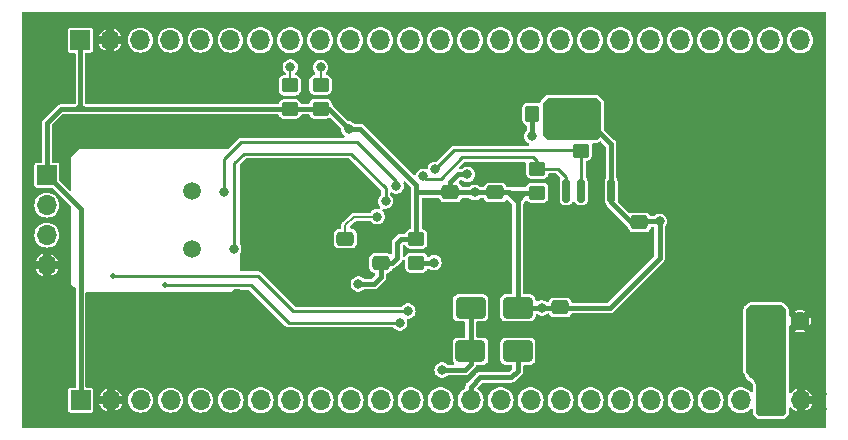
<source format=gbr>
%TF.GenerationSoftware,KiCad,Pcbnew,7.0.9*%
%TF.CreationDate,2024-03-19T10:53:25-03:00*%
%TF.ProjectId,CPU Stm32G431,43505520-5374-46d3-9332-473433312e6b,rev?*%
%TF.SameCoordinates,Original*%
%TF.FileFunction,Copper,L2,Bot*%
%TF.FilePolarity,Positive*%
%FSLAX46Y46*%
G04 Gerber Fmt 4.6, Leading zero omitted, Abs format (unit mm)*
G04 Created by KiCad (PCBNEW 7.0.9) date 2024-03-19 10:53:25*
%MOMM*%
%LPD*%
G01*
G04 APERTURE LIST*
G04 Aperture macros list*
%AMRoundRect*
0 Rectangle with rounded corners*
0 $1 Rounding radius*
0 $2 $3 $4 $5 $6 $7 $8 $9 X,Y pos of 4 corners*
0 Add a 4 corners polygon primitive as box body*
4,1,4,$2,$3,$4,$5,$6,$7,$8,$9,$2,$3,0*
0 Add four circle primitives for the rounded corners*
1,1,$1+$1,$2,$3*
1,1,$1+$1,$4,$5*
1,1,$1+$1,$6,$7*
1,1,$1+$1,$8,$9*
0 Add four rect primitives between the rounded corners*
20,1,$1+$1,$2,$3,$4,$5,0*
20,1,$1+$1,$4,$5,$6,$7,0*
20,1,$1+$1,$6,$7,$8,$9,0*
20,1,$1+$1,$8,$9,$2,$3,0*%
G04 Aperture macros list end*
%TA.AperFunction,ComponentPad*%
%ADD10R,1.600000X1.600000*%
%TD*%
%TA.AperFunction,ComponentPad*%
%ADD11C,1.600000*%
%TD*%
%TA.AperFunction,ComponentPad*%
%ADD12C,1.500000*%
%TD*%
%TA.AperFunction,ComponentPad*%
%ADD13R,1.700000X1.700000*%
%TD*%
%TA.AperFunction,ComponentPad*%
%ADD14O,1.700000X1.700000*%
%TD*%
%TA.AperFunction,SMDPad,CuDef*%
%ADD15RoundRect,0.250000X-0.475000X0.337500X-0.475000X-0.337500X0.475000X-0.337500X0.475000X0.337500X0*%
%TD*%
%TA.AperFunction,SMDPad,CuDef*%
%ADD16RoundRect,0.250000X-1.000000X-0.650000X1.000000X-0.650000X1.000000X0.650000X-1.000000X0.650000X0*%
%TD*%
%TA.AperFunction,SMDPad,CuDef*%
%ADD17RoundRect,0.150000X0.150000X-0.825000X0.150000X0.825000X-0.150000X0.825000X-0.150000X-0.825000X0*%
%TD*%
%TA.AperFunction,SMDPad,CuDef*%
%ADD18RoundRect,0.250000X-0.450000X0.350000X-0.450000X-0.350000X0.450000X-0.350000X0.450000X0.350000X0*%
%TD*%
%TA.AperFunction,SMDPad,CuDef*%
%ADD19RoundRect,0.250000X0.475000X-0.337500X0.475000X0.337500X-0.475000X0.337500X-0.475000X-0.337500X0*%
%TD*%
%TA.AperFunction,SMDPad,CuDef*%
%ADD20RoundRect,0.250000X1.000000X0.650000X-1.000000X0.650000X-1.000000X-0.650000X1.000000X-0.650000X0*%
%TD*%
%TA.AperFunction,SMDPad,CuDef*%
%ADD21RoundRect,0.250000X0.450000X-0.350000X0.450000X0.350000X-0.450000X0.350000X-0.450000X-0.350000X0*%
%TD*%
%TA.AperFunction,SMDPad,CuDef*%
%ADD22RoundRect,0.250000X0.350000X0.450000X-0.350000X0.450000X-0.350000X-0.450000X0.350000X-0.450000X0*%
%TD*%
%TA.AperFunction,ViaPad*%
%ADD23C,0.800000*%
%TD*%
%TA.AperFunction,ViaPad*%
%ADD24C,0.500000*%
%TD*%
%TA.AperFunction,Conductor*%
%ADD25C,0.250000*%
%TD*%
%TA.AperFunction,Conductor*%
%ADD26C,0.400000*%
%TD*%
%TA.AperFunction,Conductor*%
%ADD27C,0.200000*%
%TD*%
G04 APERTURE END LIST*
D10*
%TO.P,C5,1*%
%TO.N,VCC*%
X177774888Y-112970000D03*
D11*
%TO.P,C5,2*%
%TO.N,GND*%
X180274888Y-112970000D03*
%TD*%
D12*
%TO.P,Y1,1,1*%
%TO.N,OSC1*%
X128760000Y-106870000D03*
%TO.P,Y1,2,2*%
%TO.N,OSC2*%
X128760000Y-101990000D03*
%TD*%
D13*
%TO.P,J1,1,Pin_1*%
%TO.N,VDD*%
X116505000Y-100620000D03*
D14*
%TO.P,J1,2,Pin_2*%
%TO.N,/Mcu/SWDIO*%
X116505000Y-103160000D03*
%TO.P,J1,3,Pin_3*%
%TO.N,/Mcu/SWCLK*%
X116505000Y-105700000D03*
%TO.P,J1,4,Pin_4*%
%TO.N,GND*%
X116505000Y-108240000D03*
%TD*%
D15*
%TO.P,C11,1*%
%TO.N,GND*%
X144780000Y-105982500D03*
%TO.P,C11,2*%
%TO.N,VDD*%
X144780000Y-108057500D03*
%TD*%
D16*
%TO.P,D1,1,K*%
%TO.N,VDDBAT*%
X152380000Y-111850000D03*
%TO.P,D1,2,A*%
%TO.N,VDD*%
X156380000Y-111850000D03*
%TD*%
D17*
%TO.P,U3,1,A0*%
%TO.N,GND*%
X164285000Y-106895000D03*
%TO.P,U3,2,A1*%
X163015000Y-106895000D03*
%TO.P,U3,3,A2*%
X161745000Y-106895000D03*
%TO.P,U3,4,GND*%
X160475000Y-106895000D03*
%TO.P,U3,5,SDA*%
%TO.N,SDA*%
X160475000Y-101945000D03*
%TO.P,U3,6,SCL*%
%TO.N,SCL*%
X161745000Y-101945000D03*
%TO.P,U3,7,WP*%
%TO.N,GND*%
X163015000Y-101945000D03*
%TO.P,U3,8,VCC*%
%TO.N,VDD*%
X164285000Y-101945000D03*
%TD*%
D18*
%TO.P,R4,1*%
%TO.N,SDA*%
X137080000Y-93020000D03*
%TO.P,R4,2*%
%TO.N,VDD*%
X137080000Y-95020000D03*
%TD*%
D19*
%TO.P,C12,1*%
%TO.N,GND*%
X150680000Y-104157500D03*
%TO.P,C12,2*%
%TO.N,VDD*%
X150680000Y-102082500D03*
%TD*%
D13*
%TO.P,J2,1,Pin_1*%
%TO.N,VDD*%
X119370000Y-119670000D03*
D14*
%TO.P,J2,2,Pin_2*%
%TO.N,GND*%
X121910000Y-119670000D03*
%TO.P,J2,3,Pin_3*%
%TO.N,/Mcu/PA15*%
X124450000Y-119670000D03*
%TO.P,J2,4,Pin_4*%
%TO.N,/Mcu/PC10*%
X126990000Y-119670000D03*
%TO.P,J2,5,Pin_5*%
%TO.N,/Mcu/PC11*%
X129530000Y-119670000D03*
%TO.P,J2,6,Pin_6*%
%TO.N,/Mcu/PC12*%
X132070000Y-119670000D03*
%TO.P,J2,7,Pin_7*%
%TO.N,/Mcu/PD2*%
X134610000Y-119670000D03*
%TO.P,J2,8,Pin_8*%
%TO.N,/Mcu/PB3*%
X137150000Y-119670000D03*
%TO.P,J2,9,Pin_9*%
%TO.N,/Mcu/PB4*%
X139690000Y-119670000D03*
%TO.P,J2,10,Pin_10*%
%TO.N,/Mcu/PB5*%
X142230000Y-119670000D03*
%TO.P,J2,11,Pin_11*%
%TO.N,/Mcu/PB6*%
X144770000Y-119670000D03*
%TO.P,J2,12,Pin_12*%
%TO.N,/Mcu/PB7*%
X147310000Y-119670000D03*
%TO.P,J2,13,Pin_13*%
%TO.N,/Mcu/PB9*%
X149850000Y-119670000D03*
%TO.P,J2,14,Pin_14*%
%TO.N,VBT1*%
X152390000Y-119670000D03*
%TO.P,J2,15,Pin_15*%
%TO.N,/Mcu/PC13*%
X154930000Y-119670000D03*
%TO.P,J2,16,Pin_16*%
%TO.N,/Mcu/PC0*%
X157470000Y-119670000D03*
%TO.P,J2,17,Pin_17*%
%TO.N,/Mcu/PC1*%
X160010000Y-119670000D03*
%TO.P,J2,18,Pin_18*%
%TO.N,/Mcu/PC2*%
X162550000Y-119670000D03*
%TO.P,J2,19,Pin_19*%
%TO.N,/Mcu/PC3*%
X165090000Y-119670000D03*
%TO.P,J2,20,Pin_20*%
%TO.N,/Mcu/PA0*%
X167630000Y-119670000D03*
%TO.P,J2,21,Pin_21*%
%TO.N,/Mcu/PA1*%
X170170000Y-119670000D03*
%TO.P,J2,22,Pin_22*%
%TO.N,/Mcu/PA2*%
X172710000Y-119670000D03*
%TO.P,J2,23,Pin_23*%
%TO.N,/Mcu/PA3*%
X175250000Y-119670000D03*
%TO.P,J2,24,Pin_24*%
%TO.N,VCC*%
X177790000Y-119670000D03*
%TO.P,J2,25,Pin_25*%
%TO.N,GND*%
X180330000Y-119670000D03*
%TD*%
D16*
%TO.P,D2,1,K*%
%TO.N,VDDBAT*%
X152375000Y-115525000D03*
%TO.P,D2,2,A*%
%TO.N,VBT1*%
X156375000Y-115525000D03*
%TD*%
D19*
%TO.P,C9,1*%
%TO.N,GND*%
X159980000Y-113887500D03*
%TO.P,C9,2*%
%TO.N,VDD*%
X159980000Y-111812500D03*
%TD*%
D13*
%TO.P,J3,1,Pin_1*%
%TO.N,VDD*%
X119340000Y-89190000D03*
D14*
%TO.P,J3,2,Pin_2*%
%TO.N,GND*%
X121880000Y-89190000D03*
%TO.P,J3,3,Pin_3*%
%TO.N,/Mcu/PA12*%
X124420000Y-89190000D03*
%TO.P,J3,4,Pin_4*%
%TO.N,/Mcu/PA11*%
X126960000Y-89190000D03*
%TO.P,J3,5,Pin_5*%
%TO.N,/Mcu/PA10*%
X129500000Y-89190000D03*
%TO.P,J3,6,Pin_6*%
%TO.N,/Mcu/PA9*%
X132040000Y-89190000D03*
%TO.P,J3,7,Pin_7*%
%TO.N,/Mcu/PA8*%
X134580000Y-89190000D03*
%TO.P,J3,8,Pin_8*%
%TO.N,SDA*%
X137120000Y-89190000D03*
%TO.P,J3,9,Pin_9*%
%TO.N,SCL*%
X139660000Y-89190000D03*
%TO.P,J3,10,Pin_10*%
%TO.N,/Mcu/PC7*%
X142200000Y-89190000D03*
%TO.P,J3,11,Pin_11*%
%TO.N,/Mcu/PC6*%
X144740000Y-89190000D03*
%TO.P,J3,12,Pin_12*%
%TO.N,/Mcu/PB15*%
X147280000Y-89190000D03*
%TO.P,J3,13,Pin_13*%
%TO.N,/Mcu/PB14*%
X149820000Y-89190000D03*
%TO.P,J3,14,Pin_14*%
%TO.N,/Mcu/PB13*%
X152360000Y-89190000D03*
%TO.P,J3,15,Pin_15*%
%TO.N,/Mcu/PB12*%
X154900000Y-89190000D03*
%TO.P,J3,16,Pin_16*%
%TO.N,/Mcu/PB11*%
X157440000Y-89190000D03*
%TO.P,J3,17,Pin_17*%
%TO.N,/Mcu/PB2*%
X159980000Y-89190000D03*
%TO.P,J3,18,Pin_18*%
%TO.N,/Mcu/PB1*%
X162520000Y-89190000D03*
%TO.P,J3,19,Pin_19*%
%TO.N,/Mcu/PB0*%
X165060000Y-89190000D03*
%TO.P,J3,20,Pin_20*%
%TO.N,/Mcu/PC5*%
X167600000Y-89190000D03*
%TO.P,J3,21,Pin_21*%
%TO.N,/Mcu/PC4*%
X170140000Y-89190000D03*
%TO.P,J3,22,Pin_22*%
%TO.N,/Mcu/PA7*%
X172680000Y-89190000D03*
%TO.P,J3,23,Pin_23*%
%TO.N,/Mcu/PA6*%
X175220000Y-89190000D03*
%TO.P,J3,24,Pin_24*%
%TO.N,/Mcu/PA5*%
X177760000Y-89190000D03*
%TO.P,J3,25,Pin_25*%
%TO.N,/Mcu/PA4*%
X180300000Y-89190000D03*
%TD*%
D19*
%TO.P,C17,1*%
%TO.N,GND*%
X166680000Y-106695000D03*
%TO.P,C17,2*%
%TO.N,VDD*%
X166680000Y-104620000D03*
%TD*%
D18*
%TO.P,R7,1*%
%TO.N,SDA*%
X158020000Y-100095000D03*
%TO.P,R7,2*%
%TO.N,VDD*%
X158020000Y-102095000D03*
%TD*%
D19*
%TO.P,C16,1*%
%TO.N,GND*%
X141780000Y-108057500D03*
%TO.P,C16,2*%
%TO.N,Net-(U2-PB8)*%
X141780000Y-105982500D03*
%TD*%
D20*
%TO.P,D5,1,A1*%
%TO.N,GND*%
X181240000Y-115970000D03*
%TO.P,D5,2,A2*%
%TO.N,VCC*%
X177240000Y-115970000D03*
%TD*%
D18*
%TO.P,R5,1*%
%TO.N,SCL*%
X139680000Y-92980000D03*
%TO.P,R5,2*%
%TO.N,VDD*%
X139680000Y-94980000D03*
%TD*%
D21*
%TO.P,R6,1*%
%TO.N,SCL*%
X161720000Y-98545000D03*
%TO.P,R6,2*%
%TO.N,VDD*%
X161720000Y-96545000D03*
%TD*%
D19*
%TO.P,C13,1*%
%TO.N,GND*%
X154480000Y-104157500D03*
%TO.P,C13,2*%
%TO.N,VDD*%
X154480000Y-102082500D03*
%TD*%
D22*
%TO.P,R2,1*%
%TO.N,VDD*%
X159580000Y-95420000D03*
%TO.P,R2,2*%
%TO.N,Net-(D3-A)*%
X157580000Y-95420000D03*
%TD*%
D21*
%TO.P,R1,1*%
%TO.N,/Mcu/NRST*%
X147780000Y-108020000D03*
%TO.P,R1,2*%
%TO.N,VDD*%
X147780000Y-106020000D03*
%TD*%
D23*
%TO.N,GND*%
X176270000Y-101845000D03*
X175395000Y-106170000D03*
X155975000Y-96750000D03*
X155975000Y-95675000D03*
X180820000Y-101795000D03*
X168875000Y-109650000D03*
X182120000Y-119170000D03*
X150700000Y-105550000D03*
X141750000Y-110350000D03*
X182120000Y-120420000D03*
X161295000Y-91595000D03*
X176295000Y-106170000D03*
X159400000Y-109825000D03*
X125325000Y-113825000D03*
X151800000Y-107350000D03*
X181925000Y-88625000D03*
X152475000Y-103275000D03*
X171570000Y-106120000D03*
X141750000Y-109275000D03*
X144875000Y-96025000D03*
X164295000Y-108620000D03*
X145570000Y-104620000D03*
X137325000Y-99700000D03*
X181770000Y-112270000D03*
X172570000Y-106120000D03*
X149625000Y-105550000D03*
X179245000Y-110170000D03*
X176525000Y-109625000D03*
X180795000Y-93095000D03*
X126650000Y-114550000D03*
X116025000Y-119150000D03*
X116025000Y-120225000D03*
X133680000Y-100220000D03*
X116075000Y-89775000D03*
X133675000Y-96425000D03*
X175450000Y-109625000D03*
X143800000Y-96025000D03*
X160475000Y-109825000D03*
X149020000Y-104160000D03*
X151800000Y-108425000D03*
X179245000Y-108745000D03*
X169950000Y-109650000D03*
X143920000Y-111295000D03*
X126650000Y-113475000D03*
X121975000Y-113800000D03*
X138400000Y-99700000D03*
X116075000Y-88700000D03*
X116500000Y-110500000D03*
X180870000Y-110820000D03*
X155970000Y-100545000D03*
X120900000Y-113800000D03*
X121870000Y-91695000D03*
X124825000Y-97125000D03*
X122945000Y-91695000D03*
X176270000Y-100890000D03*
X123000000Y-117375000D03*
X117575000Y-110500000D03*
X123750000Y-97125000D03*
X181925000Y-89700000D03*
X152475000Y-104350000D03*
X180810000Y-100840000D03*
X177370000Y-95345000D03*
X181770000Y-113920000D03*
X164300000Y-109760000D03*
X124250000Y-113825000D03*
X180795000Y-95345000D03*
X134750000Y-96425000D03*
X121925000Y-117375000D03*
%TO.N,OSC1*%
X132330000Y-106870000D03*
X145180000Y-102820000D03*
%TO.N,OSC2*%
X146080000Y-101520000D03*
X131480000Y-102020000D03*
%TO.N,RTC1*%
X146380000Y-113120000D03*
D24*
X126480000Y-109920000D03*
D23*
%TO.N,RTC2*%
X147080000Y-112120000D03*
D24*
X122120000Y-109120000D03*
D23*
%TO.N,VCC*%
X177770000Y-114420000D03*
X177795000Y-118095000D03*
%TO.N,VDD*%
X168380000Y-104520000D03*
X152110000Y-100550000D03*
X142080000Y-96700000D03*
X152717500Y-102082500D03*
X158400000Y-111850000D03*
X142880000Y-109820000D03*
%TO.N,/Mcu/NRST*%
X149280000Y-108020000D03*
%TO.N,Net-(U2-PB8)*%
X144480000Y-104120000D03*
%TO.N,VDDBAT*%
X149980000Y-117120000D03*
%TO.N,Net-(D3-A)*%
X157580000Y-97320000D03*
%TO.N,SDA*%
X137120000Y-91460000D03*
X148380000Y-100720000D03*
%TO.N,SCL*%
X149380000Y-100120000D03*
X139680000Y-91480000D03*
%TD*%
D25*
%TO.N,OSC1*%
X145180000Y-101720000D02*
X142280000Y-98820000D01*
X145180000Y-102820000D02*
X145180000Y-101720000D01*
X142280000Y-98820000D02*
X133180000Y-98820000D01*
X132380000Y-99620000D02*
X132380000Y-106820000D01*
X133180000Y-98820000D02*
X132380000Y-99620000D01*
X132380000Y-106820000D02*
X132330000Y-106870000D01*
%TO.N,OSC2*%
X131480000Y-99270000D02*
X131480000Y-102020000D01*
X146080000Y-101120000D02*
X142780000Y-97820000D01*
X146080000Y-101520000D02*
X146080000Y-101120000D01*
X142780000Y-97820000D02*
X132930000Y-97820000D01*
X132930000Y-97820000D02*
X131480000Y-99270000D01*
%TO.N,RTC1*%
X136980000Y-113120000D02*
X146380000Y-113120000D01*
X126480000Y-109920000D02*
X133780000Y-109920000D01*
X133780000Y-109920000D02*
X136980000Y-113120000D01*
%TO.N,RTC2*%
X134380000Y-109120000D02*
X122120000Y-109120000D01*
X137380000Y-112120000D02*
X134380000Y-109120000D01*
X147080000Y-112120000D02*
X137380000Y-112120000D01*
D26*
%TO.N,VCC*%
X177790000Y-116520000D02*
X177240000Y-115970000D01*
X177240000Y-115970000D02*
X177774888Y-115435112D01*
X177774888Y-113290000D02*
X177824888Y-113340000D01*
%TO.N,VDD*%
X150680000Y-101220000D02*
X150680000Y-102082500D01*
X119340000Y-95015000D02*
X119345000Y-95020000D01*
X165880000Y-104520000D02*
X168380000Y-104520000D01*
X147780000Y-101420000D02*
X147780000Y-102082500D01*
X142080000Y-96700000D02*
X143060000Y-96700000D01*
X162845000Y-96545000D02*
X164285000Y-97985000D01*
X147780000Y-102082500D02*
X150680000Y-102082500D01*
X155642500Y-102082500D02*
X154480000Y-102082500D01*
X144780000Y-109220000D02*
X144180000Y-109820000D01*
X117695000Y-95020000D02*
X116505000Y-96210000D01*
X119370000Y-120140000D02*
X119370000Y-103485000D01*
X164285000Y-101945000D02*
X164285000Y-102925000D01*
X119340000Y-89190000D02*
X119340000Y-95015000D01*
X119370000Y-103485000D02*
X116505000Y-100620000D01*
X119345000Y-95020000D02*
X117695000Y-95020000D01*
X164285000Y-97985000D02*
X164285000Y-101945000D01*
X144780000Y-108057500D02*
X144780000Y-109220000D01*
X168380000Y-107620000D02*
X168380000Y-104520000D01*
X155642500Y-102082500D02*
X155655000Y-102095000D01*
X146480000Y-106020000D02*
X147780000Y-106020000D01*
X116505000Y-96210000D02*
X116505000Y-100620000D01*
X143060000Y-96700000D02*
X147780000Y-101420000D01*
X158400000Y-111850000D02*
X164150000Y-111850000D01*
X146180000Y-106320000D02*
X146480000Y-106020000D01*
X156380000Y-111850000D02*
X158400000Y-111850000D01*
X155642500Y-102082500D02*
X156380000Y-102820000D01*
X152717500Y-102082500D02*
X150680000Y-102082500D01*
X151350000Y-100550000D02*
X150680000Y-101220000D01*
X164285000Y-102925000D02*
X165880000Y-104520000D01*
X155655000Y-102095000D02*
X158020000Y-102095000D01*
X156380000Y-102820000D02*
X156380000Y-111850000D01*
X147780000Y-106020000D02*
X147780000Y-102082500D01*
X140400000Y-95020000D02*
X137080000Y-95020000D01*
X144780000Y-108057500D02*
X145742500Y-108057500D01*
X164150000Y-111850000D02*
X168380000Y-107620000D01*
X161720000Y-96545000D02*
X162845000Y-96545000D01*
X152717500Y-102082500D02*
X154480000Y-102082500D01*
X152110000Y-100550000D02*
X151350000Y-100550000D01*
X145742500Y-108057500D02*
X146180000Y-107620000D01*
X142080000Y-96700000D02*
X140400000Y-95020000D01*
X146180000Y-107620000D02*
X146180000Y-106320000D01*
X137080000Y-95020000D02*
X119345000Y-95020000D01*
X144180000Y-109820000D02*
X142880000Y-109820000D01*
%TO.N,/Mcu/NRST*%
X147780000Y-108020000D02*
X149280000Y-108020000D01*
D27*
%TO.N,Net-(U2-PB8)*%
X141780000Y-105982500D02*
X141780000Y-104857500D01*
X144480000Y-104120000D02*
X144442500Y-104157500D01*
X144442500Y-104157500D02*
X142480000Y-104157500D01*
X141780000Y-104857500D02*
X142480000Y-104157500D01*
D26*
%TO.N,VDDBAT*%
X152380000Y-115320000D02*
X152380000Y-116620000D01*
X152380000Y-111520000D02*
X152380000Y-115320000D01*
X152380000Y-116620000D02*
X151880000Y-117120000D01*
D27*
X152390000Y-116030000D02*
X152380000Y-116020000D01*
D26*
X151880000Y-117120000D02*
X149980000Y-117120000D01*
%TO.N,VBT1*%
X153175000Y-117725000D02*
X155825000Y-117725000D01*
X152390000Y-118510000D02*
X153175000Y-117725000D01*
X155825000Y-117725000D02*
X156380000Y-117170000D01*
X152390000Y-120140000D02*
X152390000Y-118510000D01*
X156380000Y-117170000D02*
X156380000Y-115320000D01*
%TO.N,Net-(D3-A)*%
X157580000Y-95420000D02*
X157580000Y-97320000D01*
D25*
%TO.N,SDA*%
X159795000Y-100070000D02*
X158020000Y-100070000D01*
X160475000Y-100750000D02*
X159795000Y-100070000D01*
X160475000Y-101945000D02*
X160475000Y-100750000D01*
X158020000Y-99420000D02*
X157695000Y-99095000D01*
X151697893Y-99095000D02*
X149872893Y-100920000D01*
X158020000Y-100070000D02*
X158020000Y-99420000D01*
X149872893Y-100920000D02*
X148580000Y-100920000D01*
D27*
X137080000Y-91500000D02*
X137120000Y-91460000D01*
D25*
X157695000Y-99095000D02*
X151697893Y-99095000D01*
X148580000Y-100920000D02*
X148380000Y-100720000D01*
D27*
X137080000Y-93020000D02*
X137080000Y-91500000D01*
D25*
%TO.N,SCL*%
X149380000Y-100120000D02*
X150980000Y-98520000D01*
X161520000Y-98520000D02*
X161745000Y-98745000D01*
D27*
X139680000Y-92980000D02*
X139680000Y-91480000D01*
D25*
X161745000Y-98745000D02*
X161745000Y-101945000D01*
X150980000Y-98520000D02*
X161520000Y-98520000D01*
%TD*%
%TA.AperFunction,Conductor*%
%TO.N,GND*%
G36*
X118997513Y-98617486D02*
G01*
X118997512Y-98617487D01*
X118817487Y-98797512D01*
X118817486Y-98797513D01*
X118570000Y-99045000D01*
X118570000Y-98370000D01*
X119245000Y-98370000D01*
X118997513Y-98617486D01*
G37*
%TD.AperFunction*%
%TD*%
%TA.AperFunction,Conductor*%
%TO.N,GND*%
G36*
X118817487Y-110067487D02*
G01*
X118933181Y-110183181D01*
X118966666Y-110244504D01*
X118969500Y-110270862D01*
X118969500Y-110482500D01*
X118895000Y-110482500D01*
X118557500Y-110482500D01*
X118557500Y-109807500D01*
X118817487Y-110067487D01*
G37*
%TD.AperFunction*%
%TD*%
%TA.AperFunction,Conductor*%
%TO.N,GND*%
G36*
X132845000Y-88514981D02*
G01*
X132786410Y-88443590D01*
X132677861Y-88354507D01*
X132626450Y-88312315D01*
X132443954Y-88214768D01*
X132245934Y-88154700D01*
X132245932Y-88154699D01*
X132245934Y-88154699D01*
X132040000Y-88134417D01*
X131834067Y-88154699D01*
X131636043Y-88214769D01*
X131548114Y-88261769D01*
X131453550Y-88312315D01*
X131453548Y-88312316D01*
X131453547Y-88312317D01*
X131293589Y-88443589D01*
X131162317Y-88603547D01*
X131064769Y-88786043D01*
X131004699Y-88984067D01*
X130984417Y-89190000D01*
X131004699Y-89395932D01*
X131004700Y-89395934D01*
X131064768Y-89593954D01*
X131162315Y-89776450D01*
X131162317Y-89776452D01*
X131293589Y-89936410D01*
X131390209Y-90015702D01*
X131453550Y-90067685D01*
X131636046Y-90165232D01*
X131834066Y-90225300D01*
X131834065Y-90225300D01*
X131852529Y-90227118D01*
X132040000Y-90245583D01*
X132245934Y-90225300D01*
X132443954Y-90165232D01*
X132626450Y-90067685D01*
X132786410Y-89936410D01*
X132845000Y-89865017D01*
X132845000Y-94619500D01*
X119864500Y-94619500D01*
X119797461Y-94599815D01*
X119751706Y-94547011D01*
X119740500Y-94495500D01*
X119740500Y-90364500D01*
X119760185Y-90297461D01*
X119812989Y-90251706D01*
X119864500Y-90240500D01*
X120209750Y-90240500D01*
X120209751Y-90240499D01*
X120224568Y-90237552D01*
X120268229Y-90228868D01*
X120268229Y-90228867D01*
X120268231Y-90228867D01*
X120334552Y-90184552D01*
X120378867Y-90118231D01*
X120378867Y-90118229D01*
X120378868Y-90118229D01*
X120390499Y-90059752D01*
X120390500Y-90059750D01*
X120390500Y-88865000D01*
X120933589Y-88865000D01*
X121494513Y-88865000D01*
X121420507Y-88980156D01*
X121380000Y-89118111D01*
X121380000Y-89261889D01*
X121420507Y-89399844D01*
X121494513Y-89515000D01*
X120933590Y-89515000D01*
X120951650Y-89574536D01*
X121044503Y-89748253D01*
X121044507Y-89748260D01*
X121169471Y-89900528D01*
X121321739Y-90025491D01*
X121495470Y-90118352D01*
X121554999Y-90136409D01*
X121555000Y-90136409D01*
X121555000Y-89569981D01*
X121606900Y-89614952D01*
X121737685Y-89674680D01*
X121844237Y-89690000D01*
X121915763Y-89690000D01*
X122022315Y-89674680D01*
X122153100Y-89614952D01*
X122205000Y-89569981D01*
X122205000Y-90136409D01*
X122264529Y-90118352D01*
X122438260Y-90025491D01*
X122590528Y-89900528D01*
X122715492Y-89748260D01*
X122715496Y-89748253D01*
X122808349Y-89574536D01*
X122826410Y-89515000D01*
X122265487Y-89515000D01*
X122339493Y-89399844D01*
X122380000Y-89261889D01*
X122380000Y-89190000D01*
X123364417Y-89190000D01*
X123384699Y-89395932D01*
X123384700Y-89395934D01*
X123444768Y-89593954D01*
X123542315Y-89776450D01*
X123542317Y-89776452D01*
X123673589Y-89936410D01*
X123770209Y-90015702D01*
X123833550Y-90067685D01*
X124016046Y-90165232D01*
X124214066Y-90225300D01*
X124214065Y-90225300D01*
X124232529Y-90227118D01*
X124420000Y-90245583D01*
X124625934Y-90225300D01*
X124823954Y-90165232D01*
X125006450Y-90067685D01*
X125166410Y-89936410D01*
X125297685Y-89776450D01*
X125395232Y-89593954D01*
X125455300Y-89395934D01*
X125475583Y-89190000D01*
X125904417Y-89190000D01*
X125924699Y-89395932D01*
X125924700Y-89395934D01*
X125984768Y-89593954D01*
X126082315Y-89776450D01*
X126082317Y-89776452D01*
X126213589Y-89936410D01*
X126310209Y-90015702D01*
X126373550Y-90067685D01*
X126556046Y-90165232D01*
X126754066Y-90225300D01*
X126754065Y-90225300D01*
X126772529Y-90227118D01*
X126960000Y-90245583D01*
X127165934Y-90225300D01*
X127363954Y-90165232D01*
X127546450Y-90067685D01*
X127706410Y-89936410D01*
X127837685Y-89776450D01*
X127935232Y-89593954D01*
X127995300Y-89395934D01*
X128015583Y-89190000D01*
X128444417Y-89190000D01*
X128464699Y-89395932D01*
X128464700Y-89395934D01*
X128524768Y-89593954D01*
X128622315Y-89776450D01*
X128622317Y-89776452D01*
X128753589Y-89936410D01*
X128850209Y-90015702D01*
X128913550Y-90067685D01*
X129096046Y-90165232D01*
X129294066Y-90225300D01*
X129294065Y-90225300D01*
X129312529Y-90227118D01*
X129500000Y-90245583D01*
X129705934Y-90225300D01*
X129903954Y-90165232D01*
X130086450Y-90067685D01*
X130246410Y-89936410D01*
X130377685Y-89776450D01*
X130475232Y-89593954D01*
X130535300Y-89395934D01*
X130555583Y-89190000D01*
X130535300Y-88984066D01*
X130475232Y-88786046D01*
X130377685Y-88603550D01*
X130275857Y-88479471D01*
X130246410Y-88443589D01*
X130096121Y-88320252D01*
X130086450Y-88312315D01*
X129903954Y-88214768D01*
X129705934Y-88154700D01*
X129705932Y-88154699D01*
X129705934Y-88154699D01*
X129500000Y-88134417D01*
X129294067Y-88154699D01*
X129096043Y-88214769D01*
X129008114Y-88261769D01*
X128913550Y-88312315D01*
X128913548Y-88312316D01*
X128913547Y-88312317D01*
X128753589Y-88443589D01*
X128622317Y-88603547D01*
X128524769Y-88786043D01*
X128464699Y-88984067D01*
X128444417Y-89190000D01*
X128015583Y-89190000D01*
X127995300Y-88984066D01*
X127935232Y-88786046D01*
X127837685Y-88603550D01*
X127735857Y-88479471D01*
X127706410Y-88443589D01*
X127556121Y-88320252D01*
X127546450Y-88312315D01*
X127363954Y-88214768D01*
X127165934Y-88154700D01*
X127165932Y-88154699D01*
X127165934Y-88154699D01*
X126960000Y-88134417D01*
X126754067Y-88154699D01*
X126556043Y-88214769D01*
X126468114Y-88261769D01*
X126373550Y-88312315D01*
X126373548Y-88312316D01*
X126373547Y-88312317D01*
X126213589Y-88443589D01*
X126082317Y-88603547D01*
X125984769Y-88786043D01*
X125924699Y-88984067D01*
X125904417Y-89190000D01*
X125475583Y-89190000D01*
X125455300Y-88984066D01*
X125395232Y-88786046D01*
X125297685Y-88603550D01*
X125195857Y-88479471D01*
X125166410Y-88443589D01*
X125016121Y-88320252D01*
X125006450Y-88312315D01*
X124823954Y-88214768D01*
X124625934Y-88154700D01*
X124625932Y-88154699D01*
X124625934Y-88154699D01*
X124420000Y-88134417D01*
X124214067Y-88154699D01*
X124016043Y-88214769D01*
X123928114Y-88261769D01*
X123833550Y-88312315D01*
X123833548Y-88312316D01*
X123833547Y-88312317D01*
X123673589Y-88443589D01*
X123542317Y-88603547D01*
X123444769Y-88786043D01*
X123384699Y-88984067D01*
X123364417Y-89190000D01*
X122380000Y-89190000D01*
X122380000Y-89118111D01*
X122339493Y-88980156D01*
X122265487Y-88865000D01*
X122826410Y-88865000D01*
X122808349Y-88805463D01*
X122715496Y-88631746D01*
X122715492Y-88631739D01*
X122590528Y-88479471D01*
X122438260Y-88354507D01*
X122438253Y-88354503D01*
X122264536Y-88261650D01*
X122205000Y-88243589D01*
X122205000Y-88810018D01*
X122153100Y-88765048D01*
X122022315Y-88705320D01*
X121915763Y-88690000D01*
X121844237Y-88690000D01*
X121737685Y-88705320D01*
X121606900Y-88765048D01*
X121555000Y-88810018D01*
X121555000Y-88243589D01*
X121495463Y-88261650D01*
X121321746Y-88354503D01*
X121321739Y-88354507D01*
X121169471Y-88479471D01*
X121044507Y-88631739D01*
X121044503Y-88631746D01*
X120951650Y-88805463D01*
X120933589Y-88865000D01*
X120390500Y-88865000D01*
X120390500Y-88320249D01*
X120390499Y-88320247D01*
X120378868Y-88261770D01*
X120378867Y-88261769D01*
X120334552Y-88195447D01*
X120268230Y-88151132D01*
X120268229Y-88151131D01*
X120209752Y-88139500D01*
X120209748Y-88139500D01*
X118470252Y-88139500D01*
X118470247Y-88139500D01*
X118411770Y-88151131D01*
X118411769Y-88151132D01*
X118345447Y-88195447D01*
X118301132Y-88261769D01*
X118301131Y-88261770D01*
X118289500Y-88320247D01*
X118289500Y-90059752D01*
X118301131Y-90118229D01*
X118301132Y-90118230D01*
X118345447Y-90184552D01*
X118411769Y-90228867D01*
X118411770Y-90228868D01*
X118470247Y-90240499D01*
X118470250Y-90240500D01*
X118470252Y-90240500D01*
X118815500Y-90240500D01*
X118882539Y-90260185D01*
X118928294Y-90312989D01*
X118939500Y-90364500D01*
X118939500Y-94495500D01*
X118919815Y-94562539D01*
X118867011Y-94608294D01*
X118815500Y-94619500D01*
X117631567Y-94619500D01*
X117610491Y-94626347D01*
X117591582Y-94630887D01*
X117569696Y-94634354D01*
X117549955Y-94644412D01*
X117531987Y-94651854D01*
X117510912Y-94658702D01*
X117510909Y-94658704D01*
X117492984Y-94671727D01*
X117476399Y-94681890D01*
X117456659Y-94691948D01*
X117445375Y-94703232D01*
X117434091Y-94714517D01*
X116199516Y-95949091D01*
X116199513Y-95949094D01*
X116176949Y-95971659D01*
X116176948Y-95971660D01*
X116166891Y-95991397D01*
X116156731Y-96007977D01*
X116143706Y-96025905D01*
X116143703Y-96025910D01*
X116136854Y-96046988D01*
X116129413Y-96064952D01*
X116119354Y-96084695D01*
X116115887Y-96106582D01*
X116111347Y-96125491D01*
X116104500Y-96146567D01*
X116104500Y-99445500D01*
X116084815Y-99512539D01*
X116032011Y-99558294D01*
X115980500Y-99569500D01*
X115635247Y-99569500D01*
X115576770Y-99581131D01*
X115576769Y-99581132D01*
X115510447Y-99625447D01*
X115466132Y-99691769D01*
X115466131Y-99691770D01*
X115454500Y-99750247D01*
X115454500Y-101489752D01*
X115466131Y-101548229D01*
X115466132Y-101548230D01*
X115510447Y-101614552D01*
X115576769Y-101658867D01*
X115576770Y-101658868D01*
X115635247Y-101670499D01*
X115635250Y-101670500D01*
X115635252Y-101670500D01*
X116937745Y-101670500D01*
X117004784Y-101690185D01*
X117025426Y-101706819D01*
X118533681Y-103215074D01*
X118567166Y-103276397D01*
X118570000Y-103302755D01*
X118570000Y-109820000D01*
X118557500Y-109807500D01*
X118557500Y-110482500D01*
X118969500Y-110482500D01*
X118969500Y-118495500D01*
X118949815Y-118562539D01*
X118897011Y-118608294D01*
X118845500Y-118619500D01*
X118500247Y-118619500D01*
X118441770Y-118631131D01*
X118441769Y-118631132D01*
X118375447Y-118675447D01*
X118331132Y-118741769D01*
X118331131Y-118741770D01*
X118319500Y-118800247D01*
X118319500Y-120539752D01*
X118331131Y-120598229D01*
X118331132Y-120598230D01*
X118375447Y-120664552D01*
X118441769Y-120708867D01*
X118441770Y-120708868D01*
X118500247Y-120720499D01*
X118500250Y-120720500D01*
X118500252Y-120720500D01*
X120239750Y-120720500D01*
X120239751Y-120720499D01*
X120254568Y-120717552D01*
X120298229Y-120708868D01*
X120298229Y-120708867D01*
X120298231Y-120708867D01*
X120364552Y-120664552D01*
X120408867Y-120598231D01*
X120408867Y-120598229D01*
X120408868Y-120598229D01*
X120420499Y-120539752D01*
X120420500Y-120539750D01*
X120420500Y-119345000D01*
X120963589Y-119345000D01*
X121524513Y-119345000D01*
X121450507Y-119460156D01*
X121410000Y-119598111D01*
X121410000Y-119741889D01*
X121450507Y-119879844D01*
X121524513Y-119995000D01*
X120963590Y-119995000D01*
X120981650Y-120054536D01*
X121074503Y-120228253D01*
X121074507Y-120228260D01*
X121199471Y-120380528D01*
X121351739Y-120505491D01*
X121525470Y-120598352D01*
X121584999Y-120616409D01*
X121585000Y-120616409D01*
X121585000Y-120049981D01*
X121636900Y-120094952D01*
X121767685Y-120154680D01*
X121874237Y-120170000D01*
X121945763Y-120170000D01*
X122052315Y-120154680D01*
X122183100Y-120094952D01*
X122235000Y-120049981D01*
X122235000Y-120616409D01*
X122294529Y-120598352D01*
X122468260Y-120505491D01*
X122620528Y-120380528D01*
X122745492Y-120228260D01*
X122745496Y-120228253D01*
X122838349Y-120054536D01*
X122856410Y-119995000D01*
X122295487Y-119995000D01*
X122369493Y-119879844D01*
X122410000Y-119741889D01*
X122410000Y-119670000D01*
X123394417Y-119670000D01*
X123414699Y-119875932D01*
X123414700Y-119875934D01*
X123474768Y-120073954D01*
X123572315Y-120256450D01*
X123572317Y-120256452D01*
X123703589Y-120416410D01*
X123800209Y-120495702D01*
X123863550Y-120547685D01*
X124046046Y-120645232D01*
X124244066Y-120705300D01*
X124244065Y-120705300D01*
X124262529Y-120707118D01*
X124450000Y-120725583D01*
X124655934Y-120705300D01*
X124853954Y-120645232D01*
X125036450Y-120547685D01*
X125196410Y-120416410D01*
X125327685Y-120256450D01*
X125425232Y-120073954D01*
X125485300Y-119875934D01*
X125505583Y-119670000D01*
X125934417Y-119670000D01*
X125954699Y-119875932D01*
X125954700Y-119875934D01*
X126014768Y-120073954D01*
X126112315Y-120256450D01*
X126112317Y-120256452D01*
X126243589Y-120416410D01*
X126340209Y-120495702D01*
X126403550Y-120547685D01*
X126586046Y-120645232D01*
X126784066Y-120705300D01*
X126784065Y-120705300D01*
X126802529Y-120707118D01*
X126990000Y-120725583D01*
X127195934Y-120705300D01*
X127393954Y-120645232D01*
X127576450Y-120547685D01*
X127736410Y-120416410D01*
X127867685Y-120256450D01*
X127965232Y-120073954D01*
X128025300Y-119875934D01*
X128045583Y-119670000D01*
X128474417Y-119670000D01*
X128494699Y-119875932D01*
X128494700Y-119875934D01*
X128554768Y-120073954D01*
X128652315Y-120256450D01*
X128652317Y-120256452D01*
X128783589Y-120416410D01*
X128880209Y-120495702D01*
X128943550Y-120547685D01*
X129126046Y-120645232D01*
X129324066Y-120705300D01*
X129324065Y-120705300D01*
X129342529Y-120707118D01*
X129530000Y-120725583D01*
X129735934Y-120705300D01*
X129933954Y-120645232D01*
X130116450Y-120547685D01*
X130276410Y-120416410D01*
X130407685Y-120256450D01*
X130505232Y-120073954D01*
X130565300Y-119875934D01*
X130585583Y-119670000D01*
X130565300Y-119464066D01*
X130505232Y-119266046D01*
X130407685Y-119083550D01*
X130305857Y-118959471D01*
X130276410Y-118923589D01*
X130126121Y-118800252D01*
X130116450Y-118792315D01*
X129933954Y-118694768D01*
X129735934Y-118634700D01*
X129735932Y-118634699D01*
X129735934Y-118634699D01*
X129530000Y-118614417D01*
X129324067Y-118634699D01*
X129126043Y-118694769D01*
X129038114Y-118741769D01*
X128943550Y-118792315D01*
X128943548Y-118792316D01*
X128943547Y-118792317D01*
X128783589Y-118923589D01*
X128652317Y-119083547D01*
X128554769Y-119266043D01*
X128494699Y-119464067D01*
X128474417Y-119670000D01*
X128045583Y-119670000D01*
X128025300Y-119464066D01*
X127965232Y-119266046D01*
X127867685Y-119083550D01*
X127765857Y-118959471D01*
X127736410Y-118923589D01*
X127586121Y-118800252D01*
X127576450Y-118792315D01*
X127393954Y-118694768D01*
X127195934Y-118634700D01*
X127195932Y-118634699D01*
X127195934Y-118634699D01*
X126990000Y-118614417D01*
X126784067Y-118634699D01*
X126586043Y-118694769D01*
X126498114Y-118741769D01*
X126403550Y-118792315D01*
X126403548Y-118792316D01*
X126403547Y-118792317D01*
X126243589Y-118923589D01*
X126112317Y-119083547D01*
X126014769Y-119266043D01*
X125954699Y-119464067D01*
X125934417Y-119670000D01*
X125505583Y-119670000D01*
X125485300Y-119464066D01*
X125425232Y-119266046D01*
X125327685Y-119083550D01*
X125225857Y-118959471D01*
X125196410Y-118923589D01*
X125046121Y-118800252D01*
X125036450Y-118792315D01*
X124853954Y-118694768D01*
X124655934Y-118634700D01*
X124655932Y-118634699D01*
X124655934Y-118634699D01*
X124450000Y-118614417D01*
X124244067Y-118634699D01*
X124046043Y-118694769D01*
X123958114Y-118741769D01*
X123863550Y-118792315D01*
X123863548Y-118792316D01*
X123863547Y-118792317D01*
X123703589Y-118923589D01*
X123572317Y-119083547D01*
X123474769Y-119266043D01*
X123414699Y-119464067D01*
X123394417Y-119670000D01*
X122410000Y-119670000D01*
X122410000Y-119598111D01*
X122369493Y-119460156D01*
X122295487Y-119345000D01*
X122856410Y-119345000D01*
X122838349Y-119285463D01*
X122745496Y-119111746D01*
X122745492Y-119111739D01*
X122620528Y-118959471D01*
X122468260Y-118834507D01*
X122468253Y-118834503D01*
X122294536Y-118741650D01*
X122235000Y-118723589D01*
X122235000Y-119290018D01*
X122183100Y-119245048D01*
X122052315Y-119185320D01*
X121945763Y-119170000D01*
X121874237Y-119170000D01*
X121767685Y-119185320D01*
X121636900Y-119245048D01*
X121585000Y-119290018D01*
X121585000Y-118723589D01*
X121525463Y-118741650D01*
X121351746Y-118834503D01*
X121351739Y-118834507D01*
X121199471Y-118959471D01*
X121074507Y-119111739D01*
X121074503Y-119111746D01*
X120981650Y-119285463D01*
X120963589Y-119345000D01*
X120420500Y-119345000D01*
X120420500Y-118800249D01*
X120420499Y-118800247D01*
X120408868Y-118741770D01*
X120408867Y-118741769D01*
X120364552Y-118675447D01*
X120298230Y-118631132D01*
X120298229Y-118631131D01*
X120239752Y-118619500D01*
X120239748Y-118619500D01*
X119894500Y-118619500D01*
X119827461Y-118599815D01*
X119781706Y-118547011D01*
X119770500Y-118495500D01*
X119770500Y-110594000D01*
X119790185Y-110526961D01*
X119842989Y-110481206D01*
X119894500Y-110470000D01*
X132192061Y-110470000D01*
X132182500Y-110482500D01*
X132845000Y-110482500D01*
X132845000Y-118958426D01*
X132816410Y-118923589D01*
X132666121Y-118800252D01*
X132656450Y-118792315D01*
X132473954Y-118694768D01*
X132275934Y-118634700D01*
X132275932Y-118634699D01*
X132275934Y-118634699D01*
X132070000Y-118614417D01*
X131864067Y-118634699D01*
X131666043Y-118694769D01*
X131578114Y-118741769D01*
X131483550Y-118792315D01*
X131483548Y-118792316D01*
X131483547Y-118792317D01*
X131323589Y-118923589D01*
X131192317Y-119083547D01*
X131094769Y-119266043D01*
X131034699Y-119464067D01*
X131014417Y-119670000D01*
X131034699Y-119875932D01*
X131034700Y-119875934D01*
X131094768Y-120073954D01*
X131192315Y-120256450D01*
X131192317Y-120256452D01*
X131323589Y-120416410D01*
X131420209Y-120495702D01*
X131483550Y-120547685D01*
X131666046Y-120645232D01*
X131864066Y-120705300D01*
X131864065Y-120705300D01*
X131882529Y-120707118D01*
X132070000Y-120725583D01*
X132275934Y-120705300D01*
X132473954Y-120645232D01*
X132656450Y-120547685D01*
X132816410Y-120416410D01*
X132845000Y-120381572D01*
X132845000Y-122024500D01*
X114499500Y-122024500D01*
X114432461Y-122004815D01*
X114386706Y-121952011D01*
X114375500Y-121900500D01*
X114375500Y-107915000D01*
X115558589Y-107915000D01*
X116119513Y-107915000D01*
X116045507Y-108030156D01*
X116005000Y-108168111D01*
X116005000Y-108311889D01*
X116045507Y-108449844D01*
X116119513Y-108565000D01*
X115558590Y-108565000D01*
X115576650Y-108624536D01*
X115669503Y-108798253D01*
X115669507Y-108798260D01*
X115794471Y-108950528D01*
X115946739Y-109075491D01*
X116120470Y-109168352D01*
X116179999Y-109186409D01*
X116180000Y-109186409D01*
X116180000Y-108619981D01*
X116231900Y-108664952D01*
X116362685Y-108724680D01*
X116469237Y-108740000D01*
X116540763Y-108740000D01*
X116647315Y-108724680D01*
X116778100Y-108664952D01*
X116830000Y-108619981D01*
X116830000Y-109186409D01*
X116889529Y-109168352D01*
X117063260Y-109075491D01*
X117215528Y-108950528D01*
X117340492Y-108798260D01*
X117340496Y-108798253D01*
X117433349Y-108624536D01*
X117451410Y-108565000D01*
X116890487Y-108565000D01*
X116964493Y-108449844D01*
X117005000Y-108311889D01*
X117005000Y-108168111D01*
X116964493Y-108030156D01*
X116890487Y-107915000D01*
X117451410Y-107915000D01*
X117433349Y-107855463D01*
X117340496Y-107681746D01*
X117340492Y-107681739D01*
X117215528Y-107529471D01*
X117063260Y-107404507D01*
X117063253Y-107404503D01*
X116889536Y-107311650D01*
X116830000Y-107293589D01*
X116830000Y-107860018D01*
X116778100Y-107815048D01*
X116647315Y-107755320D01*
X116540763Y-107740000D01*
X116469237Y-107740000D01*
X116362685Y-107755320D01*
X116231900Y-107815048D01*
X116180000Y-107860018D01*
X116180000Y-107293589D01*
X116120463Y-107311650D01*
X115946746Y-107404503D01*
X115946739Y-107404507D01*
X115794471Y-107529471D01*
X115669507Y-107681739D01*
X115669503Y-107681746D01*
X115576650Y-107855463D01*
X115558589Y-107915000D01*
X114375500Y-107915000D01*
X114375500Y-105700000D01*
X115449417Y-105700000D01*
X115469699Y-105905932D01*
X115469700Y-105905934D01*
X115529768Y-106103954D01*
X115627315Y-106286450D01*
X115627317Y-106286452D01*
X115758589Y-106446410D01*
X115829372Y-106504499D01*
X115918550Y-106577685D01*
X116101046Y-106675232D01*
X116299066Y-106735300D01*
X116299065Y-106735300D01*
X116317529Y-106737118D01*
X116505000Y-106755583D01*
X116710934Y-106735300D01*
X116908954Y-106675232D01*
X117091450Y-106577685D01*
X117251410Y-106446410D01*
X117382685Y-106286450D01*
X117480232Y-106103954D01*
X117540300Y-105905934D01*
X117560583Y-105700000D01*
X117540300Y-105494066D01*
X117480232Y-105296046D01*
X117382685Y-105113550D01*
X117330702Y-105050209D01*
X117251410Y-104953589D01*
X117091452Y-104822317D01*
X117091453Y-104822317D01*
X117091450Y-104822315D01*
X116908954Y-104724768D01*
X116710934Y-104664700D01*
X116710932Y-104664699D01*
X116710934Y-104664699D01*
X116505000Y-104644417D01*
X116299067Y-104664699D01*
X116101043Y-104724769D01*
X115990898Y-104783643D01*
X115918550Y-104822315D01*
X115918548Y-104822316D01*
X115918547Y-104822317D01*
X115758589Y-104953589D01*
X115627317Y-105113547D01*
X115529769Y-105296043D01*
X115469699Y-105494067D01*
X115449417Y-105700000D01*
X114375500Y-105700000D01*
X114375500Y-103160000D01*
X115449417Y-103160000D01*
X115469699Y-103365932D01*
X115469700Y-103365934D01*
X115529768Y-103563954D01*
X115627315Y-103746450D01*
X115627317Y-103746452D01*
X115758589Y-103906410D01*
X115855209Y-103985702D01*
X115918550Y-104037685D01*
X116101046Y-104135232D01*
X116299066Y-104195300D01*
X116299065Y-104195300D01*
X116317529Y-104197118D01*
X116505000Y-104215583D01*
X116710934Y-104195300D01*
X116908954Y-104135232D01*
X117091450Y-104037685D01*
X117251410Y-103906410D01*
X117382685Y-103746450D01*
X117480232Y-103563954D01*
X117540300Y-103365934D01*
X117560583Y-103160000D01*
X117540300Y-102954066D01*
X117480232Y-102756046D01*
X117382685Y-102573550D01*
X117279881Y-102448282D01*
X117251410Y-102413589D01*
X117091452Y-102282317D01*
X117091453Y-102282317D01*
X117091450Y-102282315D01*
X116908954Y-102184768D01*
X116710934Y-102124700D01*
X116710932Y-102124699D01*
X116710934Y-102124699D01*
X116505000Y-102104417D01*
X116299067Y-102124699D01*
X116101043Y-102184769D01*
X115990898Y-102243643D01*
X115918550Y-102282315D01*
X115918548Y-102282316D01*
X115918547Y-102282317D01*
X115758589Y-102413589D01*
X115627317Y-102573547D01*
X115529769Y-102756043D01*
X115469699Y-102954067D01*
X115449417Y-103160000D01*
X114375500Y-103160000D01*
X114375500Y-86899500D01*
X114395185Y-86832461D01*
X114447989Y-86786706D01*
X114499500Y-86775500D01*
X132845000Y-86775500D01*
X132845000Y-88514981D01*
G37*
%TD.AperFunction*%
%TA.AperFunction,Conductor*%
G36*
X132845000Y-97504465D02*
G01*
X132816959Y-97509410D01*
X132811961Y-97511229D01*
X132795117Y-97518206D01*
X132790313Y-97520446D01*
X132757166Y-97543656D01*
X132752606Y-97546562D01*
X132717548Y-97566804D01*
X132717540Y-97566810D01*
X132691523Y-97597815D01*
X132687869Y-97601804D01*
X131954150Y-98335522D01*
X131892827Y-98369007D01*
X131857213Y-98369325D01*
X131857213Y-98370000D01*
X119245000Y-98370000D01*
X118570000Y-98370000D01*
X118570000Y-99045000D01*
X118570000Y-99394998D01*
X118570000Y-101819245D01*
X118550315Y-101886284D01*
X118497511Y-101932039D01*
X118428353Y-101941983D01*
X118364797Y-101912958D01*
X118358319Y-101906926D01*
X117591819Y-101140426D01*
X117558334Y-101079103D01*
X117555500Y-101052745D01*
X117555500Y-99750249D01*
X117555499Y-99750247D01*
X117543868Y-99691770D01*
X117543867Y-99691769D01*
X117499552Y-99625447D01*
X117433230Y-99581132D01*
X117433229Y-99581131D01*
X117374752Y-99569500D01*
X117374748Y-99569500D01*
X117029500Y-99569500D01*
X116962461Y-99549815D01*
X116916706Y-99497011D01*
X116905500Y-99445500D01*
X116905500Y-96427254D01*
X116925185Y-96360215D01*
X116941819Y-96339573D01*
X117824573Y-95456819D01*
X117885896Y-95423334D01*
X117912254Y-95420500D01*
X132845000Y-95420500D01*
X132845000Y-97504465D01*
G37*
%TD.AperFunction*%
%TD*%
%TA.AperFunction,Conductor*%
%TO.N,GND*%
G36*
X182447539Y-86795185D02*
G01*
X182493294Y-86847989D01*
X182504500Y-86899500D01*
X182504500Y-121900500D01*
X182484815Y-121967539D01*
X182432011Y-122013294D01*
X182380500Y-122024500D01*
X132845000Y-122024500D01*
X132845000Y-120452651D01*
X132886764Y-120414579D01*
X133009673Y-120251821D01*
X133100582Y-120069250D01*
X133156397Y-119873083D01*
X133175215Y-119670000D01*
X133504785Y-119670000D01*
X133523602Y-119873082D01*
X133579417Y-120069247D01*
X133579422Y-120069260D01*
X133670327Y-120251821D01*
X133793237Y-120414581D01*
X133943958Y-120551980D01*
X133943960Y-120551982D01*
X134018851Y-120598352D01*
X134117363Y-120659348D01*
X134307544Y-120733024D01*
X134508024Y-120770500D01*
X134508026Y-120770500D01*
X134711974Y-120770500D01*
X134711976Y-120770500D01*
X134912456Y-120733024D01*
X135102637Y-120659348D01*
X135276041Y-120551981D01*
X135426764Y-120414579D01*
X135549673Y-120251821D01*
X135640582Y-120069250D01*
X135696397Y-119873083D01*
X135715215Y-119670000D01*
X136044785Y-119670000D01*
X136063602Y-119873082D01*
X136119417Y-120069247D01*
X136119422Y-120069260D01*
X136210327Y-120251821D01*
X136333237Y-120414581D01*
X136483958Y-120551980D01*
X136483960Y-120551982D01*
X136558851Y-120598352D01*
X136657363Y-120659348D01*
X136847544Y-120733024D01*
X137048024Y-120770500D01*
X137048026Y-120770500D01*
X137251974Y-120770500D01*
X137251976Y-120770500D01*
X137452456Y-120733024D01*
X137642637Y-120659348D01*
X137816041Y-120551981D01*
X137966764Y-120414579D01*
X138089673Y-120251821D01*
X138180582Y-120069250D01*
X138236397Y-119873083D01*
X138255215Y-119670000D01*
X138584785Y-119670000D01*
X138603602Y-119873082D01*
X138659417Y-120069247D01*
X138659422Y-120069260D01*
X138750327Y-120251821D01*
X138873237Y-120414581D01*
X139023958Y-120551980D01*
X139023960Y-120551982D01*
X139098851Y-120598352D01*
X139197363Y-120659348D01*
X139387544Y-120733024D01*
X139588024Y-120770500D01*
X139588026Y-120770500D01*
X139791974Y-120770500D01*
X139791976Y-120770500D01*
X139992456Y-120733024D01*
X140182637Y-120659348D01*
X140356041Y-120551981D01*
X140506764Y-120414579D01*
X140629673Y-120251821D01*
X140720582Y-120069250D01*
X140776397Y-119873083D01*
X140795215Y-119670000D01*
X141124785Y-119670000D01*
X141143602Y-119873082D01*
X141199417Y-120069247D01*
X141199422Y-120069260D01*
X141290327Y-120251821D01*
X141413237Y-120414581D01*
X141563958Y-120551980D01*
X141563960Y-120551982D01*
X141638851Y-120598352D01*
X141737363Y-120659348D01*
X141927544Y-120733024D01*
X142128024Y-120770500D01*
X142128026Y-120770500D01*
X142331974Y-120770500D01*
X142331976Y-120770500D01*
X142532456Y-120733024D01*
X142722637Y-120659348D01*
X142896041Y-120551981D01*
X143046764Y-120414579D01*
X143169673Y-120251821D01*
X143260582Y-120069250D01*
X143316397Y-119873083D01*
X143335215Y-119670000D01*
X143664785Y-119670000D01*
X143683602Y-119873082D01*
X143739417Y-120069247D01*
X143739422Y-120069260D01*
X143830327Y-120251821D01*
X143953237Y-120414581D01*
X144103958Y-120551980D01*
X144103960Y-120551982D01*
X144178851Y-120598352D01*
X144277363Y-120659348D01*
X144467544Y-120733024D01*
X144668024Y-120770500D01*
X144668026Y-120770500D01*
X144871974Y-120770500D01*
X144871976Y-120770500D01*
X145072456Y-120733024D01*
X145262637Y-120659348D01*
X145436041Y-120551981D01*
X145586764Y-120414579D01*
X145709673Y-120251821D01*
X145800582Y-120069250D01*
X145856397Y-119873083D01*
X145875215Y-119670000D01*
X146204785Y-119670000D01*
X146223602Y-119873082D01*
X146279417Y-120069247D01*
X146279422Y-120069260D01*
X146370327Y-120251821D01*
X146493237Y-120414581D01*
X146643958Y-120551980D01*
X146643960Y-120551982D01*
X146718851Y-120598352D01*
X146817363Y-120659348D01*
X147007544Y-120733024D01*
X147208024Y-120770500D01*
X147208026Y-120770500D01*
X147411974Y-120770500D01*
X147411976Y-120770500D01*
X147612456Y-120733024D01*
X147802637Y-120659348D01*
X147976041Y-120551981D01*
X148126764Y-120414579D01*
X148249673Y-120251821D01*
X148340582Y-120069250D01*
X148396397Y-119873083D01*
X148415215Y-119670000D01*
X148744785Y-119670000D01*
X148763602Y-119873082D01*
X148819417Y-120069247D01*
X148819422Y-120069260D01*
X148910327Y-120251821D01*
X149033237Y-120414581D01*
X149183958Y-120551980D01*
X149183960Y-120551982D01*
X149258851Y-120598352D01*
X149357363Y-120659348D01*
X149547544Y-120733024D01*
X149748024Y-120770500D01*
X149748026Y-120770500D01*
X149951974Y-120770500D01*
X149951976Y-120770500D01*
X150152456Y-120733024D01*
X150342637Y-120659348D01*
X150516041Y-120551981D01*
X150666764Y-120414579D01*
X150789673Y-120251821D01*
X150880582Y-120069250D01*
X150936397Y-119873083D01*
X150955215Y-119670000D01*
X151284785Y-119670000D01*
X151303602Y-119873082D01*
X151359417Y-120069247D01*
X151359422Y-120069260D01*
X151450327Y-120251821D01*
X151573237Y-120414581D01*
X151723958Y-120551980D01*
X151723960Y-120551982D01*
X151798851Y-120598352D01*
X151897363Y-120659348D01*
X152087544Y-120733024D01*
X152288024Y-120770500D01*
X152288026Y-120770500D01*
X152491974Y-120770500D01*
X152491976Y-120770500D01*
X152692456Y-120733024D01*
X152882637Y-120659348D01*
X153056041Y-120551981D01*
X153206764Y-120414579D01*
X153329673Y-120251821D01*
X153420582Y-120069250D01*
X153476397Y-119873083D01*
X153495215Y-119670000D01*
X153824785Y-119670000D01*
X153843602Y-119873082D01*
X153899417Y-120069247D01*
X153899422Y-120069260D01*
X153990327Y-120251821D01*
X154113237Y-120414581D01*
X154263958Y-120551980D01*
X154263960Y-120551982D01*
X154338851Y-120598352D01*
X154437363Y-120659348D01*
X154627544Y-120733024D01*
X154828024Y-120770500D01*
X154828026Y-120770500D01*
X155031974Y-120770500D01*
X155031976Y-120770500D01*
X155232456Y-120733024D01*
X155422637Y-120659348D01*
X155596041Y-120551981D01*
X155746764Y-120414579D01*
X155869673Y-120251821D01*
X155960582Y-120069250D01*
X156016397Y-119873083D01*
X156035215Y-119670000D01*
X156364785Y-119670000D01*
X156383602Y-119873082D01*
X156439417Y-120069247D01*
X156439422Y-120069260D01*
X156530327Y-120251821D01*
X156653237Y-120414581D01*
X156803958Y-120551980D01*
X156803960Y-120551982D01*
X156878851Y-120598352D01*
X156977363Y-120659348D01*
X157167544Y-120733024D01*
X157368024Y-120770500D01*
X157368026Y-120770500D01*
X157571974Y-120770500D01*
X157571976Y-120770500D01*
X157772456Y-120733024D01*
X157962637Y-120659348D01*
X158136041Y-120551981D01*
X158286764Y-120414579D01*
X158409673Y-120251821D01*
X158500582Y-120069250D01*
X158556397Y-119873083D01*
X158575215Y-119670000D01*
X158904785Y-119670000D01*
X158923602Y-119873082D01*
X158979417Y-120069247D01*
X158979422Y-120069260D01*
X159070327Y-120251821D01*
X159193237Y-120414581D01*
X159343958Y-120551980D01*
X159343960Y-120551982D01*
X159418851Y-120598352D01*
X159517363Y-120659348D01*
X159707544Y-120733024D01*
X159908024Y-120770500D01*
X159908026Y-120770500D01*
X160111974Y-120770500D01*
X160111976Y-120770500D01*
X160312456Y-120733024D01*
X160502637Y-120659348D01*
X160676041Y-120551981D01*
X160826764Y-120414579D01*
X160949673Y-120251821D01*
X161040582Y-120069250D01*
X161096397Y-119873083D01*
X161115215Y-119670000D01*
X161444785Y-119670000D01*
X161463602Y-119873082D01*
X161519417Y-120069247D01*
X161519422Y-120069260D01*
X161610327Y-120251821D01*
X161733237Y-120414581D01*
X161883958Y-120551980D01*
X161883960Y-120551982D01*
X161958851Y-120598352D01*
X162057363Y-120659348D01*
X162247544Y-120733024D01*
X162448024Y-120770500D01*
X162448026Y-120770500D01*
X162651974Y-120770500D01*
X162651976Y-120770500D01*
X162852456Y-120733024D01*
X163042637Y-120659348D01*
X163216041Y-120551981D01*
X163366764Y-120414579D01*
X163489673Y-120251821D01*
X163580582Y-120069250D01*
X163636397Y-119873083D01*
X163655215Y-119670000D01*
X163984785Y-119670000D01*
X164003602Y-119873082D01*
X164059417Y-120069247D01*
X164059422Y-120069260D01*
X164150327Y-120251821D01*
X164273237Y-120414581D01*
X164423958Y-120551980D01*
X164423960Y-120551982D01*
X164498851Y-120598352D01*
X164597363Y-120659348D01*
X164787544Y-120733024D01*
X164988024Y-120770500D01*
X164988026Y-120770500D01*
X165191974Y-120770500D01*
X165191976Y-120770500D01*
X165392456Y-120733024D01*
X165582637Y-120659348D01*
X165756041Y-120551981D01*
X165906764Y-120414579D01*
X166029673Y-120251821D01*
X166120582Y-120069250D01*
X166176397Y-119873083D01*
X166195215Y-119670000D01*
X166524785Y-119670000D01*
X166543602Y-119873082D01*
X166599417Y-120069247D01*
X166599422Y-120069260D01*
X166690327Y-120251821D01*
X166813237Y-120414581D01*
X166963958Y-120551980D01*
X166963960Y-120551982D01*
X167038851Y-120598352D01*
X167137363Y-120659348D01*
X167327544Y-120733024D01*
X167528024Y-120770500D01*
X167528026Y-120770500D01*
X167731974Y-120770500D01*
X167731976Y-120770500D01*
X167932456Y-120733024D01*
X168122637Y-120659348D01*
X168296041Y-120551981D01*
X168446764Y-120414579D01*
X168569673Y-120251821D01*
X168660582Y-120069250D01*
X168716397Y-119873083D01*
X168735215Y-119670000D01*
X169064785Y-119670000D01*
X169083602Y-119873082D01*
X169139417Y-120069247D01*
X169139422Y-120069260D01*
X169230327Y-120251821D01*
X169353237Y-120414581D01*
X169503958Y-120551980D01*
X169503960Y-120551982D01*
X169578851Y-120598352D01*
X169677363Y-120659348D01*
X169867544Y-120733024D01*
X170068024Y-120770500D01*
X170068026Y-120770500D01*
X170271974Y-120770500D01*
X170271976Y-120770500D01*
X170472456Y-120733024D01*
X170662637Y-120659348D01*
X170836041Y-120551981D01*
X170986764Y-120414579D01*
X171109673Y-120251821D01*
X171200582Y-120069250D01*
X171256397Y-119873083D01*
X171275215Y-119670000D01*
X171604785Y-119670000D01*
X171623602Y-119873082D01*
X171679417Y-120069247D01*
X171679422Y-120069260D01*
X171770327Y-120251821D01*
X171893237Y-120414581D01*
X172043958Y-120551980D01*
X172043960Y-120551982D01*
X172118851Y-120598352D01*
X172217363Y-120659348D01*
X172407544Y-120733024D01*
X172608024Y-120770500D01*
X172608026Y-120770500D01*
X172811974Y-120770500D01*
X172811976Y-120770500D01*
X173012456Y-120733024D01*
X173202637Y-120659348D01*
X173376041Y-120551981D01*
X173526764Y-120414579D01*
X173649673Y-120251821D01*
X173740582Y-120069250D01*
X173796397Y-119873083D01*
X173815215Y-119670000D01*
X174144785Y-119670000D01*
X174163602Y-119873082D01*
X174219417Y-120069247D01*
X174219422Y-120069260D01*
X174310327Y-120251821D01*
X174433237Y-120414581D01*
X174583958Y-120551980D01*
X174583960Y-120551982D01*
X174658851Y-120598352D01*
X174757363Y-120659348D01*
X174947544Y-120733024D01*
X175148024Y-120770500D01*
X175148026Y-120770500D01*
X175351974Y-120770500D01*
X175351976Y-120770500D01*
X175552456Y-120733024D01*
X175742637Y-120659348D01*
X175916041Y-120551981D01*
X176066764Y-120414579D01*
X176066764Y-120414578D01*
X176070625Y-120410344D01*
X176071531Y-120411170D01*
X176122648Y-120373234D01*
X176192360Y-120368538D01*
X176253544Y-120402277D01*
X176286774Y-120463738D01*
X176289500Y-120489594D01*
X176289500Y-120700480D01*
X176290233Y-120714153D01*
X176290234Y-120714154D01*
X176293798Y-120747309D01*
X176293799Y-120747315D01*
X176323586Y-120842441D01*
X176323590Y-120842451D01*
X176357068Y-120903761D01*
X176357073Y-120903769D01*
X176400649Y-120961980D01*
X176400665Y-120961998D01*
X176516763Y-121078095D01*
X176632854Y-121194186D01*
X176632861Y-121194192D01*
X176632859Y-121194191D01*
X176643044Y-121203339D01*
X176643045Y-121203340D01*
X176669003Y-121224257D01*
X176669007Y-121224260D01*
X176757338Y-121270465D01*
X176824377Y-121290150D01*
X176824381Y-121290150D01*
X176824383Y-121290151D01*
X176836014Y-121291823D01*
X176896362Y-121300500D01*
X176896363Y-121300500D01*
X178750426Y-121300500D01*
X178751952Y-121300417D01*
X178764176Y-121299758D01*
X178781973Y-121297832D01*
X178797536Y-121296150D01*
X178797701Y-121296131D01*
X178797701Y-121296130D01*
X178797709Y-121296130D01*
X178892806Y-121266215D01*
X178954085Y-121232648D01*
X179012244Y-121188989D01*
X179243631Y-120956985D01*
X179252816Y-120946726D01*
X179273820Y-120920555D01*
X179273921Y-120920429D01*
X179273923Y-120920426D01*
X179273925Y-120920424D01*
X179319898Y-120831966D01*
X179319899Y-120831962D01*
X179319901Y-120831958D01*
X179339405Y-120764876D01*
X179339406Y-120764871D01*
X179349562Y-120692874D01*
X179349564Y-120692861D01*
X179348778Y-120397568D01*
X179368283Y-120330483D01*
X179420965Y-120284587D01*
X179490097Y-120274460D01*
X179553730Y-120303315D01*
X179568629Y-120318578D01*
X179619470Y-120380527D01*
X179771739Y-120505491D01*
X179945470Y-120598352D01*
X180004999Y-120616409D01*
X180005000Y-120616409D01*
X180005000Y-120049981D01*
X180056900Y-120094952D01*
X180187685Y-120154680D01*
X180294237Y-120170000D01*
X180365763Y-120170000D01*
X180472315Y-120154680D01*
X180603100Y-120094952D01*
X180655000Y-120049981D01*
X180655000Y-120616409D01*
X180714529Y-120598352D01*
X180888260Y-120505491D01*
X181040528Y-120380528D01*
X181165492Y-120228260D01*
X181165496Y-120228253D01*
X181258349Y-120054536D01*
X181276410Y-119995000D01*
X180715487Y-119995000D01*
X180789493Y-119879844D01*
X180830000Y-119741889D01*
X180830000Y-119598111D01*
X180789493Y-119460156D01*
X180715487Y-119345000D01*
X181276410Y-119345000D01*
X181258349Y-119285463D01*
X181165496Y-119111746D01*
X181165492Y-119111739D01*
X181040528Y-118959471D01*
X180888260Y-118834507D01*
X180888253Y-118834503D01*
X180714536Y-118741650D01*
X180655000Y-118723589D01*
X180655000Y-119290018D01*
X180603100Y-119245048D01*
X180472315Y-119185320D01*
X180365763Y-119170000D01*
X180294237Y-119170000D01*
X180187685Y-119185320D01*
X180056900Y-119245048D01*
X180005000Y-119290018D01*
X180005000Y-118723589D01*
X179945463Y-118741650D01*
X179771746Y-118834503D01*
X179771739Y-118834507D01*
X179619470Y-118959472D01*
X179564774Y-119026119D01*
X179507028Y-119065453D01*
X179437183Y-119067322D01*
X179377416Y-119031134D01*
X179346700Y-118968378D01*
X179344922Y-118947793D01*
X179331317Y-113832076D01*
X179872430Y-113832076D01*
X179909573Y-113851930D01*
X180088657Y-113906255D01*
X180274888Y-113924596D01*
X180461118Y-113906255D01*
X180640197Y-113851931D01*
X180677345Y-113832075D01*
X180274889Y-113429619D01*
X180274888Y-113429619D01*
X179872430Y-113832075D01*
X179872430Y-113832076D01*
X179331317Y-113832076D01*
X179330445Y-113504314D01*
X179349951Y-113437228D01*
X179370985Y-113418902D01*
X179368676Y-113416593D01*
X179815269Y-112970000D01*
X179869902Y-112970000D01*
X179889723Y-113095148D01*
X179947247Y-113208045D01*
X180036843Y-113297641D01*
X180149740Y-113355165D01*
X180243407Y-113370000D01*
X180306369Y-113370000D01*
X180400036Y-113355165D01*
X180512933Y-113297641D01*
X180602529Y-113208045D01*
X180660053Y-113095148D01*
X180679874Y-112970000D01*
X180734507Y-112970000D01*
X181136963Y-113372456D01*
X181156819Y-113335309D01*
X181211143Y-113156230D01*
X181229484Y-112970000D01*
X181211143Y-112783769D01*
X181156818Y-112604685D01*
X181136964Y-112567542D01*
X181136963Y-112567542D01*
X180734507Y-112969999D01*
X180734507Y-112970000D01*
X180679874Y-112970000D01*
X180660053Y-112844852D01*
X180602529Y-112731955D01*
X180512933Y-112642359D01*
X180400036Y-112584835D01*
X180306369Y-112570000D01*
X180243407Y-112570000D01*
X180149740Y-112584835D01*
X180036843Y-112642359D01*
X179947247Y-112731955D01*
X179889723Y-112844852D01*
X179869902Y-112970000D01*
X179815269Y-112970000D01*
X179815269Y-112969999D01*
X179368676Y-112523406D01*
X179369411Y-112522670D01*
X179347577Y-112503914D01*
X179327606Y-112436963D01*
X179326732Y-112107924D01*
X179872430Y-112107924D01*
X180274888Y-112510381D01*
X180274889Y-112510381D01*
X180677345Y-112107924D01*
X180677344Y-112107923D01*
X180640194Y-112088066D01*
X180461123Y-112033745D01*
X180274888Y-112015403D01*
X180088652Y-112033745D01*
X179909582Y-112088066D01*
X179909578Y-112088067D01*
X179872430Y-112107923D01*
X179872430Y-112107924D01*
X179326732Y-112107924D01*
X179326415Y-111988783D01*
X179326415Y-111988773D01*
X179325655Y-111975206D01*
X179325655Y-111975202D01*
X179325655Y-111975201D01*
X179322046Y-111942251D01*
X179292149Y-111847328D01*
X179258582Y-111786049D01*
X179214923Y-111727890D01*
X179214920Y-111727886D01*
X178981902Y-111495489D01*
X178981903Y-111495490D01*
X178971777Y-111486413D01*
X178971776Y-111486412D01*
X178965510Y-111481370D01*
X178945955Y-111465633D01*
X178857757Y-111419535D01*
X178857756Y-111419534D01*
X178857755Y-111419534D01*
X178790723Y-111399851D01*
X178790711Y-111399848D01*
X178718734Y-111389500D01*
X178718733Y-111389500D01*
X176064519Y-111389500D01*
X176062241Y-111389622D01*
X176050847Y-111390233D01*
X176050846Y-111390233D01*
X176017690Y-111393798D01*
X176017684Y-111393799D01*
X175922558Y-111423586D01*
X175922548Y-111423590D01*
X175861238Y-111457068D01*
X175861230Y-111457073D01*
X175803019Y-111500649D01*
X175803001Y-111500665D01*
X175648205Y-111655462D01*
X175570814Y-111732854D01*
X175570808Y-111732861D01*
X175570809Y-111732859D01*
X175561661Y-111743044D01*
X175561660Y-111743045D01*
X175540742Y-111769003D01*
X175494534Y-111857340D01*
X175474850Y-111924375D01*
X175474848Y-111924383D01*
X175464500Y-111996360D01*
X175464500Y-111996362D01*
X175464500Y-117188904D01*
X175469103Y-117226191D01*
X175472173Y-117251053D01*
X175486841Y-117309549D01*
X175505720Y-117358435D01*
X175509404Y-117367973D01*
X175608336Y-117552830D01*
X175729674Y-117779553D01*
X175765766Y-117830729D01*
X175798073Y-117866317D01*
X175806309Y-117875390D01*
X175853762Y-117916247D01*
X175982862Y-118002313D01*
X176074475Y-118063388D01*
X176115019Y-118108051D01*
X176274827Y-118406651D01*
X176289500Y-118465162D01*
X176289500Y-118850405D01*
X176269815Y-118917444D01*
X176217011Y-118963199D01*
X176147853Y-118973143D01*
X176084297Y-118944118D01*
X176070706Y-118929582D01*
X176070625Y-118929656D01*
X176066763Y-118925419D01*
X175916041Y-118788019D01*
X175916039Y-118788017D01*
X175742642Y-118680655D01*
X175742635Y-118680651D01*
X175647546Y-118643814D01*
X175552456Y-118606976D01*
X175351976Y-118569500D01*
X175148024Y-118569500D01*
X174947544Y-118606976D01*
X174947541Y-118606976D01*
X174947541Y-118606977D01*
X174757364Y-118680651D01*
X174757357Y-118680655D01*
X174583960Y-118788017D01*
X174583958Y-118788019D01*
X174433237Y-118925418D01*
X174310327Y-119088178D01*
X174219422Y-119270739D01*
X174219417Y-119270752D01*
X174163602Y-119466917D01*
X174144785Y-119669999D01*
X174144785Y-119670000D01*
X173815215Y-119670000D01*
X173796397Y-119466917D01*
X173740582Y-119270750D01*
X173649673Y-119088179D01*
X173543651Y-118947783D01*
X173526762Y-118925418D01*
X173376041Y-118788019D01*
X173376039Y-118788017D01*
X173202642Y-118680655D01*
X173202635Y-118680651D01*
X173107546Y-118643814D01*
X173012456Y-118606976D01*
X172811976Y-118569500D01*
X172608024Y-118569500D01*
X172407544Y-118606976D01*
X172407541Y-118606976D01*
X172407541Y-118606977D01*
X172217364Y-118680651D01*
X172217357Y-118680655D01*
X172043960Y-118788017D01*
X172043958Y-118788019D01*
X171893237Y-118925418D01*
X171770327Y-119088178D01*
X171679422Y-119270739D01*
X171679417Y-119270752D01*
X171623602Y-119466917D01*
X171604785Y-119669999D01*
X171604785Y-119670000D01*
X171275215Y-119670000D01*
X171256397Y-119466917D01*
X171200582Y-119270750D01*
X171109673Y-119088179D01*
X171003651Y-118947783D01*
X170986762Y-118925418D01*
X170836041Y-118788019D01*
X170836039Y-118788017D01*
X170662642Y-118680655D01*
X170662635Y-118680651D01*
X170567546Y-118643814D01*
X170472456Y-118606976D01*
X170271976Y-118569500D01*
X170068024Y-118569500D01*
X169867544Y-118606976D01*
X169867541Y-118606976D01*
X169867541Y-118606977D01*
X169677364Y-118680651D01*
X169677357Y-118680655D01*
X169503960Y-118788017D01*
X169503958Y-118788019D01*
X169353237Y-118925418D01*
X169230327Y-119088178D01*
X169139422Y-119270739D01*
X169139417Y-119270752D01*
X169083602Y-119466917D01*
X169064785Y-119669999D01*
X169064785Y-119670000D01*
X168735215Y-119670000D01*
X168716397Y-119466917D01*
X168660582Y-119270750D01*
X168569673Y-119088179D01*
X168463651Y-118947783D01*
X168446762Y-118925418D01*
X168296041Y-118788019D01*
X168296039Y-118788017D01*
X168122642Y-118680655D01*
X168122635Y-118680651D01*
X168027546Y-118643814D01*
X167932456Y-118606976D01*
X167731976Y-118569500D01*
X167528024Y-118569500D01*
X167327544Y-118606976D01*
X167327541Y-118606976D01*
X167327541Y-118606977D01*
X167137364Y-118680651D01*
X167137357Y-118680655D01*
X166963960Y-118788017D01*
X166963958Y-118788019D01*
X166813237Y-118925418D01*
X166690327Y-119088178D01*
X166599422Y-119270739D01*
X166599417Y-119270752D01*
X166543602Y-119466917D01*
X166524785Y-119669999D01*
X166524785Y-119670000D01*
X166195215Y-119670000D01*
X166176397Y-119466917D01*
X166120582Y-119270750D01*
X166029673Y-119088179D01*
X165923651Y-118947783D01*
X165906762Y-118925418D01*
X165756041Y-118788019D01*
X165756039Y-118788017D01*
X165582642Y-118680655D01*
X165582635Y-118680651D01*
X165487546Y-118643814D01*
X165392456Y-118606976D01*
X165191976Y-118569500D01*
X164988024Y-118569500D01*
X164787544Y-118606976D01*
X164787541Y-118606976D01*
X164787541Y-118606977D01*
X164597364Y-118680651D01*
X164597357Y-118680655D01*
X164423960Y-118788017D01*
X164423958Y-118788019D01*
X164273237Y-118925418D01*
X164150327Y-119088178D01*
X164059422Y-119270739D01*
X164059417Y-119270752D01*
X164003602Y-119466917D01*
X163984785Y-119669999D01*
X163984785Y-119670000D01*
X163655215Y-119670000D01*
X163636397Y-119466917D01*
X163580582Y-119270750D01*
X163489673Y-119088179D01*
X163383651Y-118947783D01*
X163366762Y-118925418D01*
X163216041Y-118788019D01*
X163216039Y-118788017D01*
X163042642Y-118680655D01*
X163042635Y-118680651D01*
X162947546Y-118643814D01*
X162852456Y-118606976D01*
X162651976Y-118569500D01*
X162448024Y-118569500D01*
X162247544Y-118606976D01*
X162247541Y-118606976D01*
X162247541Y-118606977D01*
X162057364Y-118680651D01*
X162057357Y-118680655D01*
X161883960Y-118788017D01*
X161883958Y-118788019D01*
X161733237Y-118925418D01*
X161610327Y-119088178D01*
X161519422Y-119270739D01*
X161519417Y-119270752D01*
X161463602Y-119466917D01*
X161444785Y-119669999D01*
X161444785Y-119670000D01*
X161115215Y-119670000D01*
X161096397Y-119466917D01*
X161040582Y-119270750D01*
X160949673Y-119088179D01*
X160843651Y-118947783D01*
X160826762Y-118925418D01*
X160676041Y-118788019D01*
X160676039Y-118788017D01*
X160502642Y-118680655D01*
X160502635Y-118680651D01*
X160407546Y-118643814D01*
X160312456Y-118606976D01*
X160111976Y-118569500D01*
X159908024Y-118569500D01*
X159707544Y-118606976D01*
X159707541Y-118606976D01*
X159707541Y-118606977D01*
X159517364Y-118680651D01*
X159517357Y-118680655D01*
X159343960Y-118788017D01*
X159343958Y-118788019D01*
X159193237Y-118925418D01*
X159070327Y-119088178D01*
X158979422Y-119270739D01*
X158979417Y-119270752D01*
X158923602Y-119466917D01*
X158904785Y-119669999D01*
X158904785Y-119670000D01*
X158575215Y-119670000D01*
X158556397Y-119466917D01*
X158500582Y-119270750D01*
X158409673Y-119088179D01*
X158303651Y-118947783D01*
X158286762Y-118925418D01*
X158136041Y-118788019D01*
X158136039Y-118788017D01*
X157962642Y-118680655D01*
X157962635Y-118680651D01*
X157867546Y-118643814D01*
X157772456Y-118606976D01*
X157571976Y-118569500D01*
X157368024Y-118569500D01*
X157167544Y-118606976D01*
X157167541Y-118606976D01*
X157167541Y-118606977D01*
X156977364Y-118680651D01*
X156977357Y-118680655D01*
X156803960Y-118788017D01*
X156803958Y-118788019D01*
X156653237Y-118925418D01*
X156530327Y-119088178D01*
X156439422Y-119270739D01*
X156439417Y-119270752D01*
X156383602Y-119466917D01*
X156364785Y-119669999D01*
X156364785Y-119670000D01*
X156035215Y-119670000D01*
X156016397Y-119466917D01*
X155960582Y-119270750D01*
X155869673Y-119088179D01*
X155763651Y-118947783D01*
X155746762Y-118925418D01*
X155596041Y-118788019D01*
X155596039Y-118788017D01*
X155422642Y-118680655D01*
X155422635Y-118680651D01*
X155327546Y-118643814D01*
X155232456Y-118606976D01*
X155031976Y-118569500D01*
X154828024Y-118569500D01*
X154627544Y-118606976D01*
X154627541Y-118606976D01*
X154627541Y-118606977D01*
X154437364Y-118680651D01*
X154437357Y-118680655D01*
X154263960Y-118788017D01*
X154263958Y-118788019D01*
X154113237Y-118925418D01*
X153990327Y-119088178D01*
X153899422Y-119270739D01*
X153899417Y-119270752D01*
X153843602Y-119466917D01*
X153824785Y-119669999D01*
X153824785Y-119670000D01*
X153495215Y-119670000D01*
X153476397Y-119466917D01*
X153420582Y-119270750D01*
X153329673Y-119088179D01*
X153223651Y-118947783D01*
X153206762Y-118925418D01*
X153056041Y-118788019D01*
X153056039Y-118788017D01*
X152999564Y-118753050D01*
X152952928Y-118701023D01*
X152941824Y-118632041D01*
X152969777Y-118568007D01*
X152977149Y-118559953D01*
X153325284Y-118211819D01*
X153386607Y-118178334D01*
X153412965Y-118175500D01*
X155796217Y-118175500D01*
X155803155Y-118175889D01*
X155835050Y-118179483D01*
X155842034Y-118180270D01*
X155842034Y-118180269D01*
X155842035Y-118180270D01*
X155900479Y-118169211D01*
X155959287Y-118160348D01*
X155959290Y-118160346D01*
X155967447Y-118157830D01*
X155975469Y-118155023D01*
X155975472Y-118155023D01*
X156028072Y-118127222D01*
X156081642Y-118101425D01*
X156081642Y-118101424D01*
X156081644Y-118101424D01*
X156088695Y-118096616D01*
X156095538Y-118091566D01*
X156137599Y-118049504D01*
X156181194Y-118009055D01*
X156181196Y-118009050D01*
X156186987Y-118001790D01*
X156187643Y-118002313D01*
X156197032Y-117990070D01*
X156678205Y-117508896D01*
X156683373Y-117504277D01*
X156713970Y-117479879D01*
X156747480Y-117430728D01*
X156782793Y-117382882D01*
X156782794Y-117382879D01*
X156786787Y-117375324D01*
X156790470Y-117367676D01*
X156790470Y-117367675D01*
X156790472Y-117367673D01*
X156808007Y-117310822D01*
X156827646Y-117254699D01*
X156829228Y-117246336D01*
X156830500Y-117237899D01*
X156830500Y-117178441D01*
X156832725Y-117118990D01*
X156831685Y-117109758D01*
X156832513Y-117109664D01*
X156830500Y-117094361D01*
X156830500Y-116799499D01*
X156850185Y-116732460D01*
X156902989Y-116686705D01*
X156954500Y-116675499D01*
X157422871Y-116675499D01*
X157422872Y-116675499D01*
X157482483Y-116669091D01*
X157617331Y-116618796D01*
X157732546Y-116532546D01*
X157818796Y-116417331D01*
X157869091Y-116282483D01*
X157875500Y-116222873D01*
X157875499Y-114827128D01*
X157869091Y-114767517D01*
X157818796Y-114632669D01*
X157818795Y-114632668D01*
X157818793Y-114632664D01*
X157732547Y-114517455D01*
X157732544Y-114517452D01*
X157617335Y-114431206D01*
X157617328Y-114431202D01*
X157482482Y-114380908D01*
X157482483Y-114380908D01*
X157422883Y-114374501D01*
X157422881Y-114374500D01*
X157422873Y-114374500D01*
X157422864Y-114374500D01*
X155327129Y-114374500D01*
X155327123Y-114374501D01*
X155267516Y-114380908D01*
X155132671Y-114431202D01*
X155132664Y-114431206D01*
X155017455Y-114517452D01*
X155017452Y-114517455D01*
X154931206Y-114632664D01*
X154931202Y-114632671D01*
X154880908Y-114767517D01*
X154874501Y-114827116D01*
X154874501Y-114827123D01*
X154874500Y-114827135D01*
X154874500Y-116222870D01*
X154874501Y-116222876D01*
X154880908Y-116282483D01*
X154931202Y-116417328D01*
X154931206Y-116417335D01*
X155017452Y-116532544D01*
X155017455Y-116532547D01*
X155132664Y-116618793D01*
X155132671Y-116618797D01*
X155177618Y-116635561D01*
X155267517Y-116669091D01*
X155327127Y-116675500D01*
X155805500Y-116675499D01*
X155872539Y-116695183D01*
X155918294Y-116747987D01*
X155929500Y-116799499D01*
X155929500Y-116932035D01*
X155909815Y-116999074D01*
X155893181Y-117019716D01*
X155674716Y-117238181D01*
X155613393Y-117271666D01*
X155587035Y-117274500D01*
X153203783Y-117274500D01*
X153196844Y-117274110D01*
X153182569Y-117272502D01*
X153157964Y-117269729D01*
X153099511Y-117280789D01*
X153040711Y-117289652D01*
X153032556Y-117292167D01*
X153024530Y-117294975D01*
X153024529Y-117294976D01*
X153024527Y-117294976D01*
X153024524Y-117294978D01*
X152971926Y-117322777D01*
X152918358Y-117348575D01*
X152911308Y-117353380D01*
X152904461Y-117358435D01*
X152883437Y-117379458D01*
X152862413Y-117400483D01*
X152838770Y-117422420D01*
X152818803Y-117440947D01*
X152813013Y-117448208D01*
X152812362Y-117447688D01*
X152802967Y-117459928D01*
X152091804Y-118171092D01*
X152086617Y-118175727D01*
X152056033Y-118200117D01*
X152056029Y-118200121D01*
X152022519Y-118249271D01*
X151987206Y-118297118D01*
X151983216Y-118304667D01*
X151979528Y-118312326D01*
X151961992Y-118369177D01*
X151942353Y-118425301D01*
X151940771Y-118433659D01*
X151939500Y-118442100D01*
X151939500Y-118501573D01*
X151937275Y-118561009D01*
X151938316Y-118570243D01*
X151934836Y-118570635D01*
X151933569Y-118623300D01*
X151894392Y-118681153D01*
X151880745Y-118690941D01*
X151723957Y-118788020D01*
X151573237Y-118925418D01*
X151450327Y-119088178D01*
X151359422Y-119270739D01*
X151359417Y-119270752D01*
X151303602Y-119466917D01*
X151284785Y-119669999D01*
X151284785Y-119670000D01*
X150955215Y-119670000D01*
X150936397Y-119466917D01*
X150880582Y-119270750D01*
X150789673Y-119088179D01*
X150683651Y-118947783D01*
X150666762Y-118925418D01*
X150516041Y-118788019D01*
X150516039Y-118788017D01*
X150342642Y-118680655D01*
X150342635Y-118680651D01*
X150247546Y-118643814D01*
X150152456Y-118606976D01*
X149951976Y-118569500D01*
X149748024Y-118569500D01*
X149547544Y-118606976D01*
X149547541Y-118606976D01*
X149547541Y-118606977D01*
X149357364Y-118680651D01*
X149357357Y-118680655D01*
X149183960Y-118788017D01*
X149183958Y-118788019D01*
X149033237Y-118925418D01*
X148910327Y-119088178D01*
X148819422Y-119270739D01*
X148819417Y-119270752D01*
X148763602Y-119466917D01*
X148744785Y-119669999D01*
X148744785Y-119670000D01*
X148415215Y-119670000D01*
X148396397Y-119466917D01*
X148340582Y-119270750D01*
X148249673Y-119088179D01*
X148143651Y-118947783D01*
X148126762Y-118925418D01*
X147976041Y-118788019D01*
X147976039Y-118788017D01*
X147802642Y-118680655D01*
X147802635Y-118680651D01*
X147707546Y-118643814D01*
X147612456Y-118606976D01*
X147411976Y-118569500D01*
X147208024Y-118569500D01*
X147007544Y-118606976D01*
X147007541Y-118606976D01*
X147007541Y-118606977D01*
X146817364Y-118680651D01*
X146817357Y-118680655D01*
X146643960Y-118788017D01*
X146643958Y-118788019D01*
X146493237Y-118925418D01*
X146370327Y-119088178D01*
X146279422Y-119270739D01*
X146279417Y-119270752D01*
X146223602Y-119466917D01*
X146204785Y-119669999D01*
X146204785Y-119670000D01*
X145875215Y-119670000D01*
X145856397Y-119466917D01*
X145800582Y-119270750D01*
X145709673Y-119088179D01*
X145603651Y-118947783D01*
X145586762Y-118925418D01*
X145436041Y-118788019D01*
X145436039Y-118788017D01*
X145262642Y-118680655D01*
X145262635Y-118680651D01*
X145167546Y-118643814D01*
X145072456Y-118606976D01*
X144871976Y-118569500D01*
X144668024Y-118569500D01*
X144467544Y-118606976D01*
X144467541Y-118606976D01*
X144467541Y-118606977D01*
X144277364Y-118680651D01*
X144277357Y-118680655D01*
X144103960Y-118788017D01*
X144103958Y-118788019D01*
X143953237Y-118925418D01*
X143830327Y-119088178D01*
X143739422Y-119270739D01*
X143739417Y-119270752D01*
X143683602Y-119466917D01*
X143664785Y-119669999D01*
X143664785Y-119670000D01*
X143335215Y-119670000D01*
X143316397Y-119466917D01*
X143260582Y-119270750D01*
X143169673Y-119088179D01*
X143063651Y-118947783D01*
X143046762Y-118925418D01*
X142896041Y-118788019D01*
X142896039Y-118788017D01*
X142722642Y-118680655D01*
X142722635Y-118680651D01*
X142627546Y-118643814D01*
X142532456Y-118606976D01*
X142331976Y-118569500D01*
X142128024Y-118569500D01*
X141927544Y-118606976D01*
X141927541Y-118606976D01*
X141927541Y-118606977D01*
X141737364Y-118680651D01*
X141737357Y-118680655D01*
X141563960Y-118788017D01*
X141563958Y-118788019D01*
X141413237Y-118925418D01*
X141290327Y-119088178D01*
X141199422Y-119270739D01*
X141199417Y-119270752D01*
X141143602Y-119466917D01*
X141124785Y-119669999D01*
X141124785Y-119670000D01*
X140795215Y-119670000D01*
X140776397Y-119466917D01*
X140720582Y-119270750D01*
X140629673Y-119088179D01*
X140523651Y-118947783D01*
X140506762Y-118925418D01*
X140356041Y-118788019D01*
X140356039Y-118788017D01*
X140182642Y-118680655D01*
X140182635Y-118680651D01*
X140087546Y-118643814D01*
X139992456Y-118606976D01*
X139791976Y-118569500D01*
X139588024Y-118569500D01*
X139387544Y-118606976D01*
X139387541Y-118606976D01*
X139387541Y-118606977D01*
X139197364Y-118680651D01*
X139197357Y-118680655D01*
X139023960Y-118788017D01*
X139023958Y-118788019D01*
X138873237Y-118925418D01*
X138750327Y-119088178D01*
X138659422Y-119270739D01*
X138659417Y-119270752D01*
X138603602Y-119466917D01*
X138584785Y-119669999D01*
X138584785Y-119670000D01*
X138255215Y-119670000D01*
X138236397Y-119466917D01*
X138180582Y-119270750D01*
X138089673Y-119088179D01*
X137983651Y-118947783D01*
X137966762Y-118925418D01*
X137816041Y-118788019D01*
X137816039Y-118788017D01*
X137642642Y-118680655D01*
X137642635Y-118680651D01*
X137547546Y-118643814D01*
X137452456Y-118606976D01*
X137251976Y-118569500D01*
X137048024Y-118569500D01*
X136847544Y-118606976D01*
X136847541Y-118606976D01*
X136847541Y-118606977D01*
X136657364Y-118680651D01*
X136657357Y-118680655D01*
X136483960Y-118788017D01*
X136483958Y-118788019D01*
X136333237Y-118925418D01*
X136210327Y-119088178D01*
X136119422Y-119270739D01*
X136119417Y-119270752D01*
X136063602Y-119466917D01*
X136044785Y-119669999D01*
X136044785Y-119670000D01*
X135715215Y-119670000D01*
X135696397Y-119466917D01*
X135640582Y-119270750D01*
X135549673Y-119088179D01*
X135443651Y-118947783D01*
X135426762Y-118925418D01*
X135276041Y-118788019D01*
X135276039Y-118788017D01*
X135102642Y-118680655D01*
X135102635Y-118680651D01*
X135007546Y-118643814D01*
X134912456Y-118606976D01*
X134711976Y-118569500D01*
X134508024Y-118569500D01*
X134307544Y-118606976D01*
X134307541Y-118606976D01*
X134307541Y-118606977D01*
X134117364Y-118680651D01*
X134117357Y-118680655D01*
X133943960Y-118788017D01*
X133943958Y-118788019D01*
X133793237Y-118925418D01*
X133670327Y-119088178D01*
X133579422Y-119270739D01*
X133579417Y-119270752D01*
X133523602Y-119466917D01*
X133504785Y-119669999D01*
X133504785Y-119670000D01*
X133175215Y-119670000D01*
X133156397Y-119466917D01*
X133100582Y-119270750D01*
X133009673Y-119088179D01*
X132903651Y-118947783D01*
X132886762Y-118925418D01*
X132845000Y-118887347D01*
X132845000Y-117120000D01*
X149324722Y-117120000D01*
X149343762Y-117276818D01*
X149399780Y-117424523D01*
X149489517Y-117554530D01*
X149607760Y-117659283D01*
X149607762Y-117659284D01*
X149747634Y-117732696D01*
X149901014Y-117770500D01*
X149901015Y-117770500D01*
X150058985Y-117770500D01*
X150212365Y-117732696D01*
X150352240Y-117659283D01*
X150417256Y-117601683D01*
X150480490Y-117571963D01*
X150499483Y-117570500D01*
X151851217Y-117570500D01*
X151858155Y-117570889D01*
X151890050Y-117574483D01*
X151897034Y-117575270D01*
X151897034Y-117575269D01*
X151897035Y-117575270D01*
X151955479Y-117564211D01*
X152014287Y-117555348D01*
X152014290Y-117555346D01*
X152022447Y-117552830D01*
X152030469Y-117550023D01*
X152030472Y-117550023D01*
X152083072Y-117522222D01*
X152136642Y-117496425D01*
X152136642Y-117496424D01*
X152136644Y-117496424D01*
X152143682Y-117491625D01*
X152150533Y-117486568D01*
X152150538Y-117486566D01*
X152192604Y-117444500D01*
X152236194Y-117404055D01*
X152236199Y-117404045D01*
X152241989Y-117396787D01*
X152242645Y-117397310D01*
X152252032Y-117385070D01*
X152678205Y-116958896D01*
X152683373Y-116954277D01*
X152713970Y-116929879D01*
X152747480Y-116880728D01*
X152782793Y-116832882D01*
X152782794Y-116832879D01*
X152786787Y-116825324D01*
X152790468Y-116817678D01*
X152790472Y-116817673D01*
X152801846Y-116780795D01*
X152808013Y-116760803D01*
X152808717Y-116758790D01*
X152808891Y-116758299D01*
X152849731Y-116701608D01*
X152914738Y-116675998D01*
X152925846Y-116675499D01*
X153422871Y-116675499D01*
X153422872Y-116675499D01*
X153482483Y-116669091D01*
X153617331Y-116618796D01*
X153732546Y-116532546D01*
X153818796Y-116417331D01*
X153869091Y-116282483D01*
X153875500Y-116222873D01*
X153875499Y-114827128D01*
X153869091Y-114767517D01*
X153818796Y-114632669D01*
X153818795Y-114632668D01*
X153818793Y-114632664D01*
X153732547Y-114517455D01*
X153732544Y-114517452D01*
X153617335Y-114431206D01*
X153617328Y-114431202D01*
X153482482Y-114380908D01*
X153482483Y-114380908D01*
X153422883Y-114374501D01*
X153422881Y-114374500D01*
X153422873Y-114374500D01*
X153422865Y-114374500D01*
X152954500Y-114374500D01*
X152887461Y-114354815D01*
X152841706Y-114302011D01*
X152830500Y-114250500D01*
X152830500Y-113124499D01*
X152850185Y-113057460D01*
X152902989Y-113011705D01*
X152954500Y-113000499D01*
X153427871Y-113000499D01*
X153427872Y-113000499D01*
X153487483Y-112994091D01*
X153622331Y-112943796D01*
X153737546Y-112857546D01*
X153823796Y-112742331D01*
X153874091Y-112607483D01*
X153880500Y-112547873D01*
X153880499Y-111152128D01*
X153874091Y-111092517D01*
X153851223Y-111031206D01*
X153823797Y-110957671D01*
X153823793Y-110957664D01*
X153737547Y-110842455D01*
X153737544Y-110842452D01*
X153622335Y-110756206D01*
X153622328Y-110756202D01*
X153487482Y-110705908D01*
X153487483Y-110705908D01*
X153427883Y-110699501D01*
X153427881Y-110699500D01*
X153427873Y-110699500D01*
X153427864Y-110699500D01*
X151332129Y-110699500D01*
X151332123Y-110699501D01*
X151272516Y-110705908D01*
X151137671Y-110756202D01*
X151137664Y-110756206D01*
X151022455Y-110842452D01*
X151022452Y-110842455D01*
X150936206Y-110957664D01*
X150936202Y-110957671D01*
X150885908Y-111092517D01*
X150879501Y-111152116D01*
X150879501Y-111152123D01*
X150879500Y-111152135D01*
X150879500Y-112547870D01*
X150879501Y-112547876D01*
X150885908Y-112607483D01*
X150936202Y-112742328D01*
X150936206Y-112742335D01*
X151022452Y-112857544D01*
X151022455Y-112857547D01*
X151137664Y-112943793D01*
X151137671Y-112943797D01*
X151182618Y-112960561D01*
X151272517Y-112994091D01*
X151332127Y-113000500D01*
X151805500Y-113000499D01*
X151872539Y-113020183D01*
X151918294Y-113072987D01*
X151929500Y-113124499D01*
X151929500Y-114250500D01*
X151909815Y-114317539D01*
X151857011Y-114363294D01*
X151805500Y-114374500D01*
X151327129Y-114374500D01*
X151327123Y-114374501D01*
X151267516Y-114380908D01*
X151132671Y-114431202D01*
X151132664Y-114431206D01*
X151017455Y-114517452D01*
X151017452Y-114517455D01*
X150931206Y-114632664D01*
X150931202Y-114632671D01*
X150880908Y-114767517D01*
X150874501Y-114827116D01*
X150874501Y-114827123D01*
X150874500Y-114827135D01*
X150874500Y-116222870D01*
X150874501Y-116222876D01*
X150880908Y-116282483D01*
X150931202Y-116417328D01*
X150931204Y-116417331D01*
X150971522Y-116471189D01*
X150995939Y-116536653D01*
X150981087Y-116604926D01*
X150931682Y-116654332D01*
X150872255Y-116669500D01*
X150499483Y-116669500D01*
X150432444Y-116649815D01*
X150417256Y-116638316D01*
X150352240Y-116580717D01*
X150352238Y-116580716D01*
X150352237Y-116580715D01*
X150212365Y-116507303D01*
X150058986Y-116469500D01*
X150058985Y-116469500D01*
X149901015Y-116469500D01*
X149901014Y-116469500D01*
X149747634Y-116507303D01*
X149607762Y-116580715D01*
X149489516Y-116685471D01*
X149399781Y-116815475D01*
X149399780Y-116815476D01*
X149343762Y-116963181D01*
X149324722Y-117119999D01*
X149324722Y-117120000D01*
X132845000Y-117120000D01*
X132845000Y-110482500D01*
X132857500Y-110482500D01*
X132857500Y-110295500D01*
X133573101Y-110295500D01*
X133640140Y-110315185D01*
X133660782Y-110331819D01*
X136677849Y-113348886D01*
X136693977Y-113368745D01*
X136699916Y-113377836D01*
X136727932Y-113399641D01*
X136733693Y-113404730D01*
X136736482Y-113407519D01*
X136755483Y-113421085D01*
X136798811Y-113454809D01*
X136805722Y-113458549D01*
X136812800Y-113462010D01*
X136865405Y-113477671D01*
X136917340Y-113495500D01*
X136917342Y-113495500D01*
X136925079Y-113496791D01*
X136932909Y-113497767D01*
X136932911Y-113497768D01*
X136932912Y-113497767D01*
X136932913Y-113497768D01*
X136987755Y-113495500D01*
X145783692Y-113495500D01*
X145850731Y-113515185D01*
X145885742Y-113549061D01*
X145888163Y-113552569D01*
X145889515Y-113554528D01*
X145889517Y-113554530D01*
X146007760Y-113659283D01*
X146007762Y-113659284D01*
X146147634Y-113732696D01*
X146301014Y-113770500D01*
X146301015Y-113770500D01*
X146458985Y-113770500D01*
X146612365Y-113732696D01*
X146752240Y-113659283D01*
X146870483Y-113554530D01*
X146960220Y-113424523D01*
X147016237Y-113276818D01*
X147035278Y-113120000D01*
X147016237Y-112963182D01*
X147016236Y-112963179D01*
X147016236Y-112963178D01*
X147006866Y-112938470D01*
X147001499Y-112868807D01*
X147034647Y-112807301D01*
X147095786Y-112773480D01*
X147122808Y-112770500D01*
X147158985Y-112770500D01*
X147312365Y-112732696D01*
X147327381Y-112724815D01*
X147452240Y-112659283D01*
X147570483Y-112554530D01*
X147660220Y-112424523D01*
X147716237Y-112276818D01*
X147735278Y-112120000D01*
X147719346Y-111988783D01*
X147716237Y-111963181D01*
X147694992Y-111907164D01*
X147660220Y-111815477D01*
X147570483Y-111685470D01*
X147452240Y-111580717D01*
X147452238Y-111580716D01*
X147452237Y-111580715D01*
X147312365Y-111507303D01*
X147158986Y-111469500D01*
X147158985Y-111469500D01*
X147001015Y-111469500D01*
X147001014Y-111469500D01*
X146847634Y-111507303D01*
X146707762Y-111580715D01*
X146589516Y-111685470D01*
X146587089Y-111688987D01*
X146585742Y-111690938D01*
X146531463Y-111734929D01*
X146483692Y-111744500D01*
X137586899Y-111744500D01*
X137519860Y-111724815D01*
X137499218Y-111708181D01*
X136092721Y-110301684D01*
X134682149Y-108891111D01*
X134666022Y-108871252D01*
X134660086Y-108862167D01*
X134660083Y-108862163D01*
X134632074Y-108840363D01*
X134626310Y-108835272D01*
X134623515Y-108832477D01*
X134604505Y-108818906D01*
X134561189Y-108785190D01*
X134554274Y-108781448D01*
X134547200Y-108777990D01*
X134494596Y-108762329D01*
X134442658Y-108744499D01*
X134434923Y-108743208D01*
X134427085Y-108742231D01*
X134372244Y-108744500D01*
X132969000Y-108744500D01*
X132901961Y-108724815D01*
X132856206Y-108672011D01*
X132845000Y-108620500D01*
X132845000Y-107307650D01*
X132864685Y-107240611D01*
X132866950Y-107237210D01*
X132874549Y-107226202D01*
X132910220Y-107174523D01*
X132966237Y-107026818D01*
X132985278Y-106870000D01*
X132979268Y-106820498D01*
X132966237Y-106713181D01*
X132927987Y-106612326D01*
X132910220Y-106565477D01*
X132878739Y-106519870D01*
X132866950Y-106502789D01*
X132845067Y-106436434D01*
X132845000Y-106432349D01*
X132845000Y-99737399D01*
X132864685Y-99670360D01*
X132881319Y-99649718D01*
X132970538Y-99560500D01*
X133299219Y-99231819D01*
X133360542Y-99198334D01*
X133386900Y-99195500D01*
X142073101Y-99195500D01*
X142140140Y-99215185D01*
X142160782Y-99231819D01*
X144768181Y-101839218D01*
X144801666Y-101900541D01*
X144804500Y-101926899D01*
X144804500Y-102227796D01*
X144784815Y-102294835D01*
X144762727Y-102320611D01*
X144689518Y-102385468D01*
X144599781Y-102515475D01*
X144599780Y-102515476D01*
X144543762Y-102663181D01*
X144524722Y-102819999D01*
X144524722Y-102820000D01*
X144543762Y-102976818D01*
X144589738Y-103098045D01*
X144599780Y-103124523D01*
X144621262Y-103155645D01*
X144689516Y-103254529D01*
X144699447Y-103263327D01*
X144736573Y-103322517D01*
X144735805Y-103392382D01*
X144697387Y-103450742D01*
X144633516Y-103479066D01*
X144587545Y-103476539D01*
X144558986Y-103469500D01*
X144558985Y-103469500D01*
X144401015Y-103469500D01*
X144401014Y-103469500D01*
X144247634Y-103507303D01*
X144107762Y-103580715D01*
X143989516Y-103685471D01*
X143942601Y-103753440D01*
X143888318Y-103797430D01*
X143840551Y-103807000D01*
X142529206Y-103807000D01*
X142503761Y-103804361D01*
X142494685Y-103802458D01*
X142494682Y-103802458D01*
X142462068Y-103806523D01*
X142454392Y-103807000D01*
X142450960Y-103807000D01*
X142436619Y-103809392D01*
X142429448Y-103810589D01*
X142412621Y-103812686D01*
X142378607Y-103816927D01*
X142378606Y-103816927D01*
X142378601Y-103816928D01*
X142371575Y-103819019D01*
X142364623Y-103821406D01*
X142364619Y-103821407D01*
X142364619Y-103821408D01*
X142332662Y-103838702D01*
X142319555Y-103845795D01*
X142273512Y-103868303D01*
X142267566Y-103872548D01*
X142261742Y-103877081D01*
X142227042Y-103914775D01*
X141566955Y-104574861D01*
X141547106Y-104590982D01*
X141539331Y-104596062D01*
X141519143Y-104621998D01*
X141514067Y-104627748D01*
X141511634Y-104630181D01*
X141511623Y-104630194D01*
X141498954Y-104647938D01*
X141467483Y-104688372D01*
X141463975Y-104694853D01*
X141460760Y-104701432D01*
X141446138Y-104750545D01*
X141429498Y-104799016D01*
X141428294Y-104806233D01*
X141427382Y-104813546D01*
X141429500Y-104864730D01*
X141429500Y-105020500D01*
X141409815Y-105087539D01*
X141357011Y-105133294D01*
X141305502Y-105144500D01*
X141257131Y-105144500D01*
X141257123Y-105144501D01*
X141197516Y-105150908D01*
X141062671Y-105201202D01*
X141062664Y-105201206D01*
X140947455Y-105287452D01*
X140947452Y-105287455D01*
X140861206Y-105402664D01*
X140861202Y-105402671D01*
X140810910Y-105537513D01*
X140810909Y-105537517D01*
X140804500Y-105597127D01*
X140804500Y-105597134D01*
X140804500Y-105597135D01*
X140804500Y-106367870D01*
X140804501Y-106367876D01*
X140810908Y-106427483D01*
X140861202Y-106562328D01*
X140861206Y-106562335D01*
X140947452Y-106677544D01*
X140947455Y-106677547D01*
X141062664Y-106763793D01*
X141062671Y-106763797D01*
X141197517Y-106814091D01*
X141197516Y-106814091D01*
X141204444Y-106814835D01*
X141257127Y-106820500D01*
X142302872Y-106820499D01*
X142362483Y-106814091D01*
X142497331Y-106763796D01*
X142612546Y-106677546D01*
X142698796Y-106562331D01*
X142749091Y-106427483D01*
X142755500Y-106367873D01*
X142755499Y-105597128D01*
X142749091Y-105537517D01*
X142719432Y-105457998D01*
X142698797Y-105402671D01*
X142698793Y-105402664D01*
X142612547Y-105287455D01*
X142612544Y-105287452D01*
X142497335Y-105201206D01*
X142497328Y-105201202D01*
X142362482Y-105150908D01*
X142362483Y-105150908D01*
X142302883Y-105144501D01*
X142302881Y-105144500D01*
X142302873Y-105144500D01*
X142302865Y-105144500D01*
X142288044Y-105144500D01*
X142221005Y-105124815D01*
X142175250Y-105072011D01*
X142165306Y-105002853D01*
X142194331Y-104939297D01*
X142200363Y-104932819D01*
X142588863Y-104544319D01*
X142650186Y-104510834D01*
X142676544Y-104508000D01*
X143892487Y-104508000D01*
X143959526Y-104527685D01*
X143985301Y-104549772D01*
X143989511Y-104554524D01*
X143989515Y-104554528D01*
X143989517Y-104554530D01*
X144107760Y-104659283D01*
X144107762Y-104659284D01*
X144247634Y-104732696D01*
X144401014Y-104770500D01*
X144401015Y-104770500D01*
X144558985Y-104770500D01*
X144712365Y-104732696D01*
X144771929Y-104701434D01*
X144852240Y-104659283D01*
X144970483Y-104554530D01*
X145060220Y-104424523D01*
X145116237Y-104276818D01*
X145135278Y-104120000D01*
X145131086Y-104085471D01*
X145116237Y-103963181D01*
X145089626Y-103893015D01*
X145060220Y-103815477D01*
X144970483Y-103685470D01*
X144960551Y-103676671D01*
X144923426Y-103617482D01*
X144924194Y-103547616D01*
X144962612Y-103489257D01*
X145026483Y-103460933D01*
X145072455Y-103463460D01*
X145101013Y-103470499D01*
X145101014Y-103470500D01*
X145101015Y-103470500D01*
X145258985Y-103470500D01*
X145412365Y-103432696D01*
X145552240Y-103359283D01*
X145670483Y-103254530D01*
X145760220Y-103124523D01*
X145816237Y-102976818D01*
X145835278Y-102820000D01*
X145833159Y-102802544D01*
X145816237Y-102663181D01*
X145778692Y-102564184D01*
X145760220Y-102515477D01*
X145670483Y-102385470D01*
X145670481Y-102385468D01*
X145597273Y-102320611D01*
X145560146Y-102261422D01*
X145555500Y-102227796D01*
X145555500Y-102184492D01*
X145575185Y-102117453D01*
X145627989Y-102071698D01*
X145697147Y-102061754D01*
X145737126Y-102074696D01*
X145847634Y-102132696D01*
X146001014Y-102170500D01*
X146001015Y-102170500D01*
X146158985Y-102170500D01*
X146312365Y-102132696D01*
X146371466Y-102101677D01*
X146452240Y-102059283D01*
X146570483Y-101954530D01*
X146660220Y-101824523D01*
X146716237Y-101676818D01*
X146735278Y-101520000D01*
X146721067Y-101402965D01*
X146716237Y-101363182D01*
X146704675Y-101332696D01*
X146695117Y-101307495D01*
X146689751Y-101237833D01*
X146722898Y-101176327D01*
X146784036Y-101142506D01*
X146853754Y-101147107D01*
X146898741Y-101175844D01*
X147293181Y-101570284D01*
X147326666Y-101631607D01*
X147329500Y-101657965D01*
X147329500Y-102017768D01*
X147326391Y-102045360D01*
X147325684Y-102048454D01*
X147327427Y-102071698D01*
X147329327Y-102097060D01*
X147329500Y-102101677D01*
X147329500Y-105053023D01*
X147309815Y-105120062D01*
X147257011Y-105165817D01*
X147229865Y-105173266D01*
X147230068Y-105174124D01*
X147222520Y-105175907D01*
X147087671Y-105226202D01*
X147087664Y-105226206D01*
X146972455Y-105312452D01*
X146972452Y-105312455D01*
X146886206Y-105427664D01*
X146886202Y-105427671D01*
X146863391Y-105488833D01*
X146821520Y-105544767D01*
X146756056Y-105569184D01*
X146747209Y-105569500D01*
X146508783Y-105569500D01*
X146501844Y-105569110D01*
X146487569Y-105567502D01*
X146462964Y-105564729D01*
X146412543Y-105574270D01*
X146404520Y-105575788D01*
X146391832Y-105577700D01*
X146345716Y-105584651D01*
X146337558Y-105587167D01*
X146329522Y-105589979D01*
X146276927Y-105617777D01*
X146223356Y-105643576D01*
X146216310Y-105648379D01*
X146209459Y-105653435D01*
X146181421Y-105681474D01*
X146167401Y-105695494D01*
X146147176Y-105714259D01*
X146123807Y-105735943D01*
X146118015Y-105743207D01*
X146117363Y-105742687D01*
X146107969Y-105754925D01*
X145881804Y-105981091D01*
X145876617Y-105985727D01*
X145846033Y-106010117D01*
X145846029Y-106010121D01*
X145812519Y-106059271D01*
X145777206Y-106107118D01*
X145773216Y-106114667D01*
X145769528Y-106122326D01*
X145751992Y-106179177D01*
X145732353Y-106235301D01*
X145730771Y-106243659D01*
X145729500Y-106252100D01*
X145729500Y-106311573D01*
X145727275Y-106371009D01*
X145728316Y-106380243D01*
X145727485Y-106380336D01*
X145729500Y-106395635D01*
X145729500Y-107202283D01*
X145709815Y-107269322D01*
X145657011Y-107315077D01*
X145587853Y-107325021D01*
X145531189Y-107301550D01*
X145497331Y-107276204D01*
X145497328Y-107276202D01*
X145362482Y-107225908D01*
X145362483Y-107225908D01*
X145302883Y-107219501D01*
X145302881Y-107219500D01*
X145302873Y-107219500D01*
X145302864Y-107219500D01*
X144257129Y-107219500D01*
X144257123Y-107219501D01*
X144197516Y-107225908D01*
X144062671Y-107276202D01*
X144062664Y-107276206D01*
X143947455Y-107362452D01*
X143947452Y-107362455D01*
X143861206Y-107477664D01*
X143861202Y-107477671D01*
X143820996Y-107585471D01*
X143810909Y-107612517D01*
X143804500Y-107672127D01*
X143804500Y-107672134D01*
X143804500Y-107672135D01*
X143804500Y-108442870D01*
X143804501Y-108442876D01*
X143810908Y-108502483D01*
X143861202Y-108637328D01*
X143861206Y-108637335D01*
X143947452Y-108752544D01*
X143947455Y-108752547D01*
X144062664Y-108838793D01*
X144062671Y-108838797D01*
X144197516Y-108889091D01*
X144204605Y-108890766D01*
X144265322Y-108925339D01*
X144297708Y-108987250D01*
X144291482Y-109056841D01*
X144263772Y-109099124D01*
X144029716Y-109333181D01*
X143968393Y-109366666D01*
X143942035Y-109369500D01*
X143399483Y-109369500D01*
X143332444Y-109349815D01*
X143317256Y-109338316D01*
X143279310Y-109304699D01*
X143252240Y-109280717D01*
X143252238Y-109280716D01*
X143252237Y-109280715D01*
X143112365Y-109207303D01*
X142958986Y-109169500D01*
X142958985Y-109169500D01*
X142801015Y-109169500D01*
X142801014Y-109169500D01*
X142647634Y-109207303D01*
X142507762Y-109280715D01*
X142389516Y-109385471D01*
X142299781Y-109515475D01*
X142299780Y-109515476D01*
X142243762Y-109663181D01*
X142224722Y-109819999D01*
X142224722Y-109820000D01*
X142243762Y-109976818D01*
X142299780Y-110124523D01*
X142389517Y-110254530D01*
X142507760Y-110359283D01*
X142507762Y-110359284D01*
X142647634Y-110432696D01*
X142801014Y-110470500D01*
X142801015Y-110470500D01*
X142958985Y-110470500D01*
X143112365Y-110432696D01*
X143252240Y-110359283D01*
X143317256Y-110301683D01*
X143380490Y-110271963D01*
X143399483Y-110270500D01*
X144151217Y-110270500D01*
X144158155Y-110270889D01*
X144190050Y-110274483D01*
X144197034Y-110275270D01*
X144197034Y-110275269D01*
X144197035Y-110275270D01*
X144255479Y-110264211D01*
X144314287Y-110255348D01*
X144314290Y-110255346D01*
X144322447Y-110252830D01*
X144330469Y-110250023D01*
X144330472Y-110250023D01*
X144383072Y-110222222D01*
X144436642Y-110196425D01*
X144436642Y-110196424D01*
X144436644Y-110196424D01*
X144443695Y-110191616D01*
X144450538Y-110186566D01*
X144492599Y-110144504D01*
X144536194Y-110104055D01*
X144536196Y-110104050D01*
X144541987Y-110096790D01*
X144542643Y-110097313D01*
X144552032Y-110085070D01*
X145078205Y-109558896D01*
X145083373Y-109554277D01*
X145113970Y-109529879D01*
X145147480Y-109480728D01*
X145182793Y-109432882D01*
X145182794Y-109432879D01*
X145186787Y-109425324D01*
X145190470Y-109417676D01*
X145190470Y-109417675D01*
X145190472Y-109417673D01*
X145208007Y-109360822D01*
X145227646Y-109304699D01*
X145229232Y-109296311D01*
X145230500Y-109287904D01*
X145230500Y-109228426D01*
X145232724Y-109168992D01*
X145231684Y-109159761D01*
X145232513Y-109159667D01*
X145230500Y-109144366D01*
X145230500Y-109014663D01*
X145250185Y-108947624D01*
X145302989Y-108901869D01*
X145341248Y-108891373D01*
X145362483Y-108889091D01*
X145497331Y-108838796D01*
X145612546Y-108752546D01*
X145698796Y-108637331D01*
X145719737Y-108581182D01*
X145761606Y-108525250D01*
X145812871Y-108502677D01*
X145817244Y-108501849D01*
X145817982Y-108501710D01*
X145876787Y-108492848D01*
X145876790Y-108492846D01*
X145884947Y-108490330D01*
X145892969Y-108487523D01*
X145892972Y-108487523D01*
X145945572Y-108459722D01*
X145999142Y-108433925D01*
X145999142Y-108433924D01*
X145999144Y-108433924D01*
X146006195Y-108429116D01*
X146013038Y-108424066D01*
X146055100Y-108382003D01*
X146098694Y-108341555D01*
X146098696Y-108341550D01*
X146104487Y-108334290D01*
X146105143Y-108334813D01*
X146114532Y-108322570D01*
X146478210Y-107958892D01*
X146483378Y-107954273D01*
X146513970Y-107929879D01*
X146547476Y-107880734D01*
X146582792Y-107832883D01*
X146582793Y-107832880D01*
X146586796Y-107825306D01*
X146593780Y-107810804D01*
X146640602Y-107758944D01*
X146708029Y-107740631D01*
X146774653Y-107761678D01*
X146819321Y-107815405D01*
X146829500Y-107864605D01*
X146829500Y-108417870D01*
X146829501Y-108417876D01*
X146835908Y-108477483D01*
X146886202Y-108612328D01*
X146886206Y-108612335D01*
X146972452Y-108727544D01*
X146972455Y-108727547D01*
X147087664Y-108813793D01*
X147087671Y-108813797D01*
X147222517Y-108864091D01*
X147222516Y-108864091D01*
X147229444Y-108864835D01*
X147282127Y-108870500D01*
X148277872Y-108870499D01*
X148337483Y-108864091D01*
X148472331Y-108813796D01*
X148587546Y-108727546D01*
X148673796Y-108612331D01*
X148683625Y-108585975D01*
X148725496Y-108530042D01*
X148790960Y-108505624D01*
X148859233Y-108520475D01*
X148882035Y-108536493D01*
X148907759Y-108559282D01*
X148907761Y-108559284D01*
X149047634Y-108632696D01*
X149201014Y-108670500D01*
X149201015Y-108670500D01*
X149358985Y-108670500D01*
X149512365Y-108632696D01*
X149551159Y-108612335D01*
X149652240Y-108559283D01*
X149770483Y-108454530D01*
X149860220Y-108324523D01*
X149916237Y-108176818D01*
X149935278Y-108020000D01*
X149924336Y-107929879D01*
X149916237Y-107863181D01*
X149894992Y-107807164D01*
X149860220Y-107715477D01*
X149770483Y-107585470D01*
X149652240Y-107480717D01*
X149652238Y-107480716D01*
X149652237Y-107480715D01*
X149512365Y-107407303D01*
X149358986Y-107369500D01*
X149358985Y-107369500D01*
X149201015Y-107369500D01*
X149201014Y-107369500D01*
X149047634Y-107407303D01*
X148907762Y-107480714D01*
X148882034Y-107503508D01*
X148818800Y-107533228D01*
X148749537Y-107524044D01*
X148696234Y-107478871D01*
X148683626Y-107454023D01*
X148673798Y-107427673D01*
X148673793Y-107427664D01*
X148587547Y-107312455D01*
X148587544Y-107312452D01*
X148472335Y-107226206D01*
X148472328Y-107226202D01*
X148337482Y-107175908D01*
X148337483Y-107175908D01*
X148277883Y-107169501D01*
X148277881Y-107169500D01*
X148277873Y-107169500D01*
X148277864Y-107169500D01*
X147282129Y-107169500D01*
X147282123Y-107169501D01*
X147222516Y-107175908D01*
X147087671Y-107226202D01*
X147087664Y-107226206D01*
X146972455Y-107312452D01*
X146972452Y-107312455D01*
X146886206Y-107427664D01*
X146886202Y-107427671D01*
X146870682Y-107469284D01*
X146828811Y-107525218D01*
X146763346Y-107549635D01*
X146695073Y-107534783D01*
X146645668Y-107485378D01*
X146630500Y-107425951D01*
X146630500Y-106614047D01*
X146650185Y-106547008D01*
X146702989Y-106501253D01*
X146772147Y-106491309D01*
X146835703Y-106520334D01*
X146870682Y-106570715D01*
X146886201Y-106612326D01*
X146886206Y-106612335D01*
X146972452Y-106727544D01*
X146972455Y-106727547D01*
X147087664Y-106813793D01*
X147087671Y-106813797D01*
X147222517Y-106864091D01*
X147222516Y-106864091D01*
X147229444Y-106864835D01*
X147282127Y-106870500D01*
X148277872Y-106870499D01*
X148337483Y-106864091D01*
X148472331Y-106813796D01*
X148587546Y-106727546D01*
X148673796Y-106612331D01*
X148724091Y-106477483D01*
X148730500Y-106417873D01*
X148730499Y-105622128D01*
X148724091Y-105562517D01*
X148714766Y-105537516D01*
X148673797Y-105427671D01*
X148673793Y-105427664D01*
X148587547Y-105312455D01*
X148587544Y-105312452D01*
X148472335Y-105226206D01*
X148472328Y-105226202D01*
X148337482Y-105175908D01*
X148329938Y-105174126D01*
X148330474Y-105171853D01*
X148276688Y-105149571D01*
X148236843Y-105092177D01*
X148230500Y-105053024D01*
X148230500Y-102657000D01*
X148250185Y-102589961D01*
X148302989Y-102544206D01*
X148354500Y-102533000D01*
X149626871Y-102533000D01*
X149693910Y-102552685D01*
X149739665Y-102605489D01*
X149743053Y-102613667D01*
X149761202Y-102662328D01*
X149761206Y-102662335D01*
X149847452Y-102777544D01*
X149847455Y-102777547D01*
X149962664Y-102863793D01*
X149962671Y-102863797D01*
X150097517Y-102914091D01*
X150097516Y-102914091D01*
X150104444Y-102914835D01*
X150157127Y-102920500D01*
X151202872Y-102920499D01*
X151262483Y-102914091D01*
X151397331Y-102863796D01*
X151512546Y-102777546D01*
X151598796Y-102662331D01*
X151613919Y-102621784D01*
X151616947Y-102613667D01*
X151658818Y-102557733D01*
X151724283Y-102533316D01*
X151733129Y-102533000D01*
X152198017Y-102533000D01*
X152265056Y-102552685D01*
X152280241Y-102564182D01*
X152345260Y-102621783D01*
X152345262Y-102621784D01*
X152485134Y-102695196D01*
X152638514Y-102733000D01*
X152638515Y-102733000D01*
X152796485Y-102733000D01*
X152949865Y-102695196D01*
X152985353Y-102676570D01*
X153089740Y-102621783D01*
X153154756Y-102564183D01*
X153217990Y-102534463D01*
X153236983Y-102533000D01*
X153426871Y-102533000D01*
X153493910Y-102552685D01*
X153539665Y-102605489D01*
X153543053Y-102613667D01*
X153561202Y-102662328D01*
X153561206Y-102662335D01*
X153647452Y-102777544D01*
X153647455Y-102777547D01*
X153762664Y-102863793D01*
X153762671Y-102863797D01*
X153897517Y-102914091D01*
X153897516Y-102914091D01*
X153904444Y-102914835D01*
X153957127Y-102920500D01*
X155002872Y-102920499D01*
X155062483Y-102914091D01*
X155197331Y-102863796D01*
X155312546Y-102777546D01*
X155356793Y-102718439D01*
X155412725Y-102676570D01*
X155482416Y-102671586D01*
X155543739Y-102705071D01*
X155893181Y-103054513D01*
X155926666Y-103115836D01*
X155929500Y-103142194D01*
X155929500Y-110575500D01*
X155909815Y-110642539D01*
X155857011Y-110688294D01*
X155805500Y-110699500D01*
X155332129Y-110699500D01*
X155332123Y-110699501D01*
X155272516Y-110705908D01*
X155137671Y-110756202D01*
X155137664Y-110756206D01*
X155022455Y-110842452D01*
X155022452Y-110842455D01*
X154936206Y-110957664D01*
X154936202Y-110957671D01*
X154885908Y-111092517D01*
X154879501Y-111152116D01*
X154879501Y-111152123D01*
X154879500Y-111152135D01*
X154879500Y-112547870D01*
X154879501Y-112547876D01*
X154885908Y-112607483D01*
X154936202Y-112742328D01*
X154936206Y-112742335D01*
X155022452Y-112857544D01*
X155022455Y-112857547D01*
X155137664Y-112943793D01*
X155137671Y-112943797D01*
X155272517Y-112994091D01*
X155272516Y-112994091D01*
X155279444Y-112994835D01*
X155332127Y-113000500D01*
X157427872Y-113000499D01*
X157487483Y-112994091D01*
X157622331Y-112943796D01*
X157737546Y-112857546D01*
X157823796Y-112742331D01*
X157874091Y-112607483D01*
X157880500Y-112547873D01*
X157880500Y-112517116D01*
X157900185Y-112450077D01*
X157952989Y-112404322D01*
X158022147Y-112394378D01*
X158062124Y-112407319D01*
X158167635Y-112462696D01*
X158228388Y-112477670D01*
X158321014Y-112500500D01*
X158321015Y-112500500D01*
X158478985Y-112500500D01*
X158632365Y-112462696D01*
X158681783Y-112436759D01*
X158772240Y-112389283D01*
X158837256Y-112331683D01*
X158900490Y-112301963D01*
X158919483Y-112300500D01*
X158940859Y-112300500D01*
X159007898Y-112320185D01*
X159053653Y-112372989D01*
X159057030Y-112381140D01*
X159061204Y-112392331D01*
X159061205Y-112392332D01*
X159061206Y-112392335D01*
X159147452Y-112507544D01*
X159147455Y-112507547D01*
X159262664Y-112593793D01*
X159262671Y-112593797D01*
X159397517Y-112644091D01*
X159397516Y-112644091D01*
X159404444Y-112644835D01*
X159457127Y-112650500D01*
X160502872Y-112650499D01*
X160562483Y-112644091D01*
X160697331Y-112593796D01*
X160812546Y-112507546D01*
X160898796Y-112392331D01*
X160902960Y-112381165D01*
X160944829Y-112325234D01*
X161010293Y-112300816D01*
X161019141Y-112300500D01*
X164121217Y-112300500D01*
X164128155Y-112300889D01*
X164160050Y-112304483D01*
X164167034Y-112305270D01*
X164167034Y-112305269D01*
X164167035Y-112305270D01*
X164225479Y-112294211D01*
X164284287Y-112285348D01*
X164284290Y-112285346D01*
X164292447Y-112282830D01*
X164300469Y-112280023D01*
X164300472Y-112280023D01*
X164353072Y-112252222D01*
X164406642Y-112226425D01*
X164406642Y-112226424D01*
X164406644Y-112226424D01*
X164413695Y-112221616D01*
X164420538Y-112216566D01*
X164462600Y-112174503D01*
X164506194Y-112134055D01*
X164506196Y-112134050D01*
X164511987Y-112126790D01*
X164512643Y-112127313D01*
X164522032Y-112115070D01*
X168678210Y-107958892D01*
X168683378Y-107954273D01*
X168713970Y-107929879D01*
X168747471Y-107880741D01*
X168782793Y-107832883D01*
X168782796Y-107832872D01*
X168786786Y-107825324D01*
X168790466Y-107817680D01*
X168790472Y-107817673D01*
X168807743Y-107761678D01*
X168808005Y-107760830D01*
X168827646Y-107704700D01*
X168829227Y-107696341D01*
X168830500Y-107687899D01*
X168830500Y-107628426D01*
X168832724Y-107568992D01*
X168831684Y-107559761D01*
X168832513Y-107559667D01*
X168830500Y-107544366D01*
X168830500Y-105045759D01*
X168850185Y-104978720D01*
X168865846Y-104960444D01*
X168865509Y-104960145D01*
X168870481Y-104954532D01*
X168870481Y-104954531D01*
X168870483Y-104954530D01*
X168960220Y-104824523D01*
X169016237Y-104676818D01*
X169035278Y-104520000D01*
X169016237Y-104363182D01*
X168960220Y-104215477D01*
X168870483Y-104085470D01*
X168752240Y-103980717D01*
X168752238Y-103980716D01*
X168752237Y-103980715D01*
X168612365Y-103907303D01*
X168458986Y-103869500D01*
X168458985Y-103869500D01*
X168301015Y-103869500D01*
X168301014Y-103869500D01*
X168147634Y-103907303D01*
X168007762Y-103980715D01*
X167942744Y-104038316D01*
X167879510Y-104068037D01*
X167860517Y-104069500D01*
X167682823Y-104069500D01*
X167615784Y-104049815D01*
X167583557Y-104019811D01*
X167512547Y-103924955D01*
X167512544Y-103924952D01*
X167397335Y-103838706D01*
X167397328Y-103838702D01*
X167262482Y-103788408D01*
X167262483Y-103788408D01*
X167202883Y-103782001D01*
X167202881Y-103782000D01*
X167202873Y-103782000D01*
X167202864Y-103782000D01*
X166157129Y-103782000D01*
X166157123Y-103782001D01*
X166097516Y-103788408D01*
X165962664Y-103838705D01*
X165962079Y-103839025D01*
X165961427Y-103839166D01*
X165954359Y-103841803D01*
X165953979Y-103840786D01*
X165893806Y-103853875D01*
X165828342Y-103829456D01*
X165814975Y-103817872D01*
X164871818Y-102874715D01*
X164838333Y-102813392D01*
X164835499Y-102787043D01*
X164835499Y-101088482D01*
X164820646Y-100994696D01*
X164763050Y-100881658D01*
X164763047Y-100881655D01*
X164763046Y-100881653D01*
X164759179Y-100876329D01*
X164735702Y-100810522D01*
X164735500Y-100803448D01*
X164735500Y-98013781D01*
X164735889Y-98006844D01*
X164740270Y-97967965D01*
X164729210Y-97909511D01*
X164720348Y-97850713D01*
X164720347Y-97850711D01*
X164720347Y-97850709D01*
X164717831Y-97842552D01*
X164715025Y-97834531D01*
X164714178Y-97832928D01*
X164687222Y-97781926D01*
X164661425Y-97728358D01*
X164661422Y-97728355D01*
X164661422Y-97728354D01*
X164656642Y-97721342D01*
X164651567Y-97714465D01*
X164651566Y-97714463D01*
X164609516Y-97672413D01*
X164569055Y-97628806D01*
X164561792Y-97623014D01*
X164562312Y-97622361D01*
X164550067Y-97612964D01*
X163711819Y-96774716D01*
X163678334Y-96713393D01*
X163675500Y-96687035D01*
X163675500Y-94489520D01*
X163674767Y-94475847D01*
X163674766Y-94475846D01*
X163674084Y-94469500D01*
X163671202Y-94442690D01*
X163641413Y-94347556D01*
X163622246Y-94312455D01*
X163607931Y-94286238D01*
X163607926Y-94286230D01*
X163564350Y-94228019D01*
X163564349Y-94228018D01*
X163564347Y-94228015D01*
X163564342Y-94228010D01*
X163564334Y-94228001D01*
X163398236Y-94061904D01*
X163232146Y-93895814D01*
X163232139Y-93895808D01*
X163232141Y-93895809D01*
X163221956Y-93886661D01*
X163221955Y-93886660D01*
X163195996Y-93865742D01*
X163195994Y-93865741D01*
X163195993Y-93865740D01*
X163107662Y-93819535D01*
X163088121Y-93813797D01*
X163040624Y-93799850D01*
X163040616Y-93799848D01*
X162968639Y-93789500D01*
X162968638Y-93789500D01*
X158989519Y-93789500D01*
X158987241Y-93789622D01*
X158975847Y-93790233D01*
X158975846Y-93790233D01*
X158942690Y-93793798D01*
X158942684Y-93793799D01*
X158847558Y-93823586D01*
X158847548Y-93823590D01*
X158786238Y-93857068D01*
X158786230Y-93857073D01*
X158728019Y-93900649D01*
X158728001Y-93900665D01*
X158506539Y-94122129D01*
X158395814Y-94232854D01*
X158395808Y-94232861D01*
X158395809Y-94232859D01*
X158386661Y-94243044D01*
X158386660Y-94243045D01*
X158365742Y-94269003D01*
X158319534Y-94357340D01*
X158298602Y-94428627D01*
X158297215Y-94428219D01*
X158266701Y-94484067D01*
X158205369Y-94517536D01*
X158135710Y-94512545D01*
X158037482Y-94475908D01*
X158037483Y-94475908D01*
X157977883Y-94469501D01*
X157977881Y-94469500D01*
X157977873Y-94469500D01*
X157977864Y-94469500D01*
X157182129Y-94469500D01*
X157182123Y-94469501D01*
X157122516Y-94475908D01*
X156987671Y-94526202D01*
X156987664Y-94526206D01*
X156872455Y-94612452D01*
X156872452Y-94612455D01*
X156786206Y-94727664D01*
X156786202Y-94727671D01*
X156735908Y-94862517D01*
X156729501Y-94922116D01*
X156729500Y-94922135D01*
X156729500Y-95917870D01*
X156729501Y-95917876D01*
X156735908Y-95977483D01*
X156786202Y-96112328D01*
X156786206Y-96112335D01*
X156872452Y-96227544D01*
X156872455Y-96227547D01*
X156987664Y-96313793D01*
X156987669Y-96313796D01*
X157048833Y-96336608D01*
X157104766Y-96378478D01*
X157129184Y-96443942D01*
X157129500Y-96452790D01*
X157129500Y-96794240D01*
X157109815Y-96861279D01*
X157094153Y-96879556D01*
X157094491Y-96879856D01*
X157089515Y-96885472D01*
X156999781Y-97015475D01*
X156999780Y-97015476D01*
X156943762Y-97163181D01*
X156924722Y-97319999D01*
X156924722Y-97320000D01*
X156943762Y-97476818D01*
X156975298Y-97559970D01*
X156999780Y-97624523D01*
X157089517Y-97754530D01*
X157187661Y-97841477D01*
X157207762Y-97859285D01*
X157305732Y-97910704D01*
X157355945Y-97959289D01*
X157371919Y-98027308D01*
X157348584Y-98093165D01*
X157293347Y-98135952D01*
X157248106Y-98144500D01*
X151031803Y-98144500D01*
X151006358Y-98141861D01*
X150995732Y-98139633D01*
X150995729Y-98139633D01*
X150960507Y-98144023D01*
X150952831Y-98144500D01*
X150948886Y-98144500D01*
X150933165Y-98147123D01*
X150925858Y-98148342D01*
X150871370Y-98155134D01*
X150863857Y-98157371D01*
X150856387Y-98159936D01*
X150808122Y-98186055D01*
X150758792Y-98210171D01*
X150752375Y-98214753D01*
X150746175Y-98219579D01*
X150708992Y-98259970D01*
X149535780Y-99433181D01*
X149474457Y-99466666D01*
X149448099Y-99469500D01*
X149301014Y-99469500D01*
X149147634Y-99507303D01*
X149007762Y-99580715D01*
X148889516Y-99685471D01*
X148799781Y-99815475D01*
X148799780Y-99815476D01*
X148743763Y-99963180D01*
X148739824Y-99995617D01*
X148712200Y-100059795D01*
X148654265Y-100098850D01*
X148587054Y-100101065D01*
X148458986Y-100069500D01*
X148458985Y-100069500D01*
X148301015Y-100069500D01*
X148301014Y-100069500D01*
X148147634Y-100107303D01*
X148007762Y-100180715D01*
X147889516Y-100285471D01*
X147799781Y-100415474D01*
X147761321Y-100516885D01*
X147719143Y-100572587D01*
X147653545Y-100596644D01*
X147585355Y-100581417D01*
X147557698Y-100560594D01*
X143398908Y-96401805D01*
X143394271Y-96396617D01*
X143369878Y-96366029D01*
X143320728Y-96332519D01*
X143272882Y-96297207D01*
X143265297Y-96293198D01*
X143257677Y-96289529D01*
X143233161Y-96281967D01*
X143200822Y-96271992D01*
X143180154Y-96264760D01*
X143144695Y-96252352D01*
X143136326Y-96250768D01*
X143127904Y-96249500D01*
X143127902Y-96249500D01*
X143068426Y-96249500D01*
X143008990Y-96247275D01*
X142999756Y-96248316D01*
X142999662Y-96247486D01*
X142984364Y-96249500D01*
X142599483Y-96249500D01*
X142532444Y-96229815D01*
X142517256Y-96218316D01*
X142452240Y-96160717D01*
X142452238Y-96160716D01*
X142452237Y-96160715D01*
X142312365Y-96087303D01*
X142158986Y-96049500D01*
X142158985Y-96049500D01*
X142117965Y-96049500D01*
X142050926Y-96029815D01*
X142030284Y-96013181D01*
X140738908Y-94721805D01*
X140734271Y-94716617D01*
X140709877Y-94686028D01*
X140683591Y-94668107D01*
X140639289Y-94614078D01*
X140630152Y-94578908D01*
X140624091Y-94522517D01*
X140622233Y-94517536D01*
X140573797Y-94387671D01*
X140573793Y-94387664D01*
X140487547Y-94272455D01*
X140487544Y-94272452D01*
X140372335Y-94186206D01*
X140372328Y-94186202D01*
X140237482Y-94135908D01*
X140237483Y-94135908D01*
X140177883Y-94129501D01*
X140177881Y-94129500D01*
X140177873Y-94129500D01*
X140177864Y-94129500D01*
X139182129Y-94129500D01*
X139182123Y-94129501D01*
X139122516Y-94135908D01*
X138987671Y-94186202D01*
X138987664Y-94186206D01*
X138872455Y-94272452D01*
X138872452Y-94272455D01*
X138786206Y-94387664D01*
X138786202Y-94387671D01*
X138748472Y-94488833D01*
X138706601Y-94544767D01*
X138641137Y-94569184D01*
X138632290Y-94569500D01*
X138112791Y-94569500D01*
X138045752Y-94549815D01*
X137999997Y-94497011D01*
X137996609Y-94488833D01*
X137973797Y-94427671D01*
X137973793Y-94427664D01*
X137887547Y-94312455D01*
X137887544Y-94312452D01*
X137772335Y-94226206D01*
X137772328Y-94226202D01*
X137637482Y-94175908D01*
X137637483Y-94175908D01*
X137577883Y-94169501D01*
X137577881Y-94169500D01*
X137577873Y-94169500D01*
X137577864Y-94169500D01*
X136582129Y-94169500D01*
X136582123Y-94169501D01*
X136522516Y-94175908D01*
X136387671Y-94226202D01*
X136387664Y-94226206D01*
X136272455Y-94312452D01*
X136272452Y-94312455D01*
X136186206Y-94427664D01*
X136186202Y-94427671D01*
X136163391Y-94488833D01*
X136121520Y-94544767D01*
X136056056Y-94569184D01*
X136047209Y-94569500D01*
X132845000Y-94569500D01*
X132845000Y-93417870D01*
X136129500Y-93417870D01*
X136129501Y-93417876D01*
X136135908Y-93477483D01*
X136186202Y-93612328D01*
X136186206Y-93612335D01*
X136272452Y-93727544D01*
X136272455Y-93727547D01*
X136387664Y-93813793D01*
X136387671Y-93813797D01*
X136522517Y-93864091D01*
X136522516Y-93864091D01*
X136529444Y-93864835D01*
X136582127Y-93870500D01*
X137577872Y-93870499D01*
X137637483Y-93864091D01*
X137772331Y-93813796D01*
X137887546Y-93727546D01*
X137973796Y-93612331D01*
X138024091Y-93477483D01*
X138030500Y-93417873D01*
X138030500Y-93377870D01*
X138729500Y-93377870D01*
X138729501Y-93377876D01*
X138735908Y-93437483D01*
X138786202Y-93572328D01*
X138786206Y-93572335D01*
X138872452Y-93687544D01*
X138872455Y-93687547D01*
X138987664Y-93773793D01*
X138987671Y-93773797D01*
X139122517Y-93824091D01*
X139122516Y-93824091D01*
X139129444Y-93824835D01*
X139182127Y-93830500D01*
X140177872Y-93830499D01*
X140237483Y-93824091D01*
X140372331Y-93773796D01*
X140487546Y-93687546D01*
X140573796Y-93572331D01*
X140624091Y-93437483D01*
X140630500Y-93377873D01*
X140630499Y-92582128D01*
X140624091Y-92522517D01*
X140573796Y-92387669D01*
X140573795Y-92387668D01*
X140573793Y-92387664D01*
X140487547Y-92272455D01*
X140487544Y-92272452D01*
X140372335Y-92186206D01*
X140372328Y-92186202D01*
X140237486Y-92135910D01*
X140237485Y-92135909D01*
X140237483Y-92135909D01*
X140233929Y-92135526D01*
X140231356Y-92134461D01*
X140229938Y-92134126D01*
X140229992Y-92133896D01*
X140169381Y-92108790D01*
X140129533Y-92051397D01*
X140127039Y-91981572D01*
X140162691Y-91921483D01*
X140164962Y-91919421D01*
X140164964Y-91919419D01*
X140170483Y-91914530D01*
X140260220Y-91784523D01*
X140316237Y-91636818D01*
X140335278Y-91480000D01*
X140332850Y-91459999D01*
X140316237Y-91323181D01*
X140294992Y-91267164D01*
X140260220Y-91175477D01*
X140170483Y-91045470D01*
X140052240Y-90940717D01*
X140052238Y-90940716D01*
X140052237Y-90940715D01*
X139912365Y-90867303D01*
X139758986Y-90829500D01*
X139758985Y-90829500D01*
X139601015Y-90829500D01*
X139601014Y-90829500D01*
X139447634Y-90867303D01*
X139307762Y-90940715D01*
X139307760Y-90940717D01*
X139212092Y-91025471D01*
X139189516Y-91045471D01*
X139099781Y-91175475D01*
X139099780Y-91175476D01*
X139043762Y-91323181D01*
X139024722Y-91479999D01*
X139024722Y-91480000D01*
X139043762Y-91636818D01*
X139092195Y-91764523D01*
X139099780Y-91784523D01*
X139189517Y-91914530D01*
X139195036Y-91919419D01*
X139232165Y-91978607D01*
X139231399Y-92048473D01*
X139192983Y-92106834D01*
X139129114Y-92135161D01*
X139126070Y-92135526D01*
X139122519Y-92135907D01*
X138987671Y-92186202D01*
X138987664Y-92186206D01*
X138872455Y-92272452D01*
X138872452Y-92272455D01*
X138786206Y-92387664D01*
X138786202Y-92387671D01*
X138735908Y-92522517D01*
X138731608Y-92562516D01*
X138729501Y-92582123D01*
X138729500Y-92582135D01*
X138729500Y-93377870D01*
X138030500Y-93377870D01*
X138030499Y-92622128D01*
X138024091Y-92562517D01*
X137973796Y-92427669D01*
X137973795Y-92427668D01*
X137973793Y-92427664D01*
X137887547Y-92312455D01*
X137887544Y-92312452D01*
X137772335Y-92226206D01*
X137772328Y-92226202D01*
X137637482Y-92175908D01*
X137637484Y-92175908D01*
X137609204Y-92172868D01*
X137544653Y-92146129D01*
X137504806Y-92088736D01*
X137502313Y-92018911D01*
X137537967Y-91958823D01*
X137540207Y-91956787D01*
X137610483Y-91894530D01*
X137700220Y-91764523D01*
X137756237Y-91616818D01*
X137775278Y-91460000D01*
X137758666Y-91323182D01*
X137756237Y-91303181D01*
X137734992Y-91247164D01*
X137700220Y-91155477D01*
X137610483Y-91025470D01*
X137492240Y-90920717D01*
X137492238Y-90920716D01*
X137492237Y-90920715D01*
X137352365Y-90847303D01*
X137198986Y-90809500D01*
X137198985Y-90809500D01*
X137041015Y-90809500D01*
X137041014Y-90809500D01*
X136887634Y-90847303D01*
X136747762Y-90920715D01*
X136629516Y-91025471D01*
X136539781Y-91155475D01*
X136539780Y-91155476D01*
X136483762Y-91303181D01*
X136464722Y-91459999D01*
X136464722Y-91460000D01*
X136483762Y-91616818D01*
X136539780Y-91764523D01*
X136539781Y-91764524D01*
X136629517Y-91894531D01*
X136687726Y-91946098D01*
X136724853Y-92005287D01*
X136729500Y-92038914D01*
X136729500Y-92045500D01*
X136709815Y-92112539D01*
X136657011Y-92158294D01*
X136605505Y-92169500D01*
X136582132Y-92169500D01*
X136582123Y-92169501D01*
X136522516Y-92175908D01*
X136387671Y-92226202D01*
X136387664Y-92226206D01*
X136272455Y-92312452D01*
X136272452Y-92312455D01*
X136186206Y-92427664D01*
X136186202Y-92427671D01*
X136135908Y-92562517D01*
X136129501Y-92622116D01*
X136129501Y-92622123D01*
X136129500Y-92622135D01*
X136129500Y-93417870D01*
X132845000Y-93417870D01*
X132845000Y-89945303D01*
X132856764Y-89934579D01*
X132979673Y-89771821D01*
X133070582Y-89589250D01*
X133126397Y-89393083D01*
X133145215Y-89190000D01*
X133474785Y-89190000D01*
X133493602Y-89393082D01*
X133549417Y-89589247D01*
X133549422Y-89589260D01*
X133640327Y-89771821D01*
X133763237Y-89934581D01*
X133913958Y-90071980D01*
X133913960Y-90071982D01*
X134013141Y-90133392D01*
X134087363Y-90179348D01*
X134277544Y-90253024D01*
X134478024Y-90290500D01*
X134478026Y-90290500D01*
X134681974Y-90290500D01*
X134681976Y-90290500D01*
X134882456Y-90253024D01*
X135072637Y-90179348D01*
X135246041Y-90071981D01*
X135374122Y-89955219D01*
X135396762Y-89934581D01*
X135396764Y-89934579D01*
X135519673Y-89771821D01*
X135610582Y-89589250D01*
X135666397Y-89393083D01*
X135685215Y-89190000D01*
X136014785Y-89190000D01*
X136033602Y-89393082D01*
X136089417Y-89589247D01*
X136089422Y-89589260D01*
X136180327Y-89771821D01*
X136303237Y-89934581D01*
X136453958Y-90071980D01*
X136453960Y-90071982D01*
X136553141Y-90133392D01*
X136627363Y-90179348D01*
X136817544Y-90253024D01*
X137018024Y-90290500D01*
X137018026Y-90290500D01*
X137221974Y-90290500D01*
X137221976Y-90290500D01*
X137422456Y-90253024D01*
X137612637Y-90179348D01*
X137786041Y-90071981D01*
X137914122Y-89955219D01*
X137936762Y-89934581D01*
X137936764Y-89934579D01*
X138059673Y-89771821D01*
X138150582Y-89589250D01*
X138206397Y-89393083D01*
X138225215Y-89190000D01*
X138554785Y-89190000D01*
X138573602Y-89393082D01*
X138629417Y-89589247D01*
X138629422Y-89589260D01*
X138720327Y-89771821D01*
X138843237Y-89934581D01*
X138993958Y-90071980D01*
X138993960Y-90071982D01*
X139093141Y-90133392D01*
X139167363Y-90179348D01*
X139357544Y-90253024D01*
X139558024Y-90290500D01*
X139558026Y-90290500D01*
X139761974Y-90290500D01*
X139761976Y-90290500D01*
X139962456Y-90253024D01*
X140152637Y-90179348D01*
X140326041Y-90071981D01*
X140454122Y-89955219D01*
X140476762Y-89934581D01*
X140476764Y-89934579D01*
X140599673Y-89771821D01*
X140690582Y-89589250D01*
X140746397Y-89393083D01*
X140765215Y-89190000D01*
X141094785Y-89190000D01*
X141113602Y-89393082D01*
X141169417Y-89589247D01*
X141169422Y-89589260D01*
X141260327Y-89771821D01*
X141383237Y-89934581D01*
X141533958Y-90071980D01*
X141533960Y-90071982D01*
X141633141Y-90133392D01*
X141707363Y-90179348D01*
X141897544Y-90253024D01*
X142098024Y-90290500D01*
X142098026Y-90290500D01*
X142301974Y-90290500D01*
X142301976Y-90290500D01*
X142502456Y-90253024D01*
X142692637Y-90179348D01*
X142866041Y-90071981D01*
X142994122Y-89955219D01*
X143016762Y-89934581D01*
X143016764Y-89934579D01*
X143139673Y-89771821D01*
X143230582Y-89589250D01*
X143286397Y-89393083D01*
X143305215Y-89190000D01*
X143634785Y-89190000D01*
X143653602Y-89393082D01*
X143709417Y-89589247D01*
X143709422Y-89589260D01*
X143800327Y-89771821D01*
X143923237Y-89934581D01*
X144073958Y-90071980D01*
X144073960Y-90071982D01*
X144173141Y-90133392D01*
X144247363Y-90179348D01*
X144437544Y-90253024D01*
X144638024Y-90290500D01*
X144638026Y-90290500D01*
X144841974Y-90290500D01*
X144841976Y-90290500D01*
X145042456Y-90253024D01*
X145232637Y-90179348D01*
X145406041Y-90071981D01*
X145534122Y-89955219D01*
X145556762Y-89934581D01*
X145556764Y-89934579D01*
X145679673Y-89771821D01*
X145770582Y-89589250D01*
X145826397Y-89393083D01*
X145845215Y-89190000D01*
X146174785Y-89190000D01*
X146193602Y-89393082D01*
X146249417Y-89589247D01*
X146249422Y-89589260D01*
X146340327Y-89771821D01*
X146463237Y-89934581D01*
X146613958Y-90071980D01*
X146613960Y-90071982D01*
X146713141Y-90133392D01*
X146787363Y-90179348D01*
X146977544Y-90253024D01*
X147178024Y-90290500D01*
X147178026Y-90290500D01*
X147381974Y-90290500D01*
X147381976Y-90290500D01*
X147582456Y-90253024D01*
X147772637Y-90179348D01*
X147946041Y-90071981D01*
X148074122Y-89955219D01*
X148096762Y-89934581D01*
X148096764Y-89934579D01*
X148219673Y-89771821D01*
X148310582Y-89589250D01*
X148366397Y-89393083D01*
X148385215Y-89190000D01*
X148714785Y-89190000D01*
X148733602Y-89393082D01*
X148789417Y-89589247D01*
X148789422Y-89589260D01*
X148880327Y-89771821D01*
X149003237Y-89934581D01*
X149153958Y-90071980D01*
X149153960Y-90071982D01*
X149253141Y-90133392D01*
X149327363Y-90179348D01*
X149517544Y-90253024D01*
X149718024Y-90290500D01*
X149718026Y-90290500D01*
X149921974Y-90290500D01*
X149921976Y-90290500D01*
X150122456Y-90253024D01*
X150312637Y-90179348D01*
X150486041Y-90071981D01*
X150614122Y-89955219D01*
X150636762Y-89934581D01*
X150636764Y-89934579D01*
X150759673Y-89771821D01*
X150850582Y-89589250D01*
X150906397Y-89393083D01*
X150925215Y-89190000D01*
X151254785Y-89190000D01*
X151273602Y-89393082D01*
X151329417Y-89589247D01*
X151329422Y-89589260D01*
X151420327Y-89771821D01*
X151543237Y-89934581D01*
X151693958Y-90071980D01*
X151693960Y-90071982D01*
X151793141Y-90133392D01*
X151867363Y-90179348D01*
X152057544Y-90253024D01*
X152258024Y-90290500D01*
X152258026Y-90290500D01*
X152461974Y-90290500D01*
X152461976Y-90290500D01*
X152662456Y-90253024D01*
X152852637Y-90179348D01*
X153026041Y-90071981D01*
X153154122Y-89955219D01*
X153176762Y-89934581D01*
X153176764Y-89934579D01*
X153299673Y-89771821D01*
X153390582Y-89589250D01*
X153446397Y-89393083D01*
X153465215Y-89190000D01*
X153794785Y-89190000D01*
X153813602Y-89393082D01*
X153869417Y-89589247D01*
X153869422Y-89589260D01*
X153960327Y-89771821D01*
X154083237Y-89934581D01*
X154233958Y-90071980D01*
X154233960Y-90071982D01*
X154333141Y-90133392D01*
X154407363Y-90179348D01*
X154597544Y-90253024D01*
X154798024Y-90290500D01*
X154798026Y-90290500D01*
X155001974Y-90290500D01*
X155001976Y-90290500D01*
X155202456Y-90253024D01*
X155392637Y-90179348D01*
X155566041Y-90071981D01*
X155694122Y-89955219D01*
X155716762Y-89934581D01*
X155716764Y-89934579D01*
X155839673Y-89771821D01*
X155930582Y-89589250D01*
X155986397Y-89393083D01*
X156005215Y-89190000D01*
X156334785Y-89190000D01*
X156353602Y-89393082D01*
X156409417Y-89589247D01*
X156409422Y-89589260D01*
X156500327Y-89771821D01*
X156623237Y-89934581D01*
X156773958Y-90071980D01*
X156773960Y-90071982D01*
X156873141Y-90133392D01*
X156947363Y-90179348D01*
X157137544Y-90253024D01*
X157338024Y-90290500D01*
X157338026Y-90290500D01*
X157541974Y-90290500D01*
X157541976Y-90290500D01*
X157742456Y-90253024D01*
X157932637Y-90179348D01*
X158106041Y-90071981D01*
X158234122Y-89955219D01*
X158256762Y-89934581D01*
X158256764Y-89934579D01*
X158379673Y-89771821D01*
X158470582Y-89589250D01*
X158526397Y-89393083D01*
X158545215Y-89190000D01*
X158874785Y-89190000D01*
X158893602Y-89393082D01*
X158949417Y-89589247D01*
X158949422Y-89589260D01*
X159040327Y-89771821D01*
X159163237Y-89934581D01*
X159313958Y-90071980D01*
X159313960Y-90071982D01*
X159413141Y-90133392D01*
X159487363Y-90179348D01*
X159677544Y-90253024D01*
X159878024Y-90290500D01*
X159878026Y-90290500D01*
X160081974Y-90290500D01*
X160081976Y-90290500D01*
X160282456Y-90253024D01*
X160472637Y-90179348D01*
X160646041Y-90071981D01*
X160774122Y-89955219D01*
X160796762Y-89934581D01*
X160796764Y-89934579D01*
X160919673Y-89771821D01*
X161010582Y-89589250D01*
X161066397Y-89393083D01*
X161085215Y-89190000D01*
X161414785Y-89190000D01*
X161433602Y-89393082D01*
X161489417Y-89589247D01*
X161489422Y-89589260D01*
X161580327Y-89771821D01*
X161703237Y-89934581D01*
X161853958Y-90071980D01*
X161853960Y-90071982D01*
X161953141Y-90133392D01*
X162027363Y-90179348D01*
X162217544Y-90253024D01*
X162418024Y-90290500D01*
X162418026Y-90290500D01*
X162621974Y-90290500D01*
X162621976Y-90290500D01*
X162822456Y-90253024D01*
X163012637Y-90179348D01*
X163186041Y-90071981D01*
X163314122Y-89955219D01*
X163336762Y-89934581D01*
X163336764Y-89934579D01*
X163459673Y-89771821D01*
X163550582Y-89589250D01*
X163606397Y-89393083D01*
X163625215Y-89190000D01*
X163954785Y-89190000D01*
X163973602Y-89393082D01*
X164029417Y-89589247D01*
X164029422Y-89589260D01*
X164120327Y-89771821D01*
X164243237Y-89934581D01*
X164393958Y-90071980D01*
X164393960Y-90071982D01*
X164493141Y-90133392D01*
X164567363Y-90179348D01*
X164757544Y-90253024D01*
X164958024Y-90290500D01*
X164958026Y-90290500D01*
X165161974Y-90290500D01*
X165161976Y-90290500D01*
X165362456Y-90253024D01*
X165552637Y-90179348D01*
X165726041Y-90071981D01*
X165854122Y-89955219D01*
X165876762Y-89934581D01*
X165876764Y-89934579D01*
X165999673Y-89771821D01*
X166090582Y-89589250D01*
X166146397Y-89393083D01*
X166165215Y-89190000D01*
X166494785Y-89190000D01*
X166513602Y-89393082D01*
X166569417Y-89589247D01*
X166569422Y-89589260D01*
X166660327Y-89771821D01*
X166783237Y-89934581D01*
X166933958Y-90071980D01*
X166933960Y-90071982D01*
X167033141Y-90133392D01*
X167107363Y-90179348D01*
X167297544Y-90253024D01*
X167498024Y-90290500D01*
X167498026Y-90290500D01*
X167701974Y-90290500D01*
X167701976Y-90290500D01*
X167902456Y-90253024D01*
X168092637Y-90179348D01*
X168266041Y-90071981D01*
X168394122Y-89955219D01*
X168416762Y-89934581D01*
X168416764Y-89934579D01*
X168539673Y-89771821D01*
X168630582Y-89589250D01*
X168686397Y-89393083D01*
X168705215Y-89190000D01*
X169034785Y-89190000D01*
X169053602Y-89393082D01*
X169109417Y-89589247D01*
X169109422Y-89589260D01*
X169200327Y-89771821D01*
X169323237Y-89934581D01*
X169473958Y-90071980D01*
X169473960Y-90071982D01*
X169573141Y-90133392D01*
X169647363Y-90179348D01*
X169837544Y-90253024D01*
X170038024Y-90290500D01*
X170038026Y-90290500D01*
X170241974Y-90290500D01*
X170241976Y-90290500D01*
X170442456Y-90253024D01*
X170632637Y-90179348D01*
X170806041Y-90071981D01*
X170934122Y-89955219D01*
X170956762Y-89934581D01*
X170956764Y-89934579D01*
X171079673Y-89771821D01*
X171170582Y-89589250D01*
X171226397Y-89393083D01*
X171245215Y-89190000D01*
X171574785Y-89190000D01*
X171593602Y-89393082D01*
X171649417Y-89589247D01*
X171649422Y-89589260D01*
X171740327Y-89771821D01*
X171863237Y-89934581D01*
X172013958Y-90071980D01*
X172013960Y-90071982D01*
X172113141Y-90133392D01*
X172187363Y-90179348D01*
X172377544Y-90253024D01*
X172578024Y-90290500D01*
X172578026Y-90290500D01*
X172781974Y-90290500D01*
X172781976Y-90290500D01*
X172982456Y-90253024D01*
X173172637Y-90179348D01*
X173346041Y-90071981D01*
X173474122Y-89955219D01*
X173496762Y-89934581D01*
X173496764Y-89934579D01*
X173619673Y-89771821D01*
X173710582Y-89589250D01*
X173766397Y-89393083D01*
X173785215Y-89190000D01*
X174114785Y-89190000D01*
X174133602Y-89393082D01*
X174189417Y-89589247D01*
X174189422Y-89589260D01*
X174280327Y-89771821D01*
X174403237Y-89934581D01*
X174553958Y-90071980D01*
X174553960Y-90071982D01*
X174653141Y-90133392D01*
X174727363Y-90179348D01*
X174917544Y-90253024D01*
X175118024Y-90290500D01*
X175118026Y-90290500D01*
X175321974Y-90290500D01*
X175321976Y-90290500D01*
X175522456Y-90253024D01*
X175712637Y-90179348D01*
X175886041Y-90071981D01*
X176014122Y-89955219D01*
X176036762Y-89934581D01*
X176036764Y-89934579D01*
X176159673Y-89771821D01*
X176250582Y-89589250D01*
X176306397Y-89393083D01*
X176325215Y-89190000D01*
X176654785Y-89190000D01*
X176673602Y-89393082D01*
X176729417Y-89589247D01*
X176729422Y-89589260D01*
X176820327Y-89771821D01*
X176943237Y-89934581D01*
X177093958Y-90071980D01*
X177093960Y-90071982D01*
X177193141Y-90133392D01*
X177267363Y-90179348D01*
X177457544Y-90253024D01*
X177658024Y-90290500D01*
X177658026Y-90290500D01*
X177861974Y-90290500D01*
X177861976Y-90290500D01*
X178062456Y-90253024D01*
X178252637Y-90179348D01*
X178426041Y-90071981D01*
X178554122Y-89955219D01*
X178576762Y-89934581D01*
X178576764Y-89934579D01*
X178699673Y-89771821D01*
X178790582Y-89589250D01*
X178846397Y-89393083D01*
X178865215Y-89190000D01*
X179194785Y-89190000D01*
X179213602Y-89393082D01*
X179269417Y-89589247D01*
X179269422Y-89589260D01*
X179360327Y-89771821D01*
X179483237Y-89934581D01*
X179633958Y-90071980D01*
X179633960Y-90071982D01*
X179733141Y-90133392D01*
X179807363Y-90179348D01*
X179997544Y-90253024D01*
X180198024Y-90290500D01*
X180198026Y-90290500D01*
X180401974Y-90290500D01*
X180401976Y-90290500D01*
X180602456Y-90253024D01*
X180792637Y-90179348D01*
X180966041Y-90071981D01*
X181094122Y-89955219D01*
X181116762Y-89934581D01*
X181116764Y-89934579D01*
X181239673Y-89771821D01*
X181330582Y-89589250D01*
X181386397Y-89393083D01*
X181405215Y-89190000D01*
X181386397Y-88986917D01*
X181330582Y-88790750D01*
X181239673Y-88608179D01*
X181116764Y-88445421D01*
X181116762Y-88445418D01*
X180966041Y-88308019D01*
X180966039Y-88308017D01*
X180792642Y-88200655D01*
X180792635Y-88200651D01*
X180697546Y-88163814D01*
X180602456Y-88126976D01*
X180401976Y-88089500D01*
X180198024Y-88089500D01*
X179997544Y-88126976D01*
X179997541Y-88126976D01*
X179997541Y-88126977D01*
X179807364Y-88200651D01*
X179807357Y-88200655D01*
X179633960Y-88308017D01*
X179633958Y-88308019D01*
X179483237Y-88445418D01*
X179360327Y-88608178D01*
X179269422Y-88790739D01*
X179269417Y-88790752D01*
X179213602Y-88986917D01*
X179194785Y-89189999D01*
X179194785Y-89190000D01*
X178865215Y-89190000D01*
X178846397Y-88986917D01*
X178790582Y-88790750D01*
X178699673Y-88608179D01*
X178576764Y-88445421D01*
X178576762Y-88445418D01*
X178426041Y-88308019D01*
X178426039Y-88308017D01*
X178252642Y-88200655D01*
X178252635Y-88200651D01*
X178157546Y-88163814D01*
X178062456Y-88126976D01*
X177861976Y-88089500D01*
X177658024Y-88089500D01*
X177457544Y-88126976D01*
X177457541Y-88126976D01*
X177457541Y-88126977D01*
X177267364Y-88200651D01*
X177267357Y-88200655D01*
X177093960Y-88308017D01*
X177093958Y-88308019D01*
X176943237Y-88445418D01*
X176820327Y-88608178D01*
X176729422Y-88790739D01*
X176729417Y-88790752D01*
X176673602Y-88986917D01*
X176654785Y-89189999D01*
X176654785Y-89190000D01*
X176325215Y-89190000D01*
X176306397Y-88986917D01*
X176250582Y-88790750D01*
X176159673Y-88608179D01*
X176036764Y-88445421D01*
X176036762Y-88445418D01*
X175886041Y-88308019D01*
X175886039Y-88308017D01*
X175712642Y-88200655D01*
X175712635Y-88200651D01*
X175617546Y-88163814D01*
X175522456Y-88126976D01*
X175321976Y-88089500D01*
X175118024Y-88089500D01*
X174917544Y-88126976D01*
X174917541Y-88126976D01*
X174917541Y-88126977D01*
X174727364Y-88200651D01*
X174727357Y-88200655D01*
X174553960Y-88308017D01*
X174553958Y-88308019D01*
X174403237Y-88445418D01*
X174280327Y-88608178D01*
X174189422Y-88790739D01*
X174189417Y-88790752D01*
X174133602Y-88986917D01*
X174114785Y-89189999D01*
X174114785Y-89190000D01*
X173785215Y-89190000D01*
X173766397Y-88986917D01*
X173710582Y-88790750D01*
X173619673Y-88608179D01*
X173496764Y-88445421D01*
X173496762Y-88445418D01*
X173346041Y-88308019D01*
X173346039Y-88308017D01*
X173172642Y-88200655D01*
X173172635Y-88200651D01*
X173077546Y-88163814D01*
X172982456Y-88126976D01*
X172781976Y-88089500D01*
X172578024Y-88089500D01*
X172377544Y-88126976D01*
X172377541Y-88126976D01*
X172377541Y-88126977D01*
X172187364Y-88200651D01*
X172187357Y-88200655D01*
X172013960Y-88308017D01*
X172013958Y-88308019D01*
X171863237Y-88445418D01*
X171740327Y-88608178D01*
X171649422Y-88790739D01*
X171649417Y-88790752D01*
X171593602Y-88986917D01*
X171574785Y-89189999D01*
X171574785Y-89190000D01*
X171245215Y-89190000D01*
X171226397Y-88986917D01*
X171170582Y-88790750D01*
X171079673Y-88608179D01*
X170956764Y-88445421D01*
X170956762Y-88445418D01*
X170806041Y-88308019D01*
X170806039Y-88308017D01*
X170632642Y-88200655D01*
X170632635Y-88200651D01*
X170537546Y-88163814D01*
X170442456Y-88126976D01*
X170241976Y-88089500D01*
X170038024Y-88089500D01*
X169837544Y-88126976D01*
X169837541Y-88126976D01*
X169837541Y-88126977D01*
X169647364Y-88200651D01*
X169647357Y-88200655D01*
X169473960Y-88308017D01*
X169473958Y-88308019D01*
X169323237Y-88445418D01*
X169200327Y-88608178D01*
X169109422Y-88790739D01*
X169109417Y-88790752D01*
X169053602Y-88986917D01*
X169034785Y-89189999D01*
X169034785Y-89190000D01*
X168705215Y-89190000D01*
X168686397Y-88986917D01*
X168630582Y-88790750D01*
X168539673Y-88608179D01*
X168416764Y-88445421D01*
X168416762Y-88445418D01*
X168266041Y-88308019D01*
X168266039Y-88308017D01*
X168092642Y-88200655D01*
X168092635Y-88200651D01*
X167997546Y-88163814D01*
X167902456Y-88126976D01*
X167701976Y-88089500D01*
X167498024Y-88089500D01*
X167297544Y-88126976D01*
X167297541Y-88126976D01*
X167297541Y-88126977D01*
X167107364Y-88200651D01*
X167107357Y-88200655D01*
X166933960Y-88308017D01*
X166933958Y-88308019D01*
X166783237Y-88445418D01*
X166660327Y-88608178D01*
X166569422Y-88790739D01*
X166569417Y-88790752D01*
X166513602Y-88986917D01*
X166494785Y-89189999D01*
X166494785Y-89190000D01*
X166165215Y-89190000D01*
X166146397Y-88986917D01*
X166090582Y-88790750D01*
X165999673Y-88608179D01*
X165876764Y-88445421D01*
X165876762Y-88445418D01*
X165726041Y-88308019D01*
X165726039Y-88308017D01*
X165552642Y-88200655D01*
X165552635Y-88200651D01*
X165457546Y-88163814D01*
X165362456Y-88126976D01*
X165161976Y-88089500D01*
X164958024Y-88089500D01*
X164757544Y-88126976D01*
X164757541Y-88126976D01*
X164757541Y-88126977D01*
X164567364Y-88200651D01*
X164567357Y-88200655D01*
X164393960Y-88308017D01*
X164393958Y-88308019D01*
X164243237Y-88445418D01*
X164120327Y-88608178D01*
X164029422Y-88790739D01*
X164029417Y-88790752D01*
X163973602Y-88986917D01*
X163954785Y-89189999D01*
X163954785Y-89190000D01*
X163625215Y-89190000D01*
X163606397Y-88986917D01*
X163550582Y-88790750D01*
X163459673Y-88608179D01*
X163336764Y-88445421D01*
X163336762Y-88445418D01*
X163186041Y-88308019D01*
X163186039Y-88308017D01*
X163012642Y-88200655D01*
X163012635Y-88200651D01*
X162917546Y-88163814D01*
X162822456Y-88126976D01*
X162621976Y-88089500D01*
X162418024Y-88089500D01*
X162217544Y-88126976D01*
X162217541Y-88126976D01*
X162217541Y-88126977D01*
X162027364Y-88200651D01*
X162027357Y-88200655D01*
X161853960Y-88308017D01*
X161853958Y-88308019D01*
X161703237Y-88445418D01*
X161580327Y-88608178D01*
X161489422Y-88790739D01*
X161489417Y-88790752D01*
X161433602Y-88986917D01*
X161414785Y-89189999D01*
X161414785Y-89190000D01*
X161085215Y-89190000D01*
X161066397Y-88986917D01*
X161010582Y-88790750D01*
X160919673Y-88608179D01*
X160796764Y-88445421D01*
X160796762Y-88445418D01*
X160646041Y-88308019D01*
X160646039Y-88308017D01*
X160472642Y-88200655D01*
X160472635Y-88200651D01*
X160377546Y-88163814D01*
X160282456Y-88126976D01*
X160081976Y-88089500D01*
X159878024Y-88089500D01*
X159677544Y-88126976D01*
X159677541Y-88126976D01*
X159677541Y-88126977D01*
X159487364Y-88200651D01*
X159487357Y-88200655D01*
X159313960Y-88308017D01*
X159313958Y-88308019D01*
X159163237Y-88445418D01*
X159040327Y-88608178D01*
X158949422Y-88790739D01*
X158949417Y-88790752D01*
X158893602Y-88986917D01*
X158874785Y-89189999D01*
X158874785Y-89190000D01*
X158545215Y-89190000D01*
X158526397Y-88986917D01*
X158470582Y-88790750D01*
X158379673Y-88608179D01*
X158256764Y-88445421D01*
X158256762Y-88445418D01*
X158106041Y-88308019D01*
X158106039Y-88308017D01*
X157932642Y-88200655D01*
X157932635Y-88200651D01*
X157837546Y-88163814D01*
X157742456Y-88126976D01*
X157541976Y-88089500D01*
X157338024Y-88089500D01*
X157137544Y-88126976D01*
X157137541Y-88126976D01*
X157137541Y-88126977D01*
X156947364Y-88200651D01*
X156947357Y-88200655D01*
X156773960Y-88308017D01*
X156773958Y-88308019D01*
X156623237Y-88445418D01*
X156500327Y-88608178D01*
X156409422Y-88790739D01*
X156409417Y-88790752D01*
X156353602Y-88986917D01*
X156334785Y-89189999D01*
X156334785Y-89190000D01*
X156005215Y-89190000D01*
X155986397Y-88986917D01*
X155930582Y-88790750D01*
X155839673Y-88608179D01*
X155716764Y-88445421D01*
X155716762Y-88445418D01*
X155566041Y-88308019D01*
X155566039Y-88308017D01*
X155392642Y-88200655D01*
X155392635Y-88200651D01*
X155297546Y-88163814D01*
X155202456Y-88126976D01*
X155001976Y-88089500D01*
X154798024Y-88089500D01*
X154597544Y-88126976D01*
X154597541Y-88126976D01*
X154597541Y-88126977D01*
X154407364Y-88200651D01*
X154407357Y-88200655D01*
X154233960Y-88308017D01*
X154233958Y-88308019D01*
X154083237Y-88445418D01*
X153960327Y-88608178D01*
X153869422Y-88790739D01*
X153869417Y-88790752D01*
X153813602Y-88986917D01*
X153794785Y-89189999D01*
X153794785Y-89190000D01*
X153465215Y-89190000D01*
X153446397Y-88986917D01*
X153390582Y-88790750D01*
X153299673Y-88608179D01*
X153176764Y-88445421D01*
X153176762Y-88445418D01*
X153026041Y-88308019D01*
X153026039Y-88308017D01*
X152852642Y-88200655D01*
X152852635Y-88200651D01*
X152757546Y-88163814D01*
X152662456Y-88126976D01*
X152461976Y-88089500D01*
X152258024Y-88089500D01*
X152057544Y-88126976D01*
X152057541Y-88126976D01*
X152057541Y-88126977D01*
X151867364Y-88200651D01*
X151867357Y-88200655D01*
X151693960Y-88308017D01*
X151693958Y-88308019D01*
X151543237Y-88445418D01*
X151420327Y-88608178D01*
X151329422Y-88790739D01*
X151329417Y-88790752D01*
X151273602Y-88986917D01*
X151254785Y-89189999D01*
X151254785Y-89190000D01*
X150925215Y-89190000D01*
X150906397Y-88986917D01*
X150850582Y-88790750D01*
X150759673Y-88608179D01*
X150636764Y-88445421D01*
X150636762Y-88445418D01*
X150486041Y-88308019D01*
X150486039Y-88308017D01*
X150312642Y-88200655D01*
X150312635Y-88200651D01*
X150217546Y-88163814D01*
X150122456Y-88126976D01*
X149921976Y-88089500D01*
X149718024Y-88089500D01*
X149517544Y-88126976D01*
X149517541Y-88126976D01*
X149517541Y-88126977D01*
X149327364Y-88200651D01*
X149327357Y-88200655D01*
X149153960Y-88308017D01*
X149153958Y-88308019D01*
X149003237Y-88445418D01*
X148880327Y-88608178D01*
X148789422Y-88790739D01*
X148789417Y-88790752D01*
X148733602Y-88986917D01*
X148714785Y-89189999D01*
X148714785Y-89190000D01*
X148385215Y-89190000D01*
X148366397Y-88986917D01*
X148310582Y-88790750D01*
X148219673Y-88608179D01*
X148096764Y-88445421D01*
X148096762Y-88445418D01*
X147946041Y-88308019D01*
X147946039Y-88308017D01*
X147772642Y-88200655D01*
X147772635Y-88200651D01*
X147677546Y-88163814D01*
X147582456Y-88126976D01*
X147381976Y-88089500D01*
X147178024Y-88089500D01*
X146977544Y-88126976D01*
X146977541Y-88126976D01*
X146977541Y-88126977D01*
X146787364Y-88200651D01*
X146787357Y-88200655D01*
X146613960Y-88308017D01*
X146613958Y-88308019D01*
X146463237Y-88445418D01*
X146340327Y-88608178D01*
X146249422Y-88790739D01*
X146249417Y-88790752D01*
X146193602Y-88986917D01*
X146174785Y-89189999D01*
X146174785Y-89190000D01*
X145845215Y-89190000D01*
X145826397Y-88986917D01*
X145770582Y-88790750D01*
X145679673Y-88608179D01*
X145556764Y-88445421D01*
X145556762Y-88445418D01*
X145406041Y-88308019D01*
X145406039Y-88308017D01*
X145232642Y-88200655D01*
X145232635Y-88200651D01*
X145137546Y-88163814D01*
X145042456Y-88126976D01*
X144841976Y-88089500D01*
X144638024Y-88089500D01*
X144437544Y-88126976D01*
X144437541Y-88126976D01*
X144437541Y-88126977D01*
X144247364Y-88200651D01*
X144247357Y-88200655D01*
X144073960Y-88308017D01*
X144073958Y-88308019D01*
X143923237Y-88445418D01*
X143800327Y-88608178D01*
X143709422Y-88790739D01*
X143709417Y-88790752D01*
X143653602Y-88986917D01*
X143634785Y-89189999D01*
X143634785Y-89190000D01*
X143305215Y-89190000D01*
X143286397Y-88986917D01*
X143230582Y-88790750D01*
X143139673Y-88608179D01*
X143016764Y-88445421D01*
X143016762Y-88445418D01*
X142866041Y-88308019D01*
X142866039Y-88308017D01*
X142692642Y-88200655D01*
X142692635Y-88200651D01*
X142597546Y-88163814D01*
X142502456Y-88126976D01*
X142301976Y-88089500D01*
X142098024Y-88089500D01*
X141897544Y-88126976D01*
X141897541Y-88126976D01*
X141897541Y-88126977D01*
X141707364Y-88200651D01*
X141707357Y-88200655D01*
X141533960Y-88308017D01*
X141533958Y-88308019D01*
X141383237Y-88445418D01*
X141260327Y-88608178D01*
X141169422Y-88790739D01*
X141169417Y-88790752D01*
X141113602Y-88986917D01*
X141094785Y-89189999D01*
X141094785Y-89190000D01*
X140765215Y-89190000D01*
X140746397Y-88986917D01*
X140690582Y-88790750D01*
X140599673Y-88608179D01*
X140476764Y-88445421D01*
X140476762Y-88445418D01*
X140326041Y-88308019D01*
X140326039Y-88308017D01*
X140152642Y-88200655D01*
X140152635Y-88200651D01*
X140057546Y-88163814D01*
X139962456Y-88126976D01*
X139761976Y-88089500D01*
X139558024Y-88089500D01*
X139357544Y-88126976D01*
X139357541Y-88126976D01*
X139357541Y-88126977D01*
X139167364Y-88200651D01*
X139167357Y-88200655D01*
X138993960Y-88308017D01*
X138993958Y-88308019D01*
X138843237Y-88445418D01*
X138720327Y-88608178D01*
X138629422Y-88790739D01*
X138629417Y-88790752D01*
X138573602Y-88986917D01*
X138554785Y-89189999D01*
X138554785Y-89190000D01*
X138225215Y-89190000D01*
X138206397Y-88986917D01*
X138150582Y-88790750D01*
X138059673Y-88608179D01*
X137936764Y-88445421D01*
X137936762Y-88445418D01*
X137786041Y-88308019D01*
X137786039Y-88308017D01*
X137612642Y-88200655D01*
X137612635Y-88200651D01*
X137517546Y-88163814D01*
X137422456Y-88126976D01*
X137221976Y-88089500D01*
X137018024Y-88089500D01*
X136817544Y-88126976D01*
X136817541Y-88126976D01*
X136817541Y-88126977D01*
X136627364Y-88200651D01*
X136627357Y-88200655D01*
X136453960Y-88308017D01*
X136453958Y-88308019D01*
X136303237Y-88445418D01*
X136180327Y-88608178D01*
X136089422Y-88790739D01*
X136089417Y-88790752D01*
X136033602Y-88986917D01*
X136014785Y-89189999D01*
X136014785Y-89190000D01*
X135685215Y-89190000D01*
X135666397Y-88986917D01*
X135610582Y-88790750D01*
X135519673Y-88608179D01*
X135396764Y-88445421D01*
X135396762Y-88445418D01*
X135246041Y-88308019D01*
X135246039Y-88308017D01*
X135072642Y-88200655D01*
X135072635Y-88200651D01*
X134977546Y-88163814D01*
X134882456Y-88126976D01*
X134681976Y-88089500D01*
X134478024Y-88089500D01*
X134277544Y-88126976D01*
X134277541Y-88126976D01*
X134277541Y-88126977D01*
X134087364Y-88200651D01*
X134087357Y-88200655D01*
X133913960Y-88308017D01*
X133913958Y-88308019D01*
X133763237Y-88445418D01*
X133640327Y-88608178D01*
X133549422Y-88790739D01*
X133549417Y-88790752D01*
X133493602Y-88986917D01*
X133474785Y-89189999D01*
X133474785Y-89190000D01*
X133145215Y-89190000D01*
X133126397Y-88986917D01*
X133070582Y-88790750D01*
X132979673Y-88608179D01*
X132856764Y-88445421D01*
X132856762Y-88445418D01*
X132845000Y-88434695D01*
X132845000Y-86775500D01*
X182380500Y-86775500D01*
X182447539Y-86795185D01*
G37*
%TD.AperFunction*%
%TA.AperFunction,Conductor*%
G36*
X163387943Y-97740895D02*
G01*
X163432295Y-97769398D01*
X163798181Y-98135284D01*
X163831666Y-98196607D01*
X163834500Y-98222965D01*
X163834500Y-100803448D01*
X163814815Y-100870487D01*
X163810821Y-100876329D01*
X163806953Y-100881653D01*
X163806950Y-100881657D01*
X163806950Y-100881658D01*
X163792605Y-100909812D01*
X163749352Y-100994698D01*
X163734500Y-101088475D01*
X163734500Y-102801517D01*
X163744364Y-102863796D01*
X163749354Y-102895304D01*
X163806950Y-103008342D01*
X163806952Y-103008344D01*
X163806954Y-103008347D01*
X163824681Y-103026074D01*
X163850579Y-103067286D01*
X163850635Y-103067257D01*
X163851027Y-103068000D01*
X163854039Y-103072792D01*
X163854977Y-103075473D01*
X163876310Y-103115836D01*
X163882777Y-103128072D01*
X163896055Y-103155645D01*
X163908576Y-103181644D01*
X163913362Y-103188665D01*
X163918431Y-103195532D01*
X163918434Y-103195538D01*
X163918438Y-103195542D01*
X163960495Y-103237599D01*
X164000947Y-103281196D01*
X164008210Y-103286988D01*
X164007689Y-103287641D01*
X164019930Y-103297034D01*
X165541090Y-104818193D01*
X165545726Y-104823380D01*
X165570121Y-104853970D01*
X165570121Y-104853971D01*
X165619271Y-104887480D01*
X165654374Y-104913388D01*
X165696624Y-104969036D01*
X165703637Y-105002125D01*
X165704146Y-105002071D01*
X165710908Y-105064983D01*
X165761202Y-105199828D01*
X165761206Y-105199835D01*
X165847452Y-105315044D01*
X165847455Y-105315047D01*
X165962664Y-105401293D01*
X165962671Y-105401297D01*
X166097517Y-105451591D01*
X166097516Y-105451591D01*
X166104444Y-105452335D01*
X166157127Y-105458000D01*
X167202872Y-105457999D01*
X167262483Y-105451591D01*
X167397331Y-105401296D01*
X167512546Y-105315046D01*
X167598796Y-105199831D01*
X167649091Y-105064983D01*
X167649090Y-105064983D01*
X167651802Y-105057715D01*
X167653255Y-105058257D01*
X167683424Y-105005272D01*
X167745334Y-104972884D01*
X167769531Y-104970500D01*
X167805500Y-104970500D01*
X167872539Y-104990185D01*
X167918294Y-105042989D01*
X167929500Y-105094500D01*
X167929500Y-107382035D01*
X167909815Y-107449074D01*
X167893181Y-107469716D01*
X163999716Y-111363181D01*
X163938393Y-111396666D01*
X163912035Y-111399500D01*
X161047115Y-111399500D01*
X160980076Y-111379815D01*
X160934321Y-111327011D01*
X160930933Y-111318833D01*
X160898797Y-111232671D01*
X160898793Y-111232664D01*
X160812547Y-111117455D01*
X160812544Y-111117452D01*
X160697335Y-111031206D01*
X160697328Y-111031202D01*
X160562482Y-110980908D01*
X160562483Y-110980908D01*
X160502883Y-110974501D01*
X160502881Y-110974500D01*
X160502873Y-110974500D01*
X160502864Y-110974500D01*
X159457129Y-110974500D01*
X159457123Y-110974501D01*
X159397516Y-110980908D01*
X159262671Y-111031202D01*
X159262664Y-111031206D01*
X159147455Y-111117452D01*
X159147452Y-111117455D01*
X159061206Y-111232664D01*
X159061202Y-111232671D01*
X159030705Y-111314439D01*
X158988834Y-111370373D01*
X158923369Y-111394790D01*
X158855096Y-111379938D01*
X158832296Y-111363922D01*
X158772237Y-111310714D01*
X158632365Y-111237303D01*
X158478986Y-111199500D01*
X158478985Y-111199500D01*
X158321015Y-111199500D01*
X158321014Y-111199500D01*
X158167634Y-111237303D01*
X158062125Y-111292680D01*
X157993617Y-111306406D01*
X157928564Y-111280914D01*
X157887619Y-111224298D01*
X157880499Y-111182884D01*
X157880499Y-111152129D01*
X157880498Y-111152123D01*
X157880497Y-111152116D01*
X157874091Y-111092517D01*
X157851223Y-111031206D01*
X157823797Y-110957671D01*
X157823793Y-110957664D01*
X157737547Y-110842455D01*
X157737544Y-110842452D01*
X157622335Y-110756206D01*
X157622328Y-110756202D01*
X157487482Y-110705908D01*
X157487483Y-110705908D01*
X157427883Y-110699501D01*
X157427881Y-110699500D01*
X157427873Y-110699500D01*
X157427865Y-110699500D01*
X156954500Y-110699500D01*
X156887461Y-110679815D01*
X156841706Y-110627011D01*
X156830500Y-110575500D01*
X156830500Y-103113801D01*
X156850185Y-103046762D01*
X156854960Y-103039857D01*
X156865199Y-103026074D01*
X157022830Y-102813878D01*
X157078608Y-102771802D01*
X157148280Y-102766560D01*
X157205237Y-102797389D01*
X157205355Y-102797232D01*
X157206421Y-102798030D01*
X157209726Y-102799819D01*
X157210050Y-102800142D01*
X157212455Y-102802547D01*
X157327664Y-102888793D01*
X157327671Y-102888797D01*
X157462517Y-102939091D01*
X157462516Y-102939091D01*
X157469444Y-102939835D01*
X157522127Y-102945500D01*
X158517872Y-102945499D01*
X158577483Y-102939091D01*
X158712331Y-102888796D01*
X158827546Y-102802546D01*
X158913796Y-102687331D01*
X158964091Y-102552483D01*
X158970500Y-102492873D01*
X158970499Y-101697128D01*
X158964091Y-101637517D01*
X158962506Y-101633268D01*
X158913797Y-101502671D01*
X158913793Y-101502664D01*
X158827547Y-101387455D01*
X158827544Y-101387452D01*
X158712335Y-101301206D01*
X158712328Y-101301202D01*
X158577482Y-101250908D01*
X158577483Y-101250908D01*
X158517883Y-101244501D01*
X158517881Y-101244500D01*
X158517873Y-101244500D01*
X158517864Y-101244500D01*
X157522129Y-101244500D01*
X157522123Y-101244501D01*
X157462516Y-101250908D01*
X157327671Y-101301202D01*
X157327664Y-101301206D01*
X157212455Y-101387452D01*
X157212452Y-101387455D01*
X157126206Y-101502664D01*
X157126202Y-101502671D01*
X157103391Y-101563833D01*
X157061520Y-101619767D01*
X156996056Y-101644184D01*
X156987209Y-101644500D01*
X155775835Y-101644500D01*
X155734881Y-101637542D01*
X155727195Y-101634852D01*
X155718826Y-101633268D01*
X155710404Y-101632000D01*
X155710402Y-101632000D01*
X155650926Y-101632000D01*
X155591490Y-101629775D01*
X155582256Y-101630816D01*
X155582162Y-101629986D01*
X155566864Y-101632000D01*
X155533129Y-101632000D01*
X155466090Y-101612315D01*
X155420335Y-101559511D01*
X155416947Y-101551333D01*
X155398797Y-101502671D01*
X155398793Y-101502664D01*
X155312547Y-101387455D01*
X155312544Y-101387452D01*
X155197335Y-101301206D01*
X155197328Y-101301202D01*
X155062482Y-101250908D01*
X155062483Y-101250908D01*
X155002883Y-101244501D01*
X155002881Y-101244500D01*
X155002873Y-101244500D01*
X155002864Y-101244500D01*
X153957129Y-101244500D01*
X153957123Y-101244501D01*
X153897516Y-101250908D01*
X153762671Y-101301202D01*
X153762664Y-101301206D01*
X153647455Y-101387452D01*
X153647452Y-101387455D01*
X153561206Y-101502664D01*
X153561202Y-101502671D01*
X153543053Y-101551333D01*
X153501182Y-101607267D01*
X153435717Y-101631684D01*
X153426871Y-101632000D01*
X153236983Y-101632000D01*
X153169944Y-101612315D01*
X153154756Y-101600816D01*
X153089740Y-101543217D01*
X153089738Y-101543216D01*
X153089737Y-101543215D01*
X152949865Y-101469803D01*
X152796486Y-101432000D01*
X152796485Y-101432000D01*
X152638515Y-101432000D01*
X152638514Y-101432000D01*
X152485134Y-101469803D01*
X152345262Y-101543215D01*
X152280244Y-101600816D01*
X152217010Y-101630537D01*
X152198017Y-101632000D01*
X151733129Y-101632000D01*
X151666090Y-101612315D01*
X151620335Y-101559511D01*
X151616947Y-101551333D01*
X151598797Y-101502671D01*
X151598793Y-101502664D01*
X151512547Y-101387455D01*
X151504867Y-101381706D01*
X151433846Y-101328539D01*
X151419568Y-101317850D01*
X151377698Y-101261916D01*
X151372714Y-101192224D01*
X151406196Y-101130906D01*
X151500286Y-101036816D01*
X151561608Y-101003334D01*
X151587965Y-101000500D01*
X151590517Y-101000500D01*
X151657556Y-101020185D01*
X151672741Y-101031682D01*
X151737760Y-101089283D01*
X151737762Y-101089284D01*
X151877634Y-101162696D01*
X152031014Y-101200500D01*
X152031015Y-101200500D01*
X152188985Y-101200500D01*
X152342365Y-101162696D01*
X152482240Y-101089283D01*
X152600483Y-100984530D01*
X152690220Y-100854523D01*
X152746237Y-100706818D01*
X152765278Y-100550000D01*
X152764729Y-100545474D01*
X152746237Y-100393181D01*
X152724992Y-100337164D01*
X152690220Y-100245477D01*
X152600483Y-100115470D01*
X152482240Y-100010717D01*
X152482238Y-100010716D01*
X152482237Y-100010715D01*
X152342365Y-99937303D01*
X152188986Y-99899500D01*
X152188985Y-99899500D01*
X152031015Y-99899500D01*
X152031014Y-99899500D01*
X151877634Y-99937303D01*
X151737762Y-100010715D01*
X151672744Y-100068316D01*
X151609510Y-100098037D01*
X151590517Y-100099500D01*
X151523792Y-100099500D01*
X151456753Y-100079815D01*
X151410998Y-100027011D01*
X151401054Y-99957853D01*
X151430079Y-99894297D01*
X151436111Y-99887819D01*
X151533568Y-99790363D01*
X151817112Y-99506819D01*
X151878435Y-99473334D01*
X151904793Y-99470500D01*
X156959609Y-99470500D01*
X157026648Y-99490185D01*
X157072403Y-99542989D01*
X157082347Y-99612147D01*
X157076366Y-99635577D01*
X157075908Y-99637516D01*
X157069501Y-99697116D01*
X157069500Y-99697135D01*
X157069500Y-100492870D01*
X157069501Y-100492876D01*
X157075908Y-100552483D01*
X157126202Y-100687328D01*
X157126206Y-100687335D01*
X157212452Y-100802544D01*
X157212455Y-100802547D01*
X157327664Y-100888793D01*
X157327671Y-100888797D01*
X157462517Y-100939091D01*
X157462516Y-100939091D01*
X157469444Y-100939835D01*
X157522127Y-100945500D01*
X158517872Y-100945499D01*
X158577483Y-100939091D01*
X158712331Y-100888796D01*
X158827546Y-100802546D01*
X158913796Y-100687331D01*
X158964091Y-100552483D01*
X158964091Y-100552481D01*
X158965874Y-100544938D01*
X158968146Y-100545474D01*
X158990429Y-100491688D01*
X159047823Y-100451843D01*
X159086976Y-100445500D01*
X159588101Y-100445500D01*
X159655140Y-100465185D01*
X159675782Y-100481819D01*
X159959800Y-100765837D01*
X159993285Y-100827160D01*
X159988301Y-100896852D01*
X159982604Y-100909812D01*
X159939353Y-100994695D01*
X159939352Y-100994698D01*
X159924500Y-101088475D01*
X159924500Y-102801517D01*
X159934364Y-102863796D01*
X159939354Y-102895304D01*
X159996950Y-103008342D01*
X159996952Y-103008344D01*
X159996954Y-103008347D01*
X160086652Y-103098045D01*
X160086654Y-103098046D01*
X160086658Y-103098050D01*
X160199694Y-103155645D01*
X160199698Y-103155647D01*
X160293475Y-103170499D01*
X160293481Y-103170500D01*
X160656518Y-103170499D01*
X160750304Y-103155646D01*
X160863342Y-103098050D01*
X160953050Y-103008342D01*
X160999516Y-102917145D01*
X161047490Y-102866352D01*
X161115311Y-102849557D01*
X161181445Y-102872094D01*
X161220482Y-102917145D01*
X161250888Y-102976818D01*
X161266951Y-103008343D01*
X161266954Y-103008347D01*
X161356652Y-103098045D01*
X161356654Y-103098046D01*
X161356658Y-103098050D01*
X161469694Y-103155645D01*
X161469698Y-103155647D01*
X161563475Y-103170499D01*
X161563481Y-103170500D01*
X161926518Y-103170499D01*
X162020304Y-103155646D01*
X162133342Y-103098050D01*
X162223050Y-103008342D01*
X162280646Y-102895304D01*
X162280646Y-102895302D01*
X162280647Y-102895301D01*
X162293542Y-102813879D01*
X162295500Y-102801519D01*
X162295499Y-101088482D01*
X162280646Y-100994696D01*
X162223050Y-100881658D01*
X162223046Y-100881654D01*
X162223045Y-100881652D01*
X162156819Y-100815426D01*
X162123334Y-100754103D01*
X162120500Y-100727745D01*
X162120500Y-99517351D01*
X162140185Y-99450312D01*
X162192989Y-99404557D01*
X162231247Y-99394061D01*
X162277483Y-99389091D01*
X162412331Y-99338796D01*
X162527546Y-99252546D01*
X162613796Y-99137331D01*
X162664091Y-99002483D01*
X162670500Y-98942873D01*
X162670499Y-98147128D01*
X162664091Y-98087517D01*
X162656749Y-98067831D01*
X162651766Y-97998140D01*
X162685252Y-97936817D01*
X162746576Y-97903333D01*
X162772932Y-97900500D01*
X162975480Y-97900500D01*
X162975481Y-97900500D01*
X162977758Y-97900377D01*
X162989153Y-97899767D01*
X162989153Y-97899766D01*
X163022310Y-97896202D01*
X163117444Y-97866413D01*
X163178767Y-97832928D01*
X163236985Y-97789347D01*
X163256930Y-97769401D01*
X163318251Y-97735914D01*
X163387943Y-97740895D01*
G37*
%TD.AperFunction*%
%TA.AperFunction,Conductor*%
G36*
X136114248Y-95490185D02*
G01*
X136160003Y-95542989D01*
X136163391Y-95551167D01*
X136186202Y-95612328D01*
X136186206Y-95612335D01*
X136272452Y-95727544D01*
X136272455Y-95727547D01*
X136387664Y-95813793D01*
X136387671Y-95813797D01*
X136522517Y-95864091D01*
X136522516Y-95864091D01*
X136529444Y-95864835D01*
X136582127Y-95870500D01*
X137577872Y-95870499D01*
X137637483Y-95864091D01*
X137772331Y-95813796D01*
X137887546Y-95727546D01*
X137973796Y-95612331D01*
X137996609Y-95551167D01*
X138038480Y-95495233D01*
X138103944Y-95470816D01*
X138112791Y-95470500D01*
X138662128Y-95470500D01*
X138729167Y-95490185D01*
X138774922Y-95542989D01*
X138778310Y-95551167D01*
X138786202Y-95572328D01*
X138786206Y-95572335D01*
X138872452Y-95687544D01*
X138872455Y-95687547D01*
X138987664Y-95773793D01*
X138987671Y-95773797D01*
X139122517Y-95824091D01*
X139122516Y-95824091D01*
X139129444Y-95824835D01*
X139182127Y-95830500D01*
X140177872Y-95830499D01*
X140237483Y-95824091D01*
X140265085Y-95813796D01*
X140372329Y-95773797D01*
X140380112Y-95769547D01*
X140381312Y-95771746D01*
X140434325Y-95751967D01*
X140502600Y-95766811D01*
X140530865Y-95787968D01*
X140967831Y-96224935D01*
X141391952Y-96649056D01*
X141425437Y-96710379D01*
X141427367Y-96721790D01*
X141443763Y-96856819D01*
X141467164Y-96918522D01*
X141499780Y-97004523D01*
X141589517Y-97134530D01*
X141694668Y-97227685D01*
X141731794Y-97286873D01*
X141731027Y-97356739D01*
X141692610Y-97415099D01*
X141628740Y-97443424D01*
X141612441Y-97444500D01*
X132981803Y-97444500D01*
X132956358Y-97441861D01*
X132945732Y-97439633D01*
X132945729Y-97439633D01*
X132910507Y-97444023D01*
X132902831Y-97444500D01*
X132898886Y-97444500D01*
X132883015Y-97447148D01*
X132875858Y-97448342D01*
X132845000Y-97452188D01*
X132845000Y-95470500D01*
X136047209Y-95470500D01*
X136114248Y-95490185D01*
G37*
%TD.AperFunction*%
%TD*%
%TA.AperFunction,Conductor*%
%TO.N,GND*%
G36*
X132857500Y-110482500D02*
G01*
X132520000Y-110482500D01*
X132182500Y-110482500D01*
X132363775Y-110245500D01*
X132857500Y-110245500D01*
X132857500Y-110482500D01*
G37*
%TD.AperFunction*%
%TD*%
%TA.AperFunction,Conductor*%
%TO.N,VDD*%
G36*
X157040455Y-102139685D02*
G01*
X157086210Y-102192489D01*
X157096154Y-102261647D01*
X157072956Y-102317944D01*
X156607184Y-102944944D01*
X156551405Y-102987021D01*
X156507644Y-102995000D01*
X156246362Y-102995000D01*
X156179323Y-102975315D01*
X156158681Y-102958681D01*
X155531681Y-102331681D01*
X155498196Y-102270358D01*
X155503180Y-102200666D01*
X155545052Y-102144733D01*
X155610516Y-102120316D01*
X155619362Y-102120000D01*
X156973416Y-102120000D01*
X157040455Y-102139685D01*
G37*
%TD.AperFunction*%
%TD*%
%TA.AperFunction,Conductor*%
%TO.N,VDD*%
G36*
X119478039Y-93969685D02*
G01*
X119523794Y-94022489D01*
X119535000Y-94074000D01*
X119535000Y-94495507D01*
X119539697Y-94539186D01*
X119550902Y-94590693D01*
X119553389Y-94600870D01*
X119553390Y-94600873D01*
X119596400Y-94681585D01*
X119642155Y-94734389D01*
X119659746Y-94752343D01*
X119659747Y-94752344D01*
X119659749Y-94752345D01*
X119709486Y-94780166D01*
X119739563Y-94796990D01*
X119806602Y-94816675D01*
X119864500Y-94825000D01*
X119864504Y-94825000D01*
X119866989Y-94825000D01*
X119867790Y-94825235D01*
X119868919Y-94825316D01*
X119868901Y-94825561D01*
X119934028Y-94844685D01*
X119979783Y-94897489D01*
X119987430Y-94919505D01*
X120012409Y-95021505D01*
X120009236Y-95091303D01*
X119968831Y-95148304D01*
X119904022Y-95174413D01*
X119891968Y-95175000D01*
X118786188Y-95175000D01*
X118719149Y-95155315D01*
X118673394Y-95102511D01*
X118663450Y-95033353D01*
X118666334Y-95019202D01*
X118693395Y-94917202D01*
X118729613Y-94857452D01*
X118792384Y-94826768D01*
X118813249Y-94825000D01*
X118815491Y-94825000D01*
X118815500Y-94825000D01*
X118859184Y-94820303D01*
X118884939Y-94814700D01*
X118910693Y-94809098D01*
X118914874Y-94808075D01*
X118920873Y-94806610D01*
X119001585Y-94763600D01*
X119054389Y-94717845D01*
X119072343Y-94700254D01*
X119116990Y-94620437D01*
X119136675Y-94553398D01*
X119145000Y-94495500D01*
X119145000Y-94074000D01*
X119164685Y-94006961D01*
X119217489Y-93961206D01*
X119269000Y-93950000D01*
X119411000Y-93950000D01*
X119478039Y-93969685D01*
G37*
%TD.AperFunction*%
%TD*%
%TA.AperFunction,Conductor*%
%TO.N,VCC*%
G36*
X178785772Y-111664685D02*
G01*
X178806297Y-111681202D01*
X179034498Y-111908796D01*
X179068065Y-111970075D01*
X179070934Y-111996264D01*
X179094065Y-120693541D01*
X179074558Y-120760633D01*
X179057863Y-120781435D01*
X178831338Y-121008564D01*
X178770059Y-121042131D01*
X178743540Y-121045000D01*
X176896362Y-121045000D01*
X176829323Y-121025315D01*
X176808681Y-121008681D01*
X176581319Y-120781319D01*
X176547834Y-120719996D01*
X176545000Y-120693638D01*
X176545000Y-118369999D01*
X176295384Y-117903589D01*
X176295382Y-117903587D01*
X175995487Y-117703658D01*
X175954942Y-117658994D01*
X175734672Y-117247414D01*
X175720000Y-117188904D01*
X175720000Y-111996362D01*
X175739685Y-111929323D01*
X175756319Y-111908681D01*
X175983681Y-111681319D01*
X176045004Y-111647834D01*
X176071362Y-111645000D01*
X178718733Y-111645000D01*
X178785772Y-111664685D01*
G37*
%TD.AperFunction*%
%TD*%
%TA.AperFunction,Conductor*%
%TO.N,VDD*%
G36*
X163035677Y-94064685D02*
G01*
X163056319Y-94081319D01*
X163383681Y-94408681D01*
X163417166Y-94470004D01*
X163420000Y-94496362D01*
X163420000Y-97193638D01*
X163400315Y-97260677D01*
X163383681Y-97281319D01*
X163056319Y-97608681D01*
X162994996Y-97642166D01*
X162968638Y-97645000D01*
X158996362Y-97645000D01*
X158929323Y-97625315D01*
X158908681Y-97608681D01*
X158581319Y-97281319D01*
X158547834Y-97219996D01*
X158545000Y-97193638D01*
X158545000Y-94496362D01*
X158564685Y-94429323D01*
X158581319Y-94408681D01*
X158908681Y-94081319D01*
X158970004Y-94047834D01*
X158996362Y-94045000D01*
X162968638Y-94045000D01*
X163035677Y-94064685D01*
G37*
%TD.AperFunction*%
%TD*%
M02*

</source>
